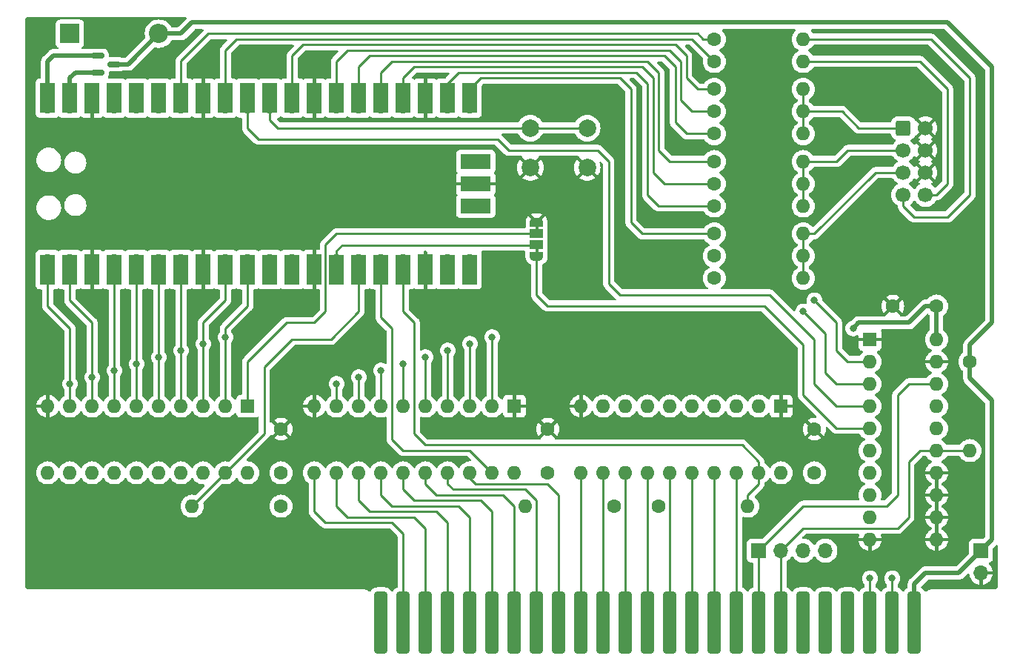
<source format=gbr>
%TF.GenerationSoftware,KiCad,Pcbnew,7.0.6*%
%TF.CreationDate,2023-09-09T11:39:23-04:00*%
%TF.ProjectId,AppleVGA,4170706c-6556-4474-912e-6b696361645f,B*%
%TF.SameCoordinates,Original*%
%TF.FileFunction,Copper,L1,Top*%
%TF.FilePolarity,Positive*%
%FSLAX46Y46*%
G04 Gerber Fmt 4.6, Leading zero omitted, Abs format (unit mm)*
G04 Created by KiCad (PCBNEW 7.0.6) date 2023-09-09 11:39:23*
%MOMM*%
%LPD*%
G01*
G04 APERTURE LIST*
G04 Aperture macros list*
%AMRoundRect*
0 Rectangle with rounded corners*
0 $1 Rounding radius*
0 $2 $3 $4 $5 $6 $7 $8 $9 X,Y pos of 4 corners*
0 Add a 4 corners polygon primitive as box body*
4,1,4,$2,$3,$4,$5,$6,$7,$8,$9,$2,$3,0*
0 Add four circle primitives for the rounded corners*
1,1,$1+$1,$2,$3*
1,1,$1+$1,$4,$5*
1,1,$1+$1,$6,$7*
1,1,$1+$1,$8,$9*
0 Add four rect primitives between the rounded corners*
20,1,$1+$1,$2,$3,$4,$5,0*
20,1,$1+$1,$4,$5,$6,$7,0*
20,1,$1+$1,$6,$7,$8,$9,0*
20,1,$1+$1,$8,$9,$2,$3,0*%
%AMFreePoly0*
4,1,19,0.550000,-0.750000,0.000000,-0.750000,0.000000,-0.744911,-0.071157,-0.744911,-0.207708,-0.704816,-0.327430,-0.627875,-0.420627,-0.520320,-0.479746,-0.390866,-0.500000,-0.250000,-0.500000,0.250000,-0.479746,0.390866,-0.420627,0.520320,-0.327430,0.627875,-0.207708,0.704816,-0.071157,0.744911,0.000000,0.744911,0.000000,0.750000,0.550000,0.750000,0.550000,-0.750000,0.550000,-0.750000,
$1*%
%AMFreePoly1*
4,1,19,0.000000,0.744911,0.071157,0.744911,0.207708,0.704816,0.327430,0.627875,0.420627,0.520320,0.479746,0.390866,0.500000,0.250000,0.500000,-0.250000,0.479746,-0.390866,0.420627,-0.520320,0.327430,-0.627875,0.207708,-0.704816,0.071157,-0.744911,0.000000,-0.744911,0.000000,-0.750000,-0.550000,-0.750000,-0.550000,0.750000,0.000000,0.750000,0.000000,0.744911,0.000000,0.744911,
$1*%
G04 Aperture macros list end*
%TA.AperFunction,EtchedComponent*%
%ADD10C,0.100000*%
%TD*%
%TA.AperFunction,ConnectorPad*%
%ADD11RoundRect,0.381000X0.381000X3.175000X-0.381000X3.175000X-0.381000X-3.175000X0.381000X-3.175000X0*%
%TD*%
%TA.AperFunction,ComponentPad*%
%ADD12C,1.600000*%
%TD*%
%TA.AperFunction,ComponentPad*%
%ADD13O,1.600000X1.600000*%
%TD*%
%TA.AperFunction,ComponentPad*%
%ADD14O,1.700000X1.700000*%
%TD*%
%TA.AperFunction,SMDPad,CuDef*%
%ADD15R,1.700000X3.500000*%
%TD*%
%TA.AperFunction,ComponentPad*%
%ADD16R,1.700000X1.700000*%
%TD*%
%TA.AperFunction,SMDPad,CuDef*%
%ADD17R,3.500000X1.700000*%
%TD*%
%TA.AperFunction,ComponentPad*%
%ADD18R,2.200000X2.200000*%
%TD*%
%TA.AperFunction,ComponentPad*%
%ADD19O,2.200000X2.200000*%
%TD*%
%TA.AperFunction,ComponentPad*%
%ADD20C,2.000000*%
%TD*%
%TA.AperFunction,ComponentPad*%
%ADD21R,1.600000X1.600000*%
%TD*%
%TA.AperFunction,ComponentPad*%
%ADD22RoundRect,0.250000X-0.600000X-0.600000X0.600000X-0.600000X0.600000X0.600000X-0.600000X0.600000X0*%
%TD*%
%TA.AperFunction,ComponentPad*%
%ADD23C,1.700000*%
%TD*%
%TA.AperFunction,SMDPad,CuDef*%
%ADD24FreePoly0,90.000000*%
%TD*%
%TA.AperFunction,SMDPad,CuDef*%
%ADD25R,1.500000X1.000000*%
%TD*%
%TA.AperFunction,SMDPad,CuDef*%
%ADD26FreePoly1,90.000000*%
%TD*%
%TA.AperFunction,SMDPad,CuDef*%
%ADD27RoundRect,0.150000X-0.587500X-0.150000X0.587500X-0.150000X0.587500X0.150000X-0.587500X0.150000X0*%
%TD*%
%TA.AperFunction,ViaPad*%
%ADD28C,0.800000*%
%TD*%
%TA.AperFunction,Conductor*%
%ADD29C,0.500000*%
%TD*%
%TA.AperFunction,Conductor*%
%ADD30C,0.250000*%
%TD*%
G04 APERTURE END LIST*
D10*
%TO.C,JP1*%
X139573000Y-94234000D02*
X139827000Y-94234000D01*
X139827000Y-94234000D02*
X139827000Y-93726000D01*
X139827000Y-93726000D02*
X139573000Y-93726000D01*
X139573000Y-93726000D02*
X139573000Y-94234000D01*
G36*
X139573000Y-94234000D02*
G01*
X139827000Y-94234000D01*
X139827000Y-93726000D01*
X139573000Y-93726000D01*
X139573000Y-94234000D01*
G37*
X139573000Y-91694000D02*
X139827000Y-91694000D01*
X139827000Y-91694000D02*
X139827000Y-91186000D01*
X139827000Y-91186000D02*
X139573000Y-91186000D01*
X139573000Y-91186000D02*
X139573000Y-91694000D01*
G36*
X139573000Y-91694000D02*
G01*
X139827000Y-91694000D01*
X139827000Y-91186000D01*
X139573000Y-91186000D01*
X139573000Y-91694000D01*
G37*
%TD*%
D11*
%TO.P,J1,1,Pin_1*%
%TO.N,unconnected-(J1-Pin_1-Pad1)*%
X121920000Y-136525000D03*
%TO.P,J1,2,Pin_2*%
%TO.N,/A0*%
X124460000Y-136525000D03*
%TO.P,J1,3,Pin_3*%
%TO.N,/A1*%
X127000000Y-136525000D03*
%TO.P,J1,4,Pin_4*%
%TO.N,/A2*%
X129540000Y-136525000D03*
%TO.P,J1,5,Pin_5*%
%TO.N,/A3*%
X132080000Y-136525000D03*
%TO.P,J1,6,Pin_6*%
%TO.N,/A4*%
X134620000Y-136525000D03*
%TO.P,J1,7,Pin_7*%
%TO.N,/A5*%
X137160000Y-136525000D03*
%TO.P,J1,8,Pin_8*%
%TO.N,/A6*%
X139700000Y-136525000D03*
%TO.P,J1,9,Pin_9*%
%TO.N,/A7*%
X142240000Y-136525000D03*
%TO.P,J1,10,Pin_10*%
%TO.N,/A8*%
X144780000Y-136525000D03*
%TO.P,J1,11,Pin_11*%
%TO.N,/A9*%
X147320000Y-136525000D03*
%TO.P,J1,12,Pin_12*%
%TO.N,/A10*%
X149860000Y-136525000D03*
%TO.P,J1,13,Pin_13*%
%TO.N,/A11*%
X152400000Y-136525000D03*
%TO.P,J1,14,Pin_14*%
%TO.N,/A12*%
X154940000Y-136525000D03*
%TO.P,J1,15,Pin_15*%
%TO.N,/A13*%
X157480000Y-136525000D03*
%TO.P,J1,16,Pin_16*%
%TO.N,/A14*%
X160020000Y-136525000D03*
%TO.P,J1,17,Pin_17*%
%TO.N,/A15*%
X162560000Y-136525000D03*
%TO.P,J1,18,Pin_18*%
%TO.N,R~{W}*%
X165100000Y-136525000D03*
%TO.P,J1,19,Pin_19*%
%TO.N,SYNC*%
X167640000Y-136525000D03*
%TO.P,J1,20,Pin_20*%
%TO.N,unconnected-(J1-Pin_20-Pad20)*%
X170180000Y-136525000D03*
%TO.P,J1,21,Pin_21*%
%TO.N,unconnected-(J1-Pin_21-Pad21)*%
X172720000Y-136525000D03*
%TO.P,J1,22,Pin_22*%
%TO.N,unconnected-(J1-Pin_22-Pad22)*%
X175260000Y-136525000D03*
%TO.P,J1,23,Pin_23*%
%TO.N,~{INTPASS}*%
X177800000Y-136525000D03*
%TO.P,J1,24,Pin_24*%
%TO.N,~{DMAPASS}*%
X180340000Y-136525000D03*
%TO.P,J1,25,Pin_25*%
%TO.N,+5V*%
X182880000Y-136525000D03*
%TD*%
D12*
%TO.P,R6,1*%
%TO.N,Net-(U6-GPIO20)*%
X160020000Y-80645000D03*
D13*
%TO.P,R6,2*%
%TO.N,VGA_R*%
X170180000Y-80645000D03*
%TD*%
D12*
%TO.P,R7,1*%
%TO.N,Net-(U6-GPIO19)*%
X160020000Y-83820000D03*
D13*
%TO.P,R7,2*%
%TO.N,VGA_G*%
X170180000Y-83820000D03*
%TD*%
D12*
%TO.P,R14,1*%
%TO.N,Net-(U6-GPIO27_ADC1)*%
X160020000Y-72390000D03*
D13*
%TO.P,R14,2*%
%TO.N,VGA_VSYNC*%
X170180000Y-72390000D03*
%TD*%
D12*
%TO.P,R13,1*%
%TO.N,Net-(U6-GPIO28_ADC2)*%
X160020000Y-69850000D03*
D13*
%TO.P,R13,2*%
%TO.N,VGA_HSYNC*%
X170180000Y-69850000D03*
%TD*%
D12*
%TO.P,R11,1*%
%TO.N,Net-(U6-GPIO15)*%
X160020000Y-94615000D03*
D13*
%TO.P,R11,2*%
%TO.N,VGA_B*%
X170180000Y-94615000D03*
%TD*%
D12*
%TO.P,R12,1*%
%TO.N,Net-(U6-GPIO14)*%
X160020000Y-97155000D03*
D13*
%TO.P,R12,2*%
%TO.N,VGA_B*%
X170180000Y-97155000D03*
%TD*%
D12*
%TO.P,R10,1*%
%TO.N,Net-(U6-GPIO16)*%
X160020000Y-92075000D03*
D13*
%TO.P,R10,2*%
%TO.N,VGA_B*%
X170180000Y-92075000D03*
%TD*%
D12*
%TO.P,R8,1*%
%TO.N,Net-(U6-GPIO18)*%
X160020000Y-86360000D03*
D13*
%TO.P,R8,2*%
%TO.N,VGA_G*%
X170180000Y-86360000D03*
%TD*%
D12*
%TO.P,R9,1*%
%TO.N,Net-(U6-GPIO17)*%
X160020000Y-88900000D03*
D13*
%TO.P,R9,2*%
%TO.N,VGA_G*%
X170180000Y-88900000D03*
%TD*%
D14*
%TO.P,U6,1,GPIO0*%
%TO.N,/DA0*%
X83820000Y-95250000D03*
D15*
X83820000Y-96150000D03*
D14*
%TO.P,U6,2,GPIO1*%
%TO.N,/DA1*%
X86360000Y-95250000D03*
D15*
X86360000Y-96150000D03*
D16*
%TO.P,U6,3,GND*%
%TO.N,GND*%
X88900000Y-95250000D03*
D15*
X88900000Y-96150000D03*
D14*
%TO.P,U6,4,GPIO2*%
%TO.N,/DA2*%
X91440000Y-95250000D03*
D15*
X91440000Y-96150000D03*
D14*
%TO.P,U6,5,GPIO3*%
%TO.N,/DA3*%
X93980000Y-95250000D03*
D15*
X93980000Y-96150000D03*
D14*
%TO.P,U6,6,GPIO4*%
%TO.N,/DA4*%
X96520000Y-95250000D03*
D15*
X96520000Y-96150000D03*
D14*
%TO.P,U6,7,GPIO5*%
%TO.N,/DA5*%
X99060000Y-95250000D03*
D15*
X99060000Y-96150000D03*
D16*
%TO.P,U6,8,GND*%
%TO.N,GND*%
X101600000Y-95250000D03*
D15*
X101600000Y-96150000D03*
D14*
%TO.P,U6,9,GPIO6*%
%TO.N,/DA6*%
X104140000Y-95250000D03*
D15*
X104140000Y-96150000D03*
D14*
%TO.P,U6,10,GPIO7*%
%TO.N,/DA7*%
X106680000Y-95250000D03*
D15*
X106680000Y-96150000D03*
D14*
%TO.P,U6,11,GPIO8*%
%TO.N,Net-(U4-A1)*%
X109220000Y-95250000D03*
D15*
X109220000Y-96150000D03*
D14*
%TO.P,U6,12,GPIO9*%
%TO.N,Net-(U4-A0)*%
X111760000Y-95250000D03*
D15*
X111760000Y-96150000D03*
D16*
%TO.P,U6,13,GND*%
%TO.N,GND*%
X114300000Y-95250000D03*
D15*
X114300000Y-96150000D03*
D14*
%TO.P,U6,14,GPIO10*%
%TO.N,Net-(JP1-Pin_2)*%
X116840000Y-95250000D03*
D15*
X116840000Y-96150000D03*
D14*
%TO.P,U6,15,GPIO11*%
%TO.N,Net-(U3-CE)*%
X119380000Y-95250000D03*
D15*
X119380000Y-96150000D03*
D14*
%TO.P,U6,16,GPIO12*%
%TO.N,Net-(U2-CE)*%
X121920000Y-95250000D03*
D15*
X121920000Y-96150000D03*
D14*
%TO.P,U6,17,GPIO13*%
%TO.N,Net-(U1-CE)*%
X124460000Y-95250000D03*
D15*
X124460000Y-96150000D03*
D16*
%TO.P,U6,18,GND*%
%TO.N,GND*%
X127000000Y-95250000D03*
D15*
X127000000Y-96150000D03*
D14*
%TO.P,U6,19,GPIO14*%
%TO.N,Net-(U6-GPIO14)*%
X129540000Y-95250000D03*
D15*
X129540000Y-96150000D03*
D14*
%TO.P,U6,20,GPIO15*%
%TO.N,Net-(U6-GPIO15)*%
X132080000Y-95250000D03*
D15*
X132080000Y-96150000D03*
D14*
%TO.P,U6,21,GPIO16*%
%TO.N,Net-(U6-GPIO16)*%
X132080000Y-77470000D03*
D15*
X132080000Y-76570000D03*
D14*
%TO.P,U6,22,GPIO17*%
%TO.N,Net-(U6-GPIO17)*%
X129540000Y-77470000D03*
D15*
X129540000Y-76570000D03*
D16*
%TO.P,U6,23,GND*%
%TO.N,GND*%
X127000000Y-77470000D03*
D15*
X127000000Y-76570000D03*
D14*
%TO.P,U6,24,GPIO18*%
%TO.N,Net-(U6-GPIO18)*%
X124460000Y-77470000D03*
D15*
X124460000Y-76570000D03*
D14*
%TO.P,U6,25,GPIO19*%
%TO.N,Net-(U6-GPIO19)*%
X121920000Y-77470000D03*
D15*
X121920000Y-76570000D03*
D14*
%TO.P,U6,26,GPIO20*%
%TO.N,Net-(U6-GPIO20)*%
X119380000Y-77470000D03*
D15*
X119380000Y-76570000D03*
D14*
%TO.P,U6,27,GPIO21*%
%TO.N,Net-(U6-GPIO21)*%
X116840000Y-77470000D03*
D15*
X116840000Y-76570000D03*
D16*
%TO.P,U6,28,GND*%
%TO.N,GND*%
X114300000Y-77470000D03*
D15*
X114300000Y-76570000D03*
D14*
%TO.P,U6,29,GPIO22*%
%TO.N,Net-(U6-GPIO22)*%
X111760000Y-77470000D03*
D15*
X111760000Y-76570000D03*
D14*
%TO.P,U6,30,RUN*%
%TO.N,RUN*%
X109220000Y-77470000D03*
D15*
X109220000Y-76570000D03*
D14*
%TO.P,U6,31,GPIO26_ADC0*%
%TO.N,PHI0_3.3*%
X106680000Y-77470000D03*
D15*
X106680000Y-76570000D03*
D14*
%TO.P,U6,32,GPIO27_ADC1*%
%TO.N,Net-(U6-GPIO27_ADC1)*%
X104140000Y-77470000D03*
D15*
X104140000Y-76570000D03*
D16*
%TO.P,U6,33,AGND*%
%TO.N,GND*%
X101600000Y-77470000D03*
D15*
X101600000Y-76570000D03*
D14*
%TO.P,U6,34,GPIO28_ADC2*%
%TO.N,Net-(U6-GPIO28_ADC2)*%
X99060000Y-77470000D03*
D15*
X99060000Y-76570000D03*
D14*
%TO.P,U6,35,ADC_VREF*%
%TO.N,unconnected-(U6-ADC_VREF-Pad35)*%
X96520000Y-77470000D03*
D15*
X96520000Y-76570000D03*
D14*
%TO.P,U6,36,3V3*%
%TO.N,+3.3V*%
X93980000Y-77470000D03*
D15*
X93980000Y-76570000D03*
D14*
%TO.P,U6,37,3V3_EN*%
%TO.N,unconnected-(U6-3V3_EN-Pad37)*%
X91440000Y-77470000D03*
D15*
X91440000Y-76570000D03*
D16*
%TO.P,U6,38,GND*%
%TO.N,GND*%
X88900000Y-77470000D03*
D15*
X88900000Y-76570000D03*
D14*
%TO.P,U6,39,VSYS*%
%TO.N,/VSYS*%
X86360000Y-77470000D03*
D15*
X86360000Y-76570000D03*
D14*
%TO.P,U6,40,VBUS*%
%TO.N,/VBUS*%
X83820000Y-77470000D03*
D15*
X83820000Y-76570000D03*
D14*
%TO.P,U6,41,SWCLK*%
%TO.N,unconnected-(U6-SWCLK-Pad41)*%
X131850000Y-88900000D03*
D17*
X132750000Y-88900000D03*
D16*
%TO.P,U6,42,GND*%
%TO.N,GND*%
X131850000Y-86360000D03*
D17*
X132750000Y-86360000D03*
D14*
%TO.P,U6,43,SWDIO*%
%TO.N,unconnected-(U6-SWDIO-Pad43)*%
X131850000Y-83820000D03*
D17*
X132750000Y-83820000D03*
%TD*%
D18*
%TO.P,D1,1,K*%
%TO.N,/VSYS*%
X86360000Y-69215000D03*
D19*
%TO.P,D1,2,A*%
%TO.N,+5V*%
X96520000Y-69215000D03*
%TD*%
D20*
%TO.P,SW1,1,1*%
%TO.N,RUN*%
X138990000Y-80010000D03*
X145490000Y-80010000D03*
%TO.P,SW1,2,2*%
%TO.N,GND*%
X138990000Y-84510000D03*
X145490000Y-84510000D03*
%TD*%
D21*
%TO.P,U1,1,A->B*%
%TO.N,GND*%
X167640000Y-111760000D03*
D13*
%TO.P,U1,2,A0*%
%TO.N,/DA7*%
X165100000Y-111760000D03*
%TO.P,U1,3,A1*%
%TO.N,/DA6*%
X162560000Y-111760000D03*
%TO.P,U1,4,A2*%
%TO.N,/DA5*%
X160020000Y-111760000D03*
%TO.P,U1,5,A3*%
%TO.N,/DA4*%
X157480000Y-111760000D03*
%TO.P,U1,6,A4*%
%TO.N,/DA3*%
X154940000Y-111760000D03*
%TO.P,U1,7,A5*%
%TO.N,/DA2*%
X152400000Y-111760000D03*
%TO.P,U1,8,A6*%
%TO.N,/DA1*%
X149860000Y-111760000D03*
%TO.P,U1,9,A7*%
%TO.N,/DA0*%
X147320000Y-111760000D03*
%TO.P,U1,10,GND*%
%TO.N,GND*%
X144780000Y-111760000D03*
%TO.P,U1,11,B7*%
%TO.N,/A8*%
X144780000Y-119380000D03*
%TO.P,U1,12,B6*%
%TO.N,/A9*%
X147320000Y-119380000D03*
%TO.P,U1,13,B5*%
%TO.N,/A10*%
X149860000Y-119380000D03*
%TO.P,U1,14,B4*%
%TO.N,/A11*%
X152400000Y-119380000D03*
%TO.P,U1,15,B3*%
%TO.N,/A12*%
X154940000Y-119380000D03*
%TO.P,U1,16,B2*%
%TO.N,/A13*%
X157480000Y-119380000D03*
%TO.P,U1,17,B1*%
%TO.N,/A14*%
X160020000Y-119380000D03*
%TO.P,U1,18,B0*%
%TO.N,/A15*%
X162560000Y-119380000D03*
%TO.P,U1,19,CE*%
%TO.N,Net-(U1-CE)*%
X165100000Y-119380000D03*
%TO.P,U1,20,VCC*%
%TO.N,+3.3V*%
X167640000Y-119380000D03*
%TD*%
D21*
%TO.P,U3,1,A->B*%
%TO.N,Net-(JP1-Pin_3)*%
X106680000Y-111760000D03*
D13*
%TO.P,U3,2,A0*%
%TO.N,/DA7*%
X104140000Y-111760000D03*
%TO.P,U3,3,A1*%
%TO.N,/DA6*%
X101600000Y-111760000D03*
%TO.P,U3,4,A2*%
%TO.N,/DA5*%
X99060000Y-111760000D03*
%TO.P,U3,5,A3*%
%TO.N,/DA4*%
X96520000Y-111760000D03*
%TO.P,U3,6,A4*%
%TO.N,/DA3*%
X93980000Y-111760000D03*
%TO.P,U3,7,A5*%
%TO.N,/DA2*%
X91440000Y-111760000D03*
%TO.P,U3,8,A6*%
%TO.N,/DA1*%
X88900000Y-111760000D03*
%TO.P,U3,9,A7*%
%TO.N,/DA0*%
X86360000Y-111760000D03*
%TO.P,U3,10,GND*%
%TO.N,GND*%
X83820000Y-111760000D03*
%TO.P,U3,11,B7*%
%TO.N,/D0*%
X83820000Y-119380000D03*
%TO.P,U3,12,B6*%
%TO.N,/D1*%
X86360000Y-119380000D03*
%TO.P,U3,13,B5*%
%TO.N,/D2*%
X88900000Y-119380000D03*
%TO.P,U3,14,B4*%
%TO.N,/D3*%
X91440000Y-119380000D03*
%TO.P,U3,15,B3*%
%TO.N,/D4*%
X93980000Y-119380000D03*
%TO.P,U3,16,B2*%
%TO.N,/D5*%
X96520000Y-119380000D03*
%TO.P,U3,17,B1*%
%TO.N,/D6*%
X99060000Y-119380000D03*
%TO.P,U3,18,B0*%
%TO.N,/D7*%
X101600000Y-119380000D03*
%TO.P,U3,19,CE*%
%TO.N,Net-(U3-CE)*%
X104140000Y-119380000D03*
%TO.P,U3,20,VCC*%
%TO.N,+3.3V*%
X106680000Y-119380000D03*
%TD*%
D21*
%TO.P,U2,1,A->B*%
%TO.N,GND*%
X137160000Y-111760000D03*
D13*
%TO.P,U2,2,A0*%
%TO.N,/DA7*%
X134620000Y-111760000D03*
%TO.P,U2,3,A1*%
%TO.N,/DA6*%
X132080000Y-111760000D03*
%TO.P,U2,4,A2*%
%TO.N,/DA5*%
X129540000Y-111760000D03*
%TO.P,U2,5,A3*%
%TO.N,/DA4*%
X127000000Y-111760000D03*
%TO.P,U2,6,A4*%
%TO.N,/DA3*%
X124460000Y-111760000D03*
%TO.P,U2,7,A5*%
%TO.N,/DA2*%
X121920000Y-111760000D03*
%TO.P,U2,8,A6*%
%TO.N,/DA1*%
X119380000Y-111760000D03*
%TO.P,U2,9,A7*%
%TO.N,/DA0*%
X116840000Y-111760000D03*
%TO.P,U2,10,GND*%
%TO.N,GND*%
X114300000Y-111760000D03*
%TO.P,U2,11,B7*%
%TO.N,/A0*%
X114300000Y-119380000D03*
%TO.P,U2,12,B6*%
%TO.N,/A1*%
X116840000Y-119380000D03*
%TO.P,U2,13,B5*%
%TO.N,/A2*%
X119380000Y-119380000D03*
%TO.P,U2,14,B4*%
%TO.N,/A3*%
X121920000Y-119380000D03*
%TO.P,U2,15,B3*%
%TO.N,/A4*%
X124460000Y-119380000D03*
%TO.P,U2,16,B2*%
%TO.N,/A5*%
X127000000Y-119380000D03*
%TO.P,U2,17,B1*%
%TO.N,/A6*%
X129540000Y-119380000D03*
%TO.P,U2,18,B0*%
%TO.N,/A7*%
X132080000Y-119380000D03*
%TO.P,U2,19,CE*%
%TO.N,Net-(U2-CE)*%
X134620000Y-119380000D03*
%TO.P,U2,20,VCC*%
%TO.N,+3.3V*%
X137160000Y-119380000D03*
%TD*%
D21*
%TO.P,U4,1,A->B*%
%TO.N,GND*%
X177800000Y-104140000D03*
D13*
%TO.P,U4,2,A0*%
%TO.N,Net-(U4-A0)*%
X177800000Y-106680000D03*
%TO.P,U4,3,A1*%
%TO.N,Net-(U4-A1)*%
X177800000Y-109220000D03*
%TO.P,U4,4,A2*%
%TO.N,PHI0_3.3*%
X177800000Y-111760000D03*
%TO.P,U4,5,A3*%
%TO.N,Net-(JP1-Pin_1)*%
X177800000Y-114300000D03*
%TO.P,U4,6,A4*%
%TO.N,unconnected-(U4-A4-Pad6)*%
X177800000Y-116840000D03*
%TO.P,U4,7,A5*%
%TO.N,unconnected-(U4-A5-Pad7)*%
X177800000Y-119380000D03*
%TO.P,U4,8,A6*%
%TO.N,unconnected-(U4-A6-Pad8)*%
X177800000Y-121920000D03*
%TO.P,U4,9,A7*%
%TO.N,unconnected-(U4-A7-Pad9)*%
X177800000Y-124460000D03*
%TO.P,U4,10,GND*%
%TO.N,GND*%
X177800000Y-127000000D03*
%TO.P,U4,11,B7*%
X185420000Y-127000000D03*
%TO.P,U4,12,B6*%
X185420000Y-124460000D03*
%TO.P,U4,13,B5*%
X185420000Y-121920000D03*
%TO.P,U4,14,B4*%
X185420000Y-119380000D03*
%TO.P,U4,15,B3*%
%TO.N,SYNC*%
X185420000Y-116840000D03*
%TO.P,U4,16,B2*%
%TO.N,PHI0*%
X185420000Y-114300000D03*
%TO.P,U4,17,B1*%
%TO.N,~{DEVSEL}*%
X185420000Y-111760000D03*
%TO.P,U4,18,B0*%
%TO.N,R~{W}*%
X185420000Y-109220000D03*
%TO.P,U4,19,CE*%
%TO.N,GND*%
X185420000Y-106680000D03*
%TO.P,U4,20,VCC*%
%TO.N,+3.3V*%
X185420000Y-104140000D03*
%TD*%
D12*
%TO.P,C3,1*%
%TO.N,+3.3V*%
X110490000Y-119380000D03*
%TO.P,C3,2*%
%TO.N,GND*%
X110490000Y-114380000D03*
%TD*%
%TO.P,C1,1*%
%TO.N,+3.3V*%
X171450000Y-119380000D03*
%TO.P,C1,2*%
%TO.N,GND*%
X171450000Y-114380000D03*
%TD*%
D22*
%TO.P,J2,1,Pin_1*%
%TO.N,VGA_R*%
X181610000Y-80010000D03*
D23*
%TO.P,J2,2,Pin_2*%
%TO.N,GND*%
X184150000Y-80010000D03*
%TO.P,J2,3,Pin_3*%
%TO.N,VGA_G*%
X181610000Y-82550000D03*
%TO.P,J2,4,Pin_4*%
%TO.N,GND*%
X184150000Y-82550000D03*
%TO.P,J2,5,Pin_5*%
%TO.N,VGA_B*%
X181610000Y-85090000D03*
%TO.P,J2,6,Pin_6*%
%TO.N,GND*%
X184150000Y-85090000D03*
%TO.P,J2,7,Pin_7*%
%TO.N,VGA_HSYNC*%
X181610000Y-87630000D03*
%TO.P,J2,8,Pin_8*%
%TO.N,VGA_VSYNC*%
X184150000Y-87630000D03*
%TD*%
D12*
%TO.P,R5,1*%
%TO.N,Net-(U6-GPIO21)*%
X160020000Y-78105000D03*
D13*
%TO.P,R5,2*%
%TO.N,VGA_R*%
X170180000Y-78105000D03*
%TD*%
D12*
%TO.P,R4,1*%
%TO.N,Net-(U6-GPIO22)*%
X160020000Y-75565000D03*
D13*
%TO.P,R4,2*%
%TO.N,VGA_R*%
X170180000Y-75565000D03*
%TD*%
D12*
%TO.P,R1,1*%
%TO.N,+3.3V*%
X153670000Y-123190000D03*
D13*
%TO.P,R1,2*%
%TO.N,Net-(U1-CE)*%
X163830000Y-123190000D03*
%TD*%
D24*
%TO.P,JP1,1,Pin_1*%
%TO.N,Net-(JP1-Pin_1)*%
X139700000Y-94645000D03*
D25*
%TO.P,JP1,2,Pin_2*%
%TO.N,Net-(JP1-Pin_2)*%
X139700000Y-93345000D03*
%TO.P,JP1,3,Pin_3*%
%TO.N,Net-(JP1-Pin_3)*%
X139700000Y-92045000D03*
D26*
%TO.P,JP1,4,Pin_4*%
%TO.N,GND*%
X139700000Y-90745000D03*
%TD*%
D12*
%TO.P,R15,1*%
%TO.N,+5V*%
X189230000Y-106680000D03*
D13*
%TO.P,R15,2*%
%TO.N,SYNC*%
X189230000Y-116840000D03*
%TD*%
D16*
%TO.P,TP1,1,Pin_1*%
%TO.N,+5V*%
X190500000Y-128270000D03*
D14*
%TO.P,TP1,2,Pin_2*%
%TO.N,GND*%
X190500000Y-130810000D03*
%TD*%
D12*
%TO.P,C2,1*%
%TO.N,+3.3V*%
X140970000Y-119380000D03*
%TO.P,C2,2*%
%TO.N,GND*%
X140970000Y-114380000D03*
%TD*%
D27*
%TO.P,Q1,1,G*%
%TO.N,/VBUS*%
X89565000Y-71742500D03*
%TO.P,Q1,2,S*%
%TO.N,/VSYS*%
X89565000Y-73642500D03*
%TO.P,Q1,3,D*%
%TO.N,+5V*%
X91440000Y-72692500D03*
%TD*%
D16*
%TO.P,TP2,1,Pin_1*%
%TO.N,R~{W}*%
X165100000Y-128270000D03*
D14*
%TO.P,TP2,2,Pin_2*%
%TO.N,SYNC*%
X167640000Y-128270000D03*
%TO.P,TP2,3,Pin_3*%
%TO.N,~{DEVSEL}*%
X170180000Y-128270000D03*
%TO.P,TP2,4,Pin_4*%
%TO.N,PHI0*%
X172720000Y-128270000D03*
%TD*%
D12*
%TO.P,R3,1*%
%TO.N,+3.3V*%
X110490000Y-123190000D03*
D13*
%TO.P,R3,2*%
%TO.N,Net-(U3-CE)*%
X100330000Y-123190000D03*
%TD*%
D12*
%TO.P,C4,1*%
%TO.N,+3.3V*%
X185420000Y-100330000D03*
%TO.P,C4,2*%
%TO.N,GND*%
X180420000Y-100330000D03*
%TD*%
%TO.P,R2,1*%
%TO.N,+3.3V*%
X148590000Y-123190000D03*
D13*
%TO.P,R2,2*%
%TO.N,Net-(U2-CE)*%
X138430000Y-123190000D03*
%TD*%
D28*
%TO.N,GND*%
X176530000Y-81280000D03*
X97790000Y-104140000D03*
X154305000Y-95885000D03*
X113030000Y-123190000D03*
X102870000Y-102870000D03*
X92710000Y-105410000D03*
X100330000Y-103505000D03*
X90170000Y-106045000D03*
X82550000Y-123190000D03*
X87630000Y-106680000D03*
X175895000Y-71120000D03*
X176530000Y-83820000D03*
X95250000Y-104775000D03*
X96520000Y-72390000D03*
X107315000Y-102870000D03*
X107950000Y-71120000D03*
%TO.N,+3.3V*%
X175895000Y-102870000D03*
%TO.N,~{DMAPASS}*%
X180340000Y-131445000D03*
%TO.N,~{INTPASS}*%
X177800000Y-131445000D03*
%TO.N,/DA0*%
X116840000Y-109220000D03*
X86360000Y-109220000D03*
%TO.N,/DA1*%
X119380000Y-108458000D03*
X88900000Y-108458000D03*
%TO.N,/DA2*%
X121920000Y-107696000D03*
X91440000Y-107696000D03*
%TO.N,/DA3*%
X93980000Y-106934000D03*
X124460000Y-106934000D03*
%TO.N,/DA4*%
X127000000Y-106172000D03*
X96520000Y-106172000D03*
%TO.N,/DA5*%
X99060000Y-105410000D03*
X129540000Y-105410000D03*
%TO.N,/DA6*%
X101600000Y-104648000D03*
X132080000Y-104648000D03*
%TO.N,/DA7*%
X134620000Y-103886000D03*
X104140000Y-103886000D03*
%TO.N,Net-(U4-A0)*%
X171450000Y-99695000D03*
%TO.N,Net-(U4-A1)*%
X170180000Y-100965000D03*
%TD*%
D29*
%TO.N,+5V*%
X189230000Y-104775000D02*
X191770000Y-102235000D01*
X182880000Y-132080000D02*
X182880000Y-136525000D01*
X91440000Y-72692500D02*
X93042500Y-72692500D01*
X190500000Y-128270000D02*
X187960000Y-130810000D01*
X191770000Y-127000000D02*
X190500000Y-128270000D01*
X191770000Y-73025000D02*
X191770000Y-102235000D01*
X191770000Y-111125000D02*
X191770000Y-127000000D01*
X186690000Y-67945000D02*
X191770000Y-73025000D01*
X184150000Y-130810000D02*
X182880000Y-132080000D01*
X189230000Y-106680000D02*
X189230000Y-104775000D01*
X100330000Y-67945000D02*
X186690000Y-67945000D01*
X93042500Y-72692500D02*
X96520000Y-69215000D01*
X189230000Y-106680000D02*
X189230000Y-108585000D01*
X189230000Y-108585000D02*
X191770000Y-111125000D01*
X96520000Y-69215000D02*
X99060000Y-69215000D01*
X187960000Y-130810000D02*
X184150000Y-130810000D01*
X99060000Y-69215000D02*
X100330000Y-67945000D01*
%TO.N,+3.3V*%
X176530000Y-102235000D02*
X175895000Y-102870000D01*
X185420000Y-100330000D02*
X185420000Y-104140000D01*
X184150000Y-100330000D02*
X185420000Y-100330000D01*
X182245000Y-102235000D02*
X176530000Y-102235000D01*
X182245000Y-102235000D02*
X184150000Y-100330000D01*
D30*
%TO.N,~{DMAPASS}*%
X180340000Y-137160000D02*
X180340000Y-131445000D01*
%TO.N,~{INTPASS}*%
X177800000Y-137160000D02*
X177800000Y-131445000D01*
%TO.N,/DA0*%
X83820000Y-95250000D02*
X83820000Y-100330000D01*
X86360000Y-109220000D02*
X86360000Y-111760000D01*
X86360000Y-102870000D02*
X83820000Y-100330000D01*
X116840000Y-111760000D02*
X116840000Y-109220000D01*
X86360000Y-109220000D02*
X86360000Y-102870000D01*
%TO.N,/DA1*%
X86360000Y-95250000D02*
X86360000Y-99695000D01*
X88900000Y-111760000D02*
X88900000Y-102235000D01*
X88900000Y-102235000D02*
X86360000Y-99695000D01*
X119380000Y-108458000D02*
X119380000Y-111760000D01*
%TO.N,/DA2*%
X121920000Y-107696000D02*
X121920000Y-111760000D01*
X91440000Y-111760000D02*
X91440000Y-95250000D01*
%TO.N,/DA3*%
X93980000Y-111760000D02*
X93980000Y-95250000D01*
X124460000Y-106934000D02*
X124460000Y-111760000D01*
%TO.N,/DA4*%
X96520000Y-111760000D02*
X96520000Y-95250000D01*
X127000000Y-106172000D02*
X127000000Y-111760000D01*
%TO.N,/DA5*%
X129540000Y-105410000D02*
X129540000Y-111760000D01*
X99060000Y-111760000D02*
X99060000Y-95250000D01*
%TO.N,/DA6*%
X132080000Y-104648000D02*
X132080000Y-111760000D01*
X104140000Y-95250000D02*
X104140000Y-99695000D01*
X101600000Y-111760000D02*
X101600000Y-104648000D01*
X104140000Y-99695000D02*
X101600000Y-102235000D01*
X101600000Y-102235000D02*
X101600000Y-104648000D01*
%TO.N,/DA7*%
X134620000Y-103886000D02*
X134620000Y-111760000D01*
X104140000Y-102870000D02*
X104140000Y-103886000D01*
X106680000Y-100330000D02*
X106680000Y-95250000D01*
X104140000Y-111760000D02*
X104140000Y-103886000D01*
X104140000Y-102870000D02*
X106680000Y-100330000D01*
D29*
%TO.N,/VSYS*%
X87012500Y-73642500D02*
X86360000Y-74295000D01*
X89565000Y-73642500D02*
X87012500Y-73642500D01*
X86360000Y-74295000D02*
X86360000Y-77470000D01*
D30*
%TO.N,SYNC*%
X167640000Y-128270000D02*
X170180000Y-125730000D01*
X183515000Y-116840000D02*
X185420000Y-116840000D01*
X182245000Y-124460000D02*
X182245000Y-118110000D01*
X182245000Y-118110000D02*
X183515000Y-116840000D01*
X189230000Y-116840000D02*
X185420000Y-116840000D01*
X167640000Y-136525000D02*
X167640000Y-128270000D01*
X180975000Y-125730000D02*
X182245000Y-124460000D01*
X170180000Y-125730000D02*
X180975000Y-125730000D01*
%TO.N,R~{W}*%
X165100000Y-128270000D02*
X170180000Y-123190000D01*
X165100000Y-136525000D02*
X165100000Y-128270000D01*
X179705000Y-123190000D02*
X180975000Y-121920000D01*
X170180000Y-123190000D02*
X179705000Y-123190000D01*
X180975000Y-110490000D02*
X182245000Y-109220000D01*
X182245000Y-109220000D02*
X185420000Y-109220000D01*
X180975000Y-121920000D02*
X180975000Y-110490000D01*
%TO.N,VGA_VSYNC*%
X186690000Y-75565000D02*
X186690000Y-86360000D01*
X170180000Y-72390000D02*
X183515000Y-72390000D01*
X183515000Y-72390000D02*
X186690000Y-75565000D01*
X186690000Y-86360000D02*
X185420000Y-87630000D01*
X185420000Y-87630000D02*
X184150000Y-87630000D01*
%TO.N,VGA_HSYNC*%
X181610000Y-88900000D02*
X182880000Y-90170000D01*
X181610000Y-87630000D02*
X181610000Y-88900000D01*
X189230000Y-87630000D02*
X189230000Y-74295000D01*
X182880000Y-90170000D02*
X186690000Y-90170000D01*
X184785000Y-69850000D02*
X170180000Y-69850000D01*
X184785000Y-69850000D02*
X189230000Y-74295000D01*
X186690000Y-90170000D02*
X189230000Y-87630000D01*
%TO.N,VGA_B*%
X178435000Y-85090000D02*
X181610000Y-85090000D01*
X170180000Y-94615000D02*
X170180000Y-97155000D01*
X170180000Y-92075000D02*
X170180000Y-94615000D01*
X171450000Y-92075000D02*
X178435000Y-85090000D01*
X170180000Y-92075000D02*
X171450000Y-92075000D01*
%TO.N,VGA_G*%
X173990000Y-83820000D02*
X175260000Y-82550000D01*
X170180000Y-83820000D02*
X170180000Y-86360000D01*
X170180000Y-86360000D02*
X170180000Y-88900000D01*
X170180000Y-83820000D02*
X173990000Y-83820000D01*
X175260000Y-82550000D02*
X181610000Y-82550000D01*
%TO.N,VGA_R*%
X170180000Y-78105000D02*
X170180000Y-80645000D01*
X170180000Y-75565000D02*
X170180000Y-78105000D01*
X170180000Y-78105000D02*
X174625000Y-78105000D01*
X174625000Y-78105000D02*
X176530000Y-80010000D01*
X176530000Y-80010000D02*
X181610000Y-80010000D01*
%TO.N,RUN*%
X138990000Y-80010000D02*
X145490000Y-80010000D01*
X109220000Y-79085000D02*
X110145000Y-80010000D01*
X138990000Y-80010000D02*
X110145000Y-80010000D01*
X109220000Y-77470000D02*
X109220000Y-79085000D01*
%TO.N,Net-(U6-GPIO22)*%
X111760000Y-71755000D02*
X113030000Y-70485000D01*
X156845000Y-74295000D02*
X156845000Y-71755000D01*
X111760000Y-77470000D02*
X111760000Y-71755000D01*
X156845000Y-71755000D02*
X155575000Y-70485000D01*
X155575000Y-70485000D02*
X113030000Y-70485000D01*
X160020000Y-75565000D02*
X158115000Y-75565000D01*
X158115000Y-75565000D02*
X156845000Y-74295000D01*
%TO.N,Net-(U6-GPIO21)*%
X157480000Y-78105000D02*
X160020000Y-78105000D01*
X116840000Y-72390000D02*
X118110000Y-71120000D01*
X154940000Y-71120000D02*
X156210000Y-72390000D01*
X156210000Y-76835000D02*
X157480000Y-78105000D01*
X116840000Y-77470000D02*
X116840000Y-72390000D01*
X156210000Y-72390000D02*
X156210000Y-76835000D01*
X118110000Y-71120000D02*
X154940000Y-71120000D01*
%TO.N,Net-(U6-GPIO20)*%
X120650000Y-71755000D02*
X154305000Y-71755000D01*
X155575000Y-79375000D02*
X155575000Y-73025000D01*
X119380000Y-73025000D02*
X120650000Y-71755000D01*
X119380000Y-77470000D02*
X119380000Y-73025000D01*
X155575000Y-73025000D02*
X154305000Y-71755000D01*
X156845000Y-80645000D02*
X155575000Y-79375000D01*
X160020000Y-80645000D02*
X156845000Y-80645000D01*
%TO.N,Net-(U6-GPIO19)*%
X153670000Y-82550000D02*
X153670000Y-73660000D01*
X154940000Y-83820000D02*
X153670000Y-82550000D01*
X123190000Y-72390000D02*
X121920000Y-73660000D01*
X160020000Y-83820000D02*
X154940000Y-83820000D01*
X153670000Y-73660000D02*
X152400000Y-72390000D01*
X152400000Y-72390000D02*
X123190000Y-72390000D01*
X121920000Y-73660000D02*
X121920000Y-77470000D01*
%TO.N,Net-(U6-GPIO18)*%
X151765000Y-73025000D02*
X153035000Y-74295000D01*
X124460000Y-77470000D02*
X124460000Y-74295000D01*
X124460000Y-74295000D02*
X125730000Y-73025000D01*
X153035000Y-85090000D02*
X154305000Y-86360000D01*
X153035000Y-74295000D02*
X153035000Y-85090000D01*
X154305000Y-86360000D02*
X160020000Y-86360000D01*
X125730000Y-73025000D02*
X151765000Y-73025000D01*
%TO.N,Net-(U6-GPIO17)*%
X129540000Y-74930000D02*
X130810000Y-73660000D01*
X152400000Y-87630000D02*
X153670000Y-88900000D01*
X130810000Y-73660000D02*
X151130000Y-73660000D01*
X151130000Y-73660000D02*
X152400000Y-74930000D01*
X153670000Y-88900000D02*
X160020000Y-88900000D01*
X129540000Y-77470000D02*
X129540000Y-74930000D01*
X152400000Y-74930000D02*
X152400000Y-87630000D01*
%TO.N,Net-(U6-GPIO16)*%
X149225000Y-74295000D02*
X133350000Y-74295000D01*
X149225000Y-74295000D02*
X150495000Y-75565000D01*
X132080000Y-75565000D02*
X133350000Y-74295000D01*
X150495000Y-75565000D02*
X150495000Y-90805000D01*
X150495000Y-90805000D02*
X151765000Y-92075000D01*
X151765000Y-92075000D02*
X160020000Y-92075000D01*
%TO.N,Net-(U6-GPIO28_ADC2)*%
X158750000Y-69850000D02*
X160020000Y-69850000D01*
X99060000Y-77470000D02*
X99060000Y-72350000D01*
X102195000Y-69215000D02*
X158115000Y-69215000D01*
X99060000Y-72350000D02*
X102195000Y-69215000D01*
X158115000Y-69215000D02*
X158750000Y-69850000D01*
%TO.N,Net-(U6-GPIO27_ADC1)*%
X104140000Y-71120000D02*
X105410000Y-69850000D01*
X104140000Y-77470000D02*
X104140000Y-71120000D01*
X105410000Y-69850000D02*
X157480000Y-69850000D01*
X157480000Y-69850000D02*
X160020000Y-72390000D01*
%TO.N,Net-(U1-CE)*%
X165100000Y-120650000D02*
X163830000Y-121920000D01*
X124460000Y-95250000D02*
X124460000Y-100965000D01*
X127000000Y-116205000D02*
X163195000Y-116205000D01*
X163830000Y-121920000D02*
X163830000Y-123190000D01*
X163195000Y-116205000D02*
X165100000Y-118110000D01*
X125730000Y-102235000D02*
X125730000Y-114935000D01*
X165100000Y-118110000D02*
X165100000Y-119380000D01*
X165100000Y-119380000D02*
X165100000Y-120650000D01*
X125730000Y-114935000D02*
X127000000Y-116205000D01*
X124460000Y-100965000D02*
X125730000Y-102235000D01*
%TO.N,Net-(U2-CE)*%
X132080000Y-116840000D02*
X124460000Y-116840000D01*
X123190000Y-102870000D02*
X121920000Y-101600000D01*
X134620000Y-119380000D02*
X132080000Y-116840000D01*
X121920000Y-101600000D02*
X121920000Y-95250000D01*
X124460000Y-116840000D02*
X123190000Y-115570000D01*
X123190000Y-115570000D02*
X123190000Y-102870000D01*
%TO.N,Net-(U3-CE)*%
X116205000Y-104140000D02*
X111760000Y-104140000D01*
X108585000Y-107315000D02*
X111760000Y-104140000D01*
X104140000Y-119380000D02*
X108585000Y-114935000D01*
X119380000Y-95250000D02*
X119380000Y-100965000D01*
X104140000Y-119380000D02*
X100330000Y-123190000D01*
X108585000Y-114935000D02*
X108585000Y-107315000D01*
X116205000Y-104140000D02*
X119380000Y-100965000D01*
%TO.N,Net-(U4-A0)*%
X173990000Y-105410000D02*
X175260000Y-106680000D01*
X177800000Y-106680000D02*
X175260000Y-106680000D01*
X173990000Y-102235000D02*
X171450000Y-99695000D01*
X173990000Y-105410000D02*
X173990000Y-102235000D01*
%TO.N,Net-(U4-A1)*%
X172720000Y-103505000D02*
X170180000Y-100965000D01*
X177800000Y-109220000D02*
X173990000Y-109220000D01*
X173990000Y-109220000D02*
X172720000Y-107950000D01*
X172720000Y-107950000D02*
X172720000Y-103505000D01*
%TO.N,Net-(JP1-Pin_2)*%
X117445000Y-93375000D02*
X116840000Y-93980000D01*
X116840000Y-93980000D02*
X116840000Y-95250000D01*
X139700000Y-93375000D02*
X117445000Y-93375000D01*
%TO.N,PHI0_3.3*%
X166370000Y-99060000D02*
X149225000Y-99060000D01*
X107950000Y-81280000D02*
X106680000Y-80010000D01*
X171450000Y-104140000D02*
X166370000Y-99060000D01*
X146685000Y-82550000D02*
X136525000Y-82550000D01*
X136525000Y-82550000D02*
X135255000Y-81280000D01*
X147955000Y-83820000D02*
X146685000Y-82550000D01*
X135255000Y-81280000D02*
X107950000Y-81280000D01*
X171450000Y-109220000D02*
X171450000Y-104140000D01*
X147955000Y-97790000D02*
X147955000Y-83820000D01*
X149225000Y-99060000D02*
X147955000Y-97790000D01*
X173990000Y-111760000D02*
X171450000Y-109220000D01*
X173990000Y-111760000D02*
X177800000Y-111760000D01*
X106680000Y-80010000D02*
X106680000Y-77470000D01*
D29*
%TO.N,/VBUS*%
X83820000Y-72390000D02*
X83820000Y-77470000D01*
X84467500Y-71742500D02*
X83820000Y-72390000D01*
X89565000Y-71742500D02*
X84467500Y-71742500D01*
D30*
%TO.N,/A8*%
X144780000Y-137160000D02*
X144780000Y-119380000D01*
%TO.N,/A9*%
X147320000Y-137160000D02*
X147320000Y-119380000D01*
%TO.N,/A10*%
X149860000Y-137160000D02*
X149860000Y-119380000D01*
%TO.N,/A11*%
X152400000Y-137160000D02*
X152400000Y-119380000D01*
%TO.N,/A12*%
X154940000Y-137160000D02*
X154940000Y-119380000D01*
%TO.N,/A13*%
X157480000Y-137160000D02*
X157480000Y-119380000D01*
%TO.N,/A14*%
X160020000Y-137160000D02*
X160020000Y-119380000D01*
%TO.N,/A15*%
X162560000Y-137160000D02*
X162560000Y-119380000D01*
%TO.N,/A0*%
X114300000Y-123825000D02*
X114300000Y-119380000D01*
X115570000Y-125095000D02*
X114300000Y-123825000D01*
X123190000Y-125095000D02*
X115570000Y-125095000D01*
X124460000Y-126365000D02*
X123190000Y-125095000D01*
X124460000Y-137160000D02*
X124460000Y-126365000D01*
%TO.N,/A1*%
X127000000Y-137160000D02*
X127000000Y-125730000D01*
X116840000Y-123190000D02*
X116840000Y-119380000D01*
X127000000Y-125730000D02*
X125730000Y-124460000D01*
X125730000Y-124460000D02*
X118110000Y-124460000D01*
X118110000Y-124460000D02*
X116840000Y-123190000D01*
%TO.N,/A2*%
X120650000Y-123825000D02*
X119380000Y-122555000D01*
X128270000Y-123825000D02*
X120650000Y-123825000D01*
X129540000Y-125095000D02*
X128270000Y-123825000D01*
X119380000Y-122555000D02*
X119380000Y-119380000D01*
X129540000Y-137160000D02*
X129540000Y-125095000D01*
%TO.N,/A3*%
X132080000Y-137160000D02*
X132080000Y-124460000D01*
X123190000Y-123190000D02*
X121920000Y-121920000D01*
X121920000Y-121920000D02*
X121920000Y-119380000D01*
X132080000Y-124460000D02*
X130810000Y-123190000D01*
X130810000Y-123190000D02*
X123190000Y-123190000D01*
%TO.N,/A4*%
X125730000Y-122555000D02*
X124460000Y-121285000D01*
X124460000Y-121285000D02*
X124460000Y-119380000D01*
X134620000Y-137160000D02*
X134620000Y-123825000D01*
X134620000Y-123825000D02*
X133350000Y-122555000D01*
X133350000Y-122555000D02*
X125730000Y-122555000D01*
%TO.N,/A5*%
X128270000Y-121920000D02*
X127000000Y-120650000D01*
X135890000Y-121920000D02*
X128270000Y-121920000D01*
X127000000Y-120650000D02*
X127000000Y-119380000D01*
X137160000Y-123190000D02*
X135890000Y-121920000D01*
X137160000Y-137160000D02*
X137160000Y-123190000D01*
%TO.N,/A6*%
X130175000Y-121285000D02*
X129540000Y-120650000D01*
X139700000Y-122555000D02*
X138430000Y-121285000D01*
X139700000Y-137160000D02*
X139700000Y-122555000D01*
X129540000Y-120650000D02*
X129540000Y-119380000D01*
X138430000Y-121285000D02*
X130175000Y-121285000D01*
%TO.N,/A7*%
X140970000Y-120650000D02*
X142240000Y-121920000D01*
X132080000Y-120015000D02*
X132715000Y-120650000D01*
X142240000Y-121920000D02*
X142240000Y-137160000D01*
X132715000Y-120650000D02*
X140970000Y-120650000D01*
%TO.N,Net-(JP1-Pin_3)*%
X111125000Y-102235000D02*
X114309800Y-102235000D01*
X116840000Y-92075000D02*
X139700000Y-92075000D01*
X106680000Y-111760000D02*
X106680000Y-106680000D01*
X106680000Y-106680000D02*
X111125000Y-102235000D01*
X115570000Y-93345000D02*
X116840000Y-92075000D01*
X115579800Y-100965000D02*
X115579800Y-93354800D01*
X114309800Y-102235000D02*
X115579800Y-100965000D01*
X115579800Y-93354800D02*
X115570000Y-93345000D01*
%TO.N,Net-(JP1-Pin_1)*%
X140970000Y-100330000D02*
X139700000Y-99060000D01*
X170180000Y-110490000D02*
X170180000Y-104775000D01*
X165735000Y-100330000D02*
X140970000Y-100330000D01*
X177800000Y-114300000D02*
X173990000Y-114300000D01*
X139700000Y-99060000D02*
X139700000Y-94675000D01*
X173990000Y-114300000D02*
X170180000Y-110490000D01*
X170180000Y-104775000D02*
X165735000Y-100330000D01*
%TD*%
%TA.AperFunction,Conductor*%
%TO.N,GND*%
G36*
X99659495Y-67330185D02*
G01*
X99705250Y-67382989D01*
X99715194Y-67452147D01*
X99686169Y-67515703D01*
X99680137Y-67522181D01*
X98782138Y-68420181D01*
X98720815Y-68453666D01*
X98694457Y-68456500D01*
X98011127Y-68456500D01*
X97944088Y-68436815D01*
X97905400Y-68397290D01*
X97825328Y-68266624D01*
X97660898Y-68074102D01*
X97468376Y-67909672D01*
X97468374Y-67909670D01*
X97468372Y-67909669D01*
X97468370Y-67909668D01*
X97252502Y-67777383D01*
X97018593Y-67680495D01*
X96772406Y-67621391D01*
X96520000Y-67601526D01*
X96267593Y-67621391D01*
X96021406Y-67680495D01*
X95787497Y-67777383D01*
X95571629Y-67909668D01*
X95571627Y-67909669D01*
X95379102Y-68074102D01*
X95214669Y-68266627D01*
X95214668Y-68266629D01*
X95082383Y-68482497D01*
X94985495Y-68716406D01*
X94926391Y-68962593D01*
X94913176Y-69130506D01*
X94906526Y-69215000D01*
X94925902Y-69461183D01*
X94926391Y-69467402D01*
X94926392Y-69467409D01*
X94962165Y-69616418D01*
X94958674Y-69686200D01*
X94929272Y-69733045D01*
X92764638Y-71897681D01*
X92703315Y-71931166D01*
X92676957Y-71934000D01*
X92310968Y-71934000D01*
X92276373Y-71929076D01*
X92131335Y-71886938D01*
X92131329Y-71886937D01*
X92094005Y-71884000D01*
X92094002Y-71884000D01*
X90935000Y-71884000D01*
X90867961Y-71864315D01*
X90822206Y-71811511D01*
X90811000Y-71760000D01*
X90811000Y-71525995D01*
X90808062Y-71488670D01*
X90808061Y-71488664D01*
X90765538Y-71342298D01*
X90761645Y-71328899D01*
X90676953Y-71185693D01*
X90676951Y-71185691D01*
X90676948Y-71185687D01*
X90559312Y-71068051D01*
X90559303Y-71068044D01*
X90416101Y-70983355D01*
X90416096Y-70983353D01*
X90256335Y-70936938D01*
X90256329Y-70936937D01*
X90219005Y-70934000D01*
X90219002Y-70934000D01*
X88910998Y-70934000D01*
X88910995Y-70934000D01*
X88873670Y-70936937D01*
X88873664Y-70936938D01*
X88728627Y-70979076D01*
X88694032Y-70984000D01*
X87787402Y-70984000D01*
X87720363Y-70964315D01*
X87674608Y-70911511D01*
X87664664Y-70842353D01*
X87693689Y-70778797D01*
X87713088Y-70760735D01*
X87823261Y-70678261D01*
X87910889Y-70561204D01*
X87961989Y-70424201D01*
X87965591Y-70390692D01*
X87968499Y-70363654D01*
X87968500Y-70363637D01*
X87968500Y-68066362D01*
X87968499Y-68066345D01*
X87965157Y-68035270D01*
X87961989Y-68005799D01*
X87910889Y-67868796D01*
X87823261Y-67751739D01*
X87706204Y-67664111D01*
X87706204Y-67664110D01*
X87569203Y-67613011D01*
X87508654Y-67606500D01*
X87508638Y-67606500D01*
X85211362Y-67606500D01*
X85211345Y-67606500D01*
X85150797Y-67613011D01*
X85150795Y-67613011D01*
X85013795Y-67664111D01*
X84896739Y-67751739D01*
X84809111Y-67868795D01*
X84758011Y-68005795D01*
X84758011Y-68005797D01*
X84751500Y-68066345D01*
X84751500Y-70363654D01*
X84758011Y-70424202D01*
X84758011Y-70424204D01*
X84807166Y-70555989D01*
X84809111Y-70561204D01*
X84896739Y-70678261D01*
X85006909Y-70760734D01*
X85048780Y-70816667D01*
X85053764Y-70886358D01*
X85020279Y-70947681D01*
X84958956Y-70981166D01*
X84932598Y-70984000D01*
X84531794Y-70984000D01*
X84513824Y-70982691D01*
X84489706Y-70979158D01*
X84444151Y-70983145D01*
X84437073Y-70983764D01*
X84431672Y-70984000D01*
X84423320Y-70984000D01*
X84406862Y-70985923D01*
X84390404Y-70987847D01*
X84313077Y-70994612D01*
X84306003Y-70996073D01*
X84305993Y-70996026D01*
X84298405Y-70997709D01*
X84298416Y-70997755D01*
X84291390Y-70999420D01*
X84218444Y-71025969D01*
X84144761Y-71050385D01*
X84138213Y-71053439D01*
X84138193Y-71053396D01*
X84131202Y-71056780D01*
X84131224Y-71056823D01*
X84124769Y-71060064D01*
X84059900Y-71102728D01*
X83993852Y-71143468D01*
X83988182Y-71147951D01*
X83988152Y-71147913D01*
X83982127Y-71152822D01*
X83982157Y-71152857D01*
X83976632Y-71157493D01*
X83976626Y-71157498D01*
X83976626Y-71157499D01*
X83950026Y-71185693D01*
X83923336Y-71213982D01*
X83329122Y-71808195D01*
X83315495Y-71819973D01*
X83295941Y-71834531D01*
X83261977Y-71875006D01*
X83258330Y-71878987D01*
X83252418Y-71884900D01*
X83231863Y-71910896D01*
X83181967Y-71970360D01*
X83178001Y-71976391D01*
X83177963Y-71976366D01*
X83173782Y-71982928D01*
X83173821Y-71982952D01*
X83170032Y-71989094D01*
X83137220Y-72059459D01*
X83102391Y-72128810D01*
X83099923Y-72135593D01*
X83099878Y-72135576D01*
X83097322Y-72142932D01*
X83097366Y-72142947D01*
X83095096Y-72149795D01*
X83090541Y-72171857D01*
X83079392Y-72225850D01*
X83070299Y-72264216D01*
X83061498Y-72301351D01*
X83060661Y-72308519D01*
X83060613Y-72308513D01*
X83059823Y-72316244D01*
X83059870Y-72316249D01*
X83059240Y-72323438D01*
X83061500Y-72401079D01*
X83061500Y-74187500D01*
X83041815Y-74254539D01*
X82989011Y-74300294D01*
X82937500Y-74311500D01*
X82921345Y-74311500D01*
X82860797Y-74318011D01*
X82860795Y-74318011D01*
X82723795Y-74369111D01*
X82606739Y-74456739D01*
X82519111Y-74573795D01*
X82468011Y-74710795D01*
X82468011Y-74710797D01*
X82461500Y-74771345D01*
X82461499Y-74771362D01*
X82461499Y-77411242D01*
X82461287Y-77416362D01*
X82457486Y-77462249D01*
X82456844Y-77470000D01*
X82456968Y-77471500D01*
X82461287Y-77523635D01*
X82461499Y-77528756D01*
X82461499Y-78368637D01*
X82461500Y-78368654D01*
X82468011Y-78429202D01*
X82468011Y-78429204D01*
X82500186Y-78515465D01*
X82519111Y-78566204D01*
X82606739Y-78683261D01*
X82723796Y-78770889D01*
X82831256Y-78810970D01*
X82860793Y-78821987D01*
X82860799Y-78821989D01*
X82888050Y-78824918D01*
X82921345Y-78828499D01*
X82921362Y-78828500D01*
X84718638Y-78828500D01*
X84718654Y-78828499D01*
X84745692Y-78825591D01*
X84779201Y-78821989D01*
X84779207Y-78821987D01*
X84876170Y-78785821D01*
X84916204Y-78770889D01*
X84916204Y-78770888D01*
X84916206Y-78770888D01*
X84916207Y-78770887D01*
X84986616Y-78718179D01*
X85015689Y-78696414D01*
X85081153Y-78671997D01*
X85149426Y-78686848D01*
X85164308Y-78696413D01*
X85174136Y-78703770D01*
X85263792Y-78770887D01*
X85263793Y-78770888D01*
X85400794Y-78821987D01*
X85400799Y-78821989D01*
X85428050Y-78824918D01*
X85461345Y-78828499D01*
X85461362Y-78828500D01*
X87258638Y-78828500D01*
X87258654Y-78828499D01*
X87285692Y-78825591D01*
X87319201Y-78821989D01*
X87319207Y-78821987D01*
X87348741Y-78810971D01*
X87456204Y-78770889D01*
X87562782Y-78691105D01*
X87628244Y-78666689D01*
X87696517Y-78681540D01*
X87711402Y-78691106D01*
X87807911Y-78763353D01*
X87807913Y-78763354D01*
X87942620Y-78813596D01*
X87942627Y-78813598D01*
X88002155Y-78819999D01*
X88002172Y-78820000D01*
X88709500Y-78820000D01*
X88709500Y-77943667D01*
X88754839Y-77964373D01*
X88863527Y-77980000D01*
X88936473Y-77980000D01*
X89045161Y-77964373D01*
X89090500Y-77943667D01*
X89090500Y-78820000D01*
X89797828Y-78820000D01*
X89797844Y-78819999D01*
X89857372Y-78813598D01*
X89857379Y-78813596D01*
X89992086Y-78763354D01*
X89992089Y-78763352D01*
X90088596Y-78691107D01*
X90154060Y-78666689D01*
X90222334Y-78681540D01*
X90237216Y-78691104D01*
X90343796Y-78770889D01*
X90451256Y-78810970D01*
X90480793Y-78821987D01*
X90480799Y-78821989D01*
X90508050Y-78824918D01*
X90541345Y-78828499D01*
X90541362Y-78828500D01*
X92338638Y-78828500D01*
X92338654Y-78828499D01*
X92365692Y-78825591D01*
X92399201Y-78821989D01*
X92399207Y-78821987D01*
X92496170Y-78785821D01*
X92536204Y-78770889D01*
X92536204Y-78770888D01*
X92536206Y-78770888D01*
X92536207Y-78770887D01*
X92606616Y-78718179D01*
X92635689Y-78696414D01*
X92701153Y-78671997D01*
X92769426Y-78686848D01*
X92784308Y-78696413D01*
X92794136Y-78703770D01*
X92883792Y-78770887D01*
X92883793Y-78770888D01*
X93020794Y-78821987D01*
X93020799Y-78821989D01*
X93048050Y-78824918D01*
X93081345Y-78828499D01*
X93081362Y-78828500D01*
X94878638Y-78828500D01*
X94878654Y-78828499D01*
X94905692Y-78825591D01*
X94939201Y-78821989D01*
X94939207Y-78821987D01*
X95036170Y-78785821D01*
X95076204Y-78770889D01*
X95076204Y-78770888D01*
X95076206Y-78770888D01*
X95076207Y-78770887D01*
X95146616Y-78718179D01*
X95175689Y-78696414D01*
X95241153Y-78671997D01*
X95309426Y-78686848D01*
X95324308Y-78696413D01*
X95334136Y-78703770D01*
X95423792Y-78770887D01*
X95423793Y-78770888D01*
X95560794Y-78821987D01*
X95560799Y-78821989D01*
X95588050Y-78824918D01*
X95621345Y-78828499D01*
X95621362Y-78828500D01*
X97418638Y-78828500D01*
X97418654Y-78828499D01*
X97445692Y-78825591D01*
X97479201Y-78821989D01*
X97479207Y-78821987D01*
X97576170Y-78785821D01*
X97616204Y-78770889D01*
X97616204Y-78770888D01*
X97616206Y-78770888D01*
X97616207Y-78770887D01*
X97686616Y-78718179D01*
X97715689Y-78696414D01*
X97781153Y-78671997D01*
X97849426Y-78686848D01*
X97864308Y-78696413D01*
X97874136Y-78703770D01*
X97963792Y-78770887D01*
X97963793Y-78770888D01*
X98100794Y-78821987D01*
X98100799Y-78821989D01*
X98128050Y-78824918D01*
X98161345Y-78828499D01*
X98161362Y-78828500D01*
X99958638Y-78828500D01*
X99958654Y-78828499D01*
X99985692Y-78825591D01*
X100019201Y-78821989D01*
X100019207Y-78821987D01*
X100048741Y-78810971D01*
X100156204Y-78770889D01*
X100262782Y-78691105D01*
X100328244Y-78666689D01*
X100396517Y-78681540D01*
X100411402Y-78691106D01*
X100507911Y-78763353D01*
X100507913Y-78763354D01*
X100642620Y-78813596D01*
X100642627Y-78813598D01*
X100702155Y-78819999D01*
X100702172Y-78820000D01*
X101409500Y-78820000D01*
X101409500Y-77943667D01*
X101454839Y-77964373D01*
X101563527Y-77980000D01*
X101636473Y-77980000D01*
X101745161Y-77964373D01*
X101790500Y-77943667D01*
X101790500Y-78820000D01*
X102497828Y-78820000D01*
X102497844Y-78819999D01*
X102557372Y-78813598D01*
X102557379Y-78813596D01*
X102692086Y-78763354D01*
X102692089Y-78763352D01*
X102788596Y-78691107D01*
X102854060Y-78666689D01*
X102922334Y-78681540D01*
X102937216Y-78691104D01*
X103043796Y-78770889D01*
X103151256Y-78810970D01*
X103180793Y-78821987D01*
X103180799Y-78821989D01*
X103208050Y-78824918D01*
X103241345Y-78828499D01*
X103241362Y-78828500D01*
X105038638Y-78828500D01*
X105038654Y-78828499D01*
X105065692Y-78825591D01*
X105099201Y-78821989D01*
X105099207Y-78821987D01*
X105196170Y-78785821D01*
X105236204Y-78770889D01*
X105236204Y-78770888D01*
X105236206Y-78770888D01*
X105236207Y-78770887D01*
X105306616Y-78718179D01*
X105335689Y-78696414D01*
X105401153Y-78671997D01*
X105469426Y-78686848D01*
X105484308Y-78696413D01*
X105494136Y-78703770D01*
X105583792Y-78770887D01*
X105583793Y-78770888D01*
X105720794Y-78821987D01*
X105720799Y-78821989D01*
X105748050Y-78824918D01*
X105781345Y-78828499D01*
X105781362Y-78828500D01*
X105922500Y-78828500D01*
X105989539Y-78848185D01*
X106035294Y-78900989D01*
X106046500Y-78952500D01*
X106046500Y-79926366D01*
X106044761Y-79942113D01*
X106045032Y-79942139D01*
X106044298Y-79949905D01*
X106044298Y-79949908D01*
X106044298Y-79949909D01*
X106045503Y-79988251D01*
X106046500Y-80019957D01*
X106046500Y-80049859D01*
X106047384Y-80056856D01*
X106047842Y-80062679D01*
X106049326Y-80109889D01*
X106049327Y-80109891D01*
X106055022Y-80129495D01*
X106058967Y-80148542D01*
X106061526Y-80168797D01*
X106061527Y-80168800D01*
X106061528Y-80168803D01*
X106078914Y-80212716D01*
X106080806Y-80218244D01*
X106093981Y-80263592D01*
X106104372Y-80281162D01*
X106112932Y-80298635D01*
X106120447Y-80317617D01*
X106148209Y-80355827D01*
X106151416Y-80360710D01*
X106175458Y-80401362D01*
X106175462Y-80401366D01*
X106189889Y-80415793D01*
X106202526Y-80430588D01*
X106214528Y-80447107D01*
X106250931Y-80477222D01*
X106255231Y-80481135D01*
X106854064Y-81079968D01*
X107442910Y-81668814D01*
X107452816Y-81681178D01*
X107453026Y-81681005D01*
X107458001Y-81687019D01*
X107509094Y-81734999D01*
X107530225Y-81756129D01*
X107530230Y-81756134D01*
X107535802Y-81760456D01*
X107540242Y-81764249D01*
X107574678Y-81796586D01*
X107592567Y-81806420D01*
X107608833Y-81817104D01*
X107624959Y-81829613D01*
X107668298Y-81848367D01*
X107673545Y-81850937D01*
X107714940Y-81873695D01*
X107734718Y-81878773D01*
X107753119Y-81885073D01*
X107771855Y-81893181D01*
X107816362Y-81900229D01*
X107818503Y-81900569D01*
X107824212Y-81901751D01*
X107869970Y-81913500D01*
X107890384Y-81913500D01*
X107909783Y-81915027D01*
X107929943Y-81918220D01*
X107976965Y-81913775D01*
X107982804Y-81913500D01*
X134941234Y-81913500D01*
X135008273Y-81933185D01*
X135028915Y-81949819D01*
X136017910Y-82938814D01*
X136027816Y-82951178D01*
X136028026Y-82951005D01*
X136033001Y-82957019D01*
X136084094Y-83004999D01*
X136095601Y-83016505D01*
X136105230Y-83026134D01*
X136110802Y-83030456D01*
X136115242Y-83034249D01*
X136149677Y-83066585D01*
X136167567Y-83076420D01*
X136183833Y-83087104D01*
X136199959Y-83099613D01*
X136243298Y-83118367D01*
X136248545Y-83120937D01*
X136289940Y-83143695D01*
X136309718Y-83148773D01*
X136328119Y-83155073D01*
X136346855Y-83163181D01*
X136391362Y-83170229D01*
X136393503Y-83170569D01*
X136399212Y-83171751D01*
X136444970Y-83183500D01*
X136465384Y-83183500D01*
X136484783Y-83185027D01*
X136504943Y-83188220D01*
X136551965Y-83183775D01*
X136557804Y-83183500D01*
X137949362Y-83183500D01*
X138016401Y-83203185D01*
X138062156Y-83255989D01*
X138073124Y-83315183D01*
X138072625Y-83323218D01*
X138759767Y-84010360D01*
X138701542Y-84035651D01*
X138584261Y-84131066D01*
X138497072Y-84254585D01*
X138488709Y-84278115D01*
X137799815Y-83589221D01*
X137666267Y-83793632D01*
X137566412Y-84021282D01*
X137505387Y-84262261D01*
X137505385Y-84262270D01*
X137484859Y-84509994D01*
X137484859Y-84510005D01*
X137505385Y-84757729D01*
X137505387Y-84757738D01*
X137566412Y-84998717D01*
X137666266Y-85226364D01*
X137799815Y-85430777D01*
X138490022Y-84740569D01*
X138536442Y-84830156D01*
X138639638Y-84940652D01*
X138757239Y-85012167D01*
X138072625Y-85696780D01*
X138072625Y-85696781D01*
X138166763Y-85770052D01*
X138166768Y-85770055D01*
X138385385Y-85888364D01*
X138385396Y-85888369D01*
X138620506Y-85969083D01*
X138865707Y-86010000D01*
X139114293Y-86010000D01*
X139359493Y-85969083D01*
X139594603Y-85888369D01*
X139594614Y-85888364D01*
X139813230Y-85770056D01*
X139813235Y-85770052D01*
X139907373Y-85696781D01*
X139907373Y-85696780D01*
X139220232Y-85009639D01*
X139278458Y-84984349D01*
X139395739Y-84888934D01*
X139482928Y-84765415D01*
X139491291Y-84741883D01*
X140180183Y-85430777D01*
X140313731Y-85226369D01*
X140413587Y-84998717D01*
X140474612Y-84757738D01*
X140474614Y-84757729D01*
X140495141Y-84510005D01*
X140495141Y-84509994D01*
X140474614Y-84262270D01*
X140474612Y-84262261D01*
X140413587Y-84021282D01*
X140313733Y-83793635D01*
X140180183Y-83589221D01*
X139489976Y-84279428D01*
X139443558Y-84189844D01*
X139340362Y-84079348D01*
X139222759Y-84007831D01*
X139907373Y-83323218D01*
X139906875Y-83315183D01*
X139922368Y-83247053D01*
X139972236Y-83198114D01*
X140030637Y-83183500D01*
X144449362Y-83183500D01*
X144516401Y-83203185D01*
X144562156Y-83255989D01*
X144573124Y-83315183D01*
X144572625Y-83323218D01*
X145259767Y-84010360D01*
X145201542Y-84035651D01*
X145084261Y-84131066D01*
X144997072Y-84254585D01*
X144988709Y-84278115D01*
X144299815Y-83589221D01*
X144166267Y-83793632D01*
X144066412Y-84021282D01*
X144005387Y-84262261D01*
X144005385Y-84262270D01*
X143984859Y-84509994D01*
X143984859Y-84510005D01*
X144005385Y-84757729D01*
X144005387Y-84757738D01*
X144066412Y-84998717D01*
X144166266Y-85226364D01*
X144299815Y-85430777D01*
X144990022Y-84740570D01*
X145036442Y-84830156D01*
X145139638Y-84940652D01*
X145257239Y-85012167D01*
X144572625Y-85696780D01*
X144572625Y-85696781D01*
X144666763Y-85770052D01*
X144666768Y-85770055D01*
X144885385Y-85888364D01*
X144885396Y-85888369D01*
X145120506Y-85969083D01*
X145365707Y-86010000D01*
X145614293Y-86010000D01*
X145859493Y-85969083D01*
X146094603Y-85888369D01*
X146094614Y-85888364D01*
X146313230Y-85770056D01*
X146313235Y-85770052D01*
X146407373Y-85696781D01*
X146407373Y-85696780D01*
X145720232Y-85009639D01*
X145778458Y-84984349D01*
X145895739Y-84888934D01*
X145982928Y-84765415D01*
X145991290Y-84741883D01*
X146680183Y-85430777D01*
X146813731Y-85226369D01*
X146913587Y-84998717D01*
X146974612Y-84757738D01*
X146974614Y-84757729D01*
X146995141Y-84510005D01*
X146995141Y-84509994D01*
X146974614Y-84262270D01*
X146974612Y-84262261D01*
X146913588Y-84021285D01*
X146907287Y-84006919D01*
X146898384Y-83937618D01*
X146928361Y-83874506D01*
X146987700Y-83837619D01*
X147057562Y-83838669D01*
X147108524Y-83869427D01*
X147285181Y-84046084D01*
X147318666Y-84107407D01*
X147321500Y-84133765D01*
X147321500Y-97706366D01*
X147319761Y-97722113D01*
X147320032Y-97722139D01*
X147319298Y-97729905D01*
X147321500Y-97799957D01*
X147321500Y-97829859D01*
X147322384Y-97836856D01*
X147322842Y-97842679D01*
X147324326Y-97889889D01*
X147324327Y-97889891D01*
X147330022Y-97909495D01*
X147333967Y-97928542D01*
X147336526Y-97948797D01*
X147336527Y-97948800D01*
X147336528Y-97948803D01*
X147353914Y-97992716D01*
X147355806Y-97998244D01*
X147368981Y-98043592D01*
X147379372Y-98061162D01*
X147387932Y-98078635D01*
X147395447Y-98097617D01*
X147423209Y-98135827D01*
X147426416Y-98140710D01*
X147450458Y-98181362D01*
X147450462Y-98181366D01*
X147464889Y-98195793D01*
X147477526Y-98210588D01*
X147489528Y-98227107D01*
X147525931Y-98257222D01*
X147530231Y-98261135D01*
X148172978Y-98903882D01*
X148717910Y-99448814D01*
X148727816Y-99461178D01*
X148728026Y-99461005D01*
X148732997Y-99467013D01*
X148733000Y-99467018D01*
X148749069Y-99482108D01*
X148784464Y-99542348D01*
X148781672Y-99612162D01*
X148741578Y-99669384D01*
X148676913Y-99695845D01*
X148664186Y-99696500D01*
X141283767Y-99696500D01*
X141216728Y-99676815D01*
X141196086Y-99660181D01*
X140369819Y-98833914D01*
X140336334Y-98772591D01*
X140333500Y-98746233D01*
X140333500Y-95663990D01*
X140353185Y-95596951D01*
X140405989Y-95551196D01*
X140405990Y-95551195D01*
X140412094Y-95548407D01*
X140436512Y-95537256D01*
X140559518Y-95458205D01*
X140666551Y-95365461D01*
X140667411Y-95364767D01*
X140668180Y-95364050D01*
X140668179Y-95364050D01*
X140668183Y-95364048D01*
X140763938Y-95253540D01*
X140841670Y-95132586D01*
X140902413Y-94999577D01*
X140942920Y-94861622D01*
X140963729Y-94716889D01*
X140963729Y-94095000D01*
X140959562Y-94036739D01*
X140958500Y-94021887D01*
X140955280Y-94010922D01*
X140953986Y-93962216D01*
X140951160Y-93961913D01*
X140958499Y-93893654D01*
X140958500Y-93893637D01*
X140958500Y-92796362D01*
X140958499Y-92796345D01*
X140951989Y-92735799D01*
X140950205Y-92728249D01*
X140952181Y-92727781D01*
X140947945Y-92668656D01*
X140951157Y-92657719D01*
X140951989Y-92654200D01*
X140958499Y-92593654D01*
X140958500Y-92593637D01*
X140958500Y-91496362D01*
X140958499Y-91496345D01*
X140951989Y-91435798D01*
X140950714Y-91432380D01*
X140950323Y-91428747D01*
X140950204Y-91428242D01*
X140950267Y-91428227D01*
X140944157Y-91371396D01*
X140955142Y-91294997D01*
X140955142Y-90673112D01*
X140955141Y-90673111D01*
X140934680Y-90530798D01*
X140934679Y-90530794D01*
X140894176Y-90392850D01*
X140834445Y-90262056D01*
X140834445Y-90262055D01*
X140758519Y-90143912D01*
X140758106Y-90143186D01*
X140756714Y-90141103D01*
X140671567Y-90042839D01*
X139787680Y-90926726D01*
X139726357Y-90960211D01*
X139656665Y-90955227D01*
X139612318Y-90926726D01*
X138728431Y-90042839D01*
X138728430Y-90042839D01*
X138643294Y-90141091D01*
X138643283Y-90141106D01*
X138565556Y-90262051D01*
X138565554Y-90262056D01*
X138505823Y-90392850D01*
X138465320Y-90530794D01*
X138465319Y-90530798D01*
X138444858Y-90673111D01*
X138444858Y-91295003D01*
X138445834Y-91308657D01*
X138430981Y-91376930D01*
X138381574Y-91426334D01*
X138322150Y-91441500D01*
X116923634Y-91441500D01*
X116907886Y-91439761D01*
X116907861Y-91440032D01*
X116900094Y-91439298D01*
X116900091Y-91439298D01*
X116830042Y-91441500D01*
X116800137Y-91441500D01*
X116793143Y-91442384D01*
X116787320Y-91442842D01*
X116740111Y-91444326D01*
X116740108Y-91444327D01*
X116720505Y-91450022D01*
X116701459Y-91453966D01*
X116681203Y-91456526D01*
X116681201Y-91456526D01*
X116681199Y-91456527D01*
X116637282Y-91473914D01*
X116631756Y-91475806D01*
X116586406Y-91488982D01*
X116568833Y-91499374D01*
X116551370Y-91507929D01*
X116532385Y-91515446D01*
X116532383Y-91515447D01*
X116494179Y-91543204D01*
X116489296Y-91546412D01*
X116448637Y-91570458D01*
X116434196Y-91584898D01*
X116419408Y-91597527D01*
X116402897Y-91609523D01*
X116402892Y-91609528D01*
X116372790Y-91645914D01*
X116368858Y-91650236D01*
X115172675Y-92846418D01*
X115154698Y-92861291D01*
X115147732Y-92866025D01*
X115147720Y-92866035D01*
X115109256Y-92909665D01*
X115106593Y-92912500D01*
X115093865Y-92925229D01*
X115093864Y-92925230D01*
X115082826Y-92939459D01*
X115080345Y-92942459D01*
X115041882Y-92986086D01*
X115041877Y-92986094D01*
X115038053Y-92993599D01*
X115025557Y-93013291D01*
X115020387Y-93019957D01*
X114997282Y-93073348D01*
X114995624Y-93076870D01*
X114969215Y-93128703D01*
X114967374Y-93136937D01*
X114960170Y-93159109D01*
X114956819Y-93166854D01*
X114947722Y-93224292D01*
X114946992Y-93228117D01*
X114934297Y-93284912D01*
X114934297Y-93284913D01*
X114934562Y-93293340D01*
X114933097Y-93316622D01*
X114931780Y-93324938D01*
X114931779Y-93324943D01*
X114937254Y-93382860D01*
X114937499Y-93386747D01*
X114939326Y-93444886D01*
X114939327Y-93444892D01*
X114941378Y-93451951D01*
X114946300Y-93486539D01*
X114946300Y-93776000D01*
X114926615Y-93843039D01*
X114873811Y-93888794D01*
X114822300Y-93900000D01*
X114490500Y-93900000D01*
X114490500Y-94776332D01*
X114445161Y-94755627D01*
X114336473Y-94740000D01*
X114263527Y-94740000D01*
X114154839Y-94755627D01*
X114109499Y-94776332D01*
X114109500Y-93900000D01*
X113402155Y-93900000D01*
X113342627Y-93906401D01*
X113342620Y-93906403D01*
X113207913Y-93956645D01*
X113207910Y-93956647D01*
X113111402Y-94028893D01*
X113045937Y-94053310D01*
X112977664Y-94038458D01*
X112962780Y-94028893D01*
X112856204Y-93949111D01*
X112719203Y-93898011D01*
X112658654Y-93891500D01*
X112658638Y-93891500D01*
X110861362Y-93891500D01*
X110861345Y-93891500D01*
X110800797Y-93898011D01*
X110800795Y-93898011D01*
X110663795Y-93949111D01*
X110590578Y-94003921D01*
X110566577Y-94021889D01*
X110564311Y-94023585D01*
X110498846Y-94048002D01*
X110430573Y-94033150D01*
X110415689Y-94023585D01*
X110413423Y-94021889D01*
X110316204Y-93949111D01*
X110316203Y-93949110D01*
X110179203Y-93898011D01*
X110118654Y-93891500D01*
X110118638Y-93891500D01*
X108321362Y-93891500D01*
X108321345Y-93891500D01*
X108260797Y-93898011D01*
X108260795Y-93898011D01*
X108123795Y-93949111D01*
X108050578Y-94003921D01*
X108026577Y-94021889D01*
X108024311Y-94023585D01*
X107958846Y-94048002D01*
X107890573Y-94033150D01*
X107875689Y-94023585D01*
X107873423Y-94021889D01*
X107776204Y-93949111D01*
X107776203Y-93949110D01*
X107639203Y-93898011D01*
X107578654Y-93891500D01*
X107578638Y-93891500D01*
X105781362Y-93891500D01*
X105781345Y-93891500D01*
X105720797Y-93898011D01*
X105720795Y-93898011D01*
X105583795Y-93949111D01*
X105510578Y-94003921D01*
X105486577Y-94021889D01*
X105484311Y-94023585D01*
X105418846Y-94048002D01*
X105350573Y-94033150D01*
X105335689Y-94023585D01*
X105333423Y-94021889D01*
X105236204Y-93949111D01*
X105236203Y-93949110D01*
X105099203Y-93898011D01*
X105038654Y-93891500D01*
X105038638Y-93891500D01*
X103241362Y-93891500D01*
X103241345Y-93891500D01*
X103180797Y-93898011D01*
X103180795Y-93898011D01*
X103043793Y-93949111D01*
X103043793Y-93949112D01*
X102937218Y-94028893D01*
X102871754Y-94053310D01*
X102803481Y-94038458D01*
X102788597Y-94028893D01*
X102692088Y-93956646D01*
X102692086Y-93956645D01*
X102557379Y-93906403D01*
X102557372Y-93906401D01*
X102497844Y-93900000D01*
X101790500Y-93900000D01*
X101790500Y-94776332D01*
X101745161Y-94755627D01*
X101636473Y-94740000D01*
X101563527Y-94740000D01*
X101454839Y-94755627D01*
X101409500Y-94776332D01*
X101409500Y-93900000D01*
X100702155Y-93900000D01*
X100642627Y-93906401D01*
X100642620Y-93906403D01*
X100507913Y-93956645D01*
X100507910Y-93956647D01*
X100411402Y-94028893D01*
X100345937Y-94053310D01*
X100277664Y-94038458D01*
X100262780Y-94028893D01*
X100156204Y-93949111D01*
X100019203Y-93898011D01*
X99958654Y-93891500D01*
X99958638Y-93891500D01*
X98161362Y-93891500D01*
X98161345Y-93891500D01*
X98100797Y-93898011D01*
X98100795Y-93898011D01*
X97963795Y-93949111D01*
X97890578Y-94003921D01*
X97866577Y-94021889D01*
X97864311Y-94023585D01*
X97798846Y-94048002D01*
X97730573Y-94033150D01*
X97715689Y-94023585D01*
X97713423Y-94021889D01*
X97616204Y-93949111D01*
X97616203Y-93949110D01*
X97479203Y-93898011D01*
X97418654Y-93891500D01*
X97418638Y-93891500D01*
X95621362Y-93891500D01*
X95621345Y-93891500D01*
X95560797Y-93898011D01*
X95560795Y-93898011D01*
X95423795Y-93949111D01*
X95350578Y-94003921D01*
X95326577Y-94021889D01*
X95324311Y-94023585D01*
X95258846Y-94048002D01*
X95190573Y-94033150D01*
X95175689Y-94023585D01*
X95173423Y-94021889D01*
X95076204Y-93949111D01*
X95076203Y-93949110D01*
X94939203Y-93898011D01*
X94878654Y-93891500D01*
X94878638Y-93891500D01*
X93081362Y-93891500D01*
X93081345Y-93891500D01*
X93020797Y-93898011D01*
X93020795Y-93898011D01*
X92883795Y-93949111D01*
X92810578Y-94003921D01*
X92786577Y-94021889D01*
X92784311Y-94023585D01*
X92718846Y-94048002D01*
X92650573Y-94033150D01*
X92635689Y-94023585D01*
X92633423Y-94021889D01*
X92536204Y-93949111D01*
X92536203Y-93949110D01*
X92399203Y-93898011D01*
X92338654Y-93891500D01*
X92338638Y-93891500D01*
X90541362Y-93891500D01*
X90541345Y-93891500D01*
X90480797Y-93898011D01*
X90480795Y-93898011D01*
X90343793Y-93949111D01*
X90343793Y-93949112D01*
X90237218Y-94028893D01*
X90171754Y-94053310D01*
X90103481Y-94038458D01*
X90088597Y-94028893D01*
X89992088Y-93956646D01*
X89992086Y-93956645D01*
X89857379Y-93906403D01*
X89857372Y-93906401D01*
X89797844Y-93900000D01*
X89090500Y-93900000D01*
X89090500Y-94776332D01*
X89045161Y-94755627D01*
X88936473Y-94740000D01*
X88863527Y-94740000D01*
X88754839Y-94755627D01*
X88709500Y-94776332D01*
X88709500Y-93900000D01*
X88002155Y-93900000D01*
X87942627Y-93906401D01*
X87942620Y-93906403D01*
X87807913Y-93956645D01*
X87807910Y-93956647D01*
X87711402Y-94028893D01*
X87645937Y-94053310D01*
X87577664Y-94038458D01*
X87562780Y-94028893D01*
X87456204Y-93949111D01*
X87319203Y-93898011D01*
X87258654Y-93891500D01*
X87258638Y-93891500D01*
X85461362Y-93891500D01*
X85461345Y-93891500D01*
X85400797Y-93898011D01*
X85400795Y-93898011D01*
X85263793Y-93949111D01*
X85263793Y-93949112D01*
X85164309Y-94023585D01*
X85098845Y-94048002D01*
X85030572Y-94033150D01*
X85015697Y-94023591D01*
X84916204Y-93949111D01*
X84916204Y-93949110D01*
X84779203Y-93898011D01*
X84718654Y-93891500D01*
X84718638Y-93891500D01*
X82921362Y-93891500D01*
X82921345Y-93891500D01*
X82860797Y-93898011D01*
X82860795Y-93898011D01*
X82723795Y-93949111D01*
X82606739Y-94036739D01*
X82519111Y-94153795D01*
X82468011Y-94290795D01*
X82468011Y-94290797D01*
X82461500Y-94351345D01*
X82461499Y-94351362D01*
X82461499Y-95191242D01*
X82461287Y-95196362D01*
X82456844Y-95249999D01*
X82461287Y-95303635D01*
X82461499Y-95308756D01*
X82461499Y-97948637D01*
X82461500Y-97948654D01*
X82468011Y-98009202D01*
X82468011Y-98009204D01*
X82516122Y-98138191D01*
X82519111Y-98146204D01*
X82606739Y-98263261D01*
X82723796Y-98350889D01*
X82821567Y-98387356D01*
X82855463Y-98399999D01*
X82860799Y-98401989D01*
X82888050Y-98404918D01*
X82921345Y-98408499D01*
X82921362Y-98408500D01*
X83062500Y-98408500D01*
X83129539Y-98428185D01*
X83175294Y-98480989D01*
X83186500Y-98532500D01*
X83186500Y-100246366D01*
X83184761Y-100262113D01*
X83185032Y-100262139D01*
X83184298Y-100269905D01*
X83184298Y-100269908D01*
X83184298Y-100269909D01*
X83186187Y-100329997D01*
X83186500Y-100339957D01*
X83186500Y-100369859D01*
X83187384Y-100376856D01*
X83187842Y-100382679D01*
X83189326Y-100429889D01*
X83189327Y-100429891D01*
X83195022Y-100449495D01*
X83198967Y-100468542D01*
X83201526Y-100488797D01*
X83201527Y-100488800D01*
X83201528Y-100488803D01*
X83218914Y-100532716D01*
X83220806Y-100538244D01*
X83233981Y-100583592D01*
X83244372Y-100601162D01*
X83252932Y-100618635D01*
X83260447Y-100637617D01*
X83288209Y-100675827D01*
X83291418Y-100680712D01*
X83313630Y-100718272D01*
X83315458Y-100721362D01*
X83315462Y-100721366D01*
X83329889Y-100735793D01*
X83342527Y-100750589D01*
X83354528Y-100767107D01*
X83354530Y-100767109D01*
X83359118Y-100770904D01*
X83390931Y-100797222D01*
X83395231Y-100801135D01*
X84574139Y-101980042D01*
X85690181Y-103096084D01*
X85723666Y-103157407D01*
X85726500Y-103183765D01*
X85726500Y-108518241D01*
X85706815Y-108585280D01*
X85694650Y-108601213D01*
X85620963Y-108683050D01*
X85620958Y-108683057D01*
X85525473Y-108848443D01*
X85525470Y-108848450D01*
X85466459Y-109030068D01*
X85466458Y-109030072D01*
X85446496Y-109220000D01*
X85466458Y-109409928D01*
X85466459Y-109409931D01*
X85525470Y-109591549D01*
X85525473Y-109591556D01*
X85617598Y-109751122D01*
X85620960Y-109756944D01*
X85694649Y-109838784D01*
X85724880Y-109901775D01*
X85726500Y-109921756D01*
X85726500Y-110541647D01*
X85706815Y-110608686D01*
X85673624Y-110643221D01*
X85515699Y-110753802D01*
X85353806Y-110915695D01*
X85353803Y-110915698D01*
X85353802Y-110915700D01*
X85306662Y-110983023D01*
X85222476Y-111103252D01*
X85222474Y-111103256D01*
X85197691Y-111156402D01*
X85151518Y-111208841D01*
X85084324Y-111227992D01*
X85017444Y-111207775D01*
X84972927Y-111156399D01*
X84950133Y-111107517D01*
X84819657Y-110921179D01*
X84658820Y-110760342D01*
X84472482Y-110629865D01*
X84266326Y-110533734D01*
X84266317Y-110533730D01*
X84046610Y-110474860D01*
X84046600Y-110474858D01*
X84010500Y-110471700D01*
X84010500Y-111408133D01*
X83945148Y-111374835D01*
X83851481Y-111360000D01*
X83788519Y-111360000D01*
X83694852Y-111374835D01*
X83629500Y-111408133D01*
X83629500Y-110471700D01*
X83593399Y-110474858D01*
X83593389Y-110474860D01*
X83373682Y-110533730D01*
X83373673Y-110533734D01*
X83167517Y-110629865D01*
X82981179Y-110760342D01*
X82820342Y-110921179D01*
X82689865Y-111107517D01*
X82593734Y-111313673D01*
X82593730Y-111313682D01*
X82534860Y-111533389D01*
X82534858Y-111533399D01*
X82531700Y-111569500D01*
X83468134Y-111569500D01*
X83434835Y-111634852D01*
X83415014Y-111760000D01*
X83434835Y-111885148D01*
X83468134Y-111950500D01*
X82531700Y-111950500D01*
X82534858Y-111986600D01*
X82534860Y-111986610D01*
X82593730Y-112206317D01*
X82593734Y-112206326D01*
X82689865Y-112412482D01*
X82820342Y-112598820D01*
X82981179Y-112759657D01*
X83167517Y-112890134D01*
X83373673Y-112986265D01*
X83373682Y-112986269D01*
X83593400Y-113045142D01*
X83629499Y-113048299D01*
X83629500Y-113048299D01*
X83629500Y-112111866D01*
X83694852Y-112145165D01*
X83788519Y-112160000D01*
X83851481Y-112160000D01*
X83945148Y-112145165D01*
X84010500Y-112111866D01*
X84010500Y-113048299D01*
X84046599Y-113045142D01*
X84046600Y-113045142D01*
X84266317Y-112986269D01*
X84266326Y-112986265D01*
X84472482Y-112890134D01*
X84658820Y-112759657D01*
X84819657Y-112598820D01*
X84950133Y-112412483D01*
X84972927Y-112363600D01*
X85019098Y-112311160D01*
X85086292Y-112292007D01*
X85153173Y-112312221D01*
X85197691Y-112363596D01*
X85222477Y-112416749D01*
X85353802Y-112604300D01*
X85515700Y-112766198D01*
X85703251Y-112897523D01*
X85758445Y-112923260D01*
X85910750Y-112994281D01*
X85910752Y-112994281D01*
X85910757Y-112994284D01*
X86131913Y-113053543D01*
X86294832Y-113067796D01*
X86359998Y-113073498D01*
X86360000Y-113073498D01*
X86360002Y-113073498D01*
X86417139Y-113068499D01*
X86588087Y-113053543D01*
X86809243Y-112994284D01*
X87016749Y-112897523D01*
X87204300Y-112766198D01*
X87366198Y-112604300D01*
X87497523Y-112416749D01*
X87517617Y-112373655D01*
X87563790Y-112321215D01*
X87630983Y-112302063D01*
X87697864Y-112322278D01*
X87742382Y-112373655D01*
X87762477Y-112416749D01*
X87893802Y-112604300D01*
X88055700Y-112766198D01*
X88243251Y-112897523D01*
X88298445Y-112923260D01*
X88450750Y-112994281D01*
X88450752Y-112994281D01*
X88450757Y-112994284D01*
X88671913Y-113053543D01*
X88834832Y-113067796D01*
X88899998Y-113073498D01*
X88900000Y-113073498D01*
X88900002Y-113073498D01*
X88957139Y-113068499D01*
X89128087Y-113053543D01*
X89349243Y-112994284D01*
X89556749Y-112897523D01*
X89744300Y-112766198D01*
X89906198Y-112604300D01*
X90037523Y-112416749D01*
X90057617Y-112373655D01*
X90103790Y-112321215D01*
X90170983Y-112302063D01*
X90237864Y-112322278D01*
X90282382Y-112373655D01*
X90302477Y-112416749D01*
X90433802Y-112604300D01*
X90595700Y-112766198D01*
X90783251Y-112897523D01*
X90838445Y-112923260D01*
X90990750Y-112994281D01*
X90990752Y-112994281D01*
X90990757Y-112994284D01*
X91211913Y-113053543D01*
X91374832Y-113067796D01*
X91439998Y-113073498D01*
X91440000Y-113073498D01*
X91440002Y-113073498D01*
X91497139Y-113068499D01*
X91668087Y-113053543D01*
X91889243Y-112994284D01*
X92096749Y-112897523D01*
X92284300Y-112766198D01*
X92446198Y-112604300D01*
X92577523Y-112416749D01*
X92597617Y-112373655D01*
X92643790Y-112321215D01*
X92710983Y-112302063D01*
X92777864Y-112322278D01*
X92822382Y-112373655D01*
X92842477Y-112416749D01*
X92973802Y-112604300D01*
X93135700Y-112766198D01*
X93323251Y-112897523D01*
X93378445Y-112923260D01*
X93530750Y-112994281D01*
X93530752Y-112994281D01*
X93530757Y-112994284D01*
X93751913Y-113053543D01*
X93914832Y-113067796D01*
X93979998Y-113073498D01*
X93980000Y-113073498D01*
X93980002Y-113073498D01*
X94037139Y-113068499D01*
X94208087Y-113053543D01*
X94429243Y-112994284D01*
X94636749Y-112897523D01*
X94824300Y-112766198D01*
X94986198Y-112604300D01*
X95117523Y-112416749D01*
X95137618Y-112373654D01*
X95183787Y-112321216D01*
X95250980Y-112302063D01*
X95317862Y-112322277D01*
X95362380Y-112373653D01*
X95380815Y-112413185D01*
X95382477Y-112416749D01*
X95513802Y-112604300D01*
X95675700Y-112766198D01*
X95863251Y-112897523D01*
X95918445Y-112923260D01*
X96070750Y-112994281D01*
X96070752Y-112994281D01*
X96070757Y-112994284D01*
X96291913Y-113053543D01*
X96454832Y-113067796D01*
X96519998Y-113073498D01*
X96520000Y-113073498D01*
X96520002Y-113073498D01*
X96577139Y-113068499D01*
X96748087Y-113053543D01*
X96969243Y-112994284D01*
X97176749Y-112897523D01*
X97364300Y-112766198D01*
X97526198Y-112604300D01*
X97657523Y-112416749D01*
X97677617Y-112373655D01*
X97723790Y-112321215D01*
X97790983Y-112302063D01*
X97857864Y-112322278D01*
X97902382Y-112373655D01*
X97922477Y-112416749D01*
X98053802Y-112604300D01*
X98215700Y-112766198D01*
X98403251Y-112897523D01*
X98458445Y-112923260D01*
X98610750Y-112994281D01*
X98610752Y-112994281D01*
X98610757Y-112994284D01*
X98831913Y-113053543D01*
X98994832Y-113067796D01*
X99059998Y-113073498D01*
X99060000Y-113073498D01*
X99060002Y-113073498D01*
X99117139Y-113068499D01*
X99288087Y-113053543D01*
X99509243Y-112994284D01*
X99716749Y-112897523D01*
X99904300Y-112766198D01*
X100066198Y-112604300D01*
X100197523Y-112416749D01*
X100217617Y-112373655D01*
X100263790Y-112321215D01*
X100330983Y-112302063D01*
X100397864Y-112322278D01*
X100442382Y-112373655D01*
X100462477Y-112416749D01*
X100593802Y-112604300D01*
X100755700Y-112766198D01*
X100943251Y-112897523D01*
X100998445Y-112923260D01*
X101150750Y-112994281D01*
X101150752Y-112994281D01*
X101150757Y-112994284D01*
X101371913Y-113053543D01*
X101534832Y-113067796D01*
X101599998Y-113073498D01*
X101600000Y-113073498D01*
X101600002Y-113073498D01*
X101657139Y-113068499D01*
X101828087Y-113053543D01*
X102049243Y-112994284D01*
X102256749Y-112897523D01*
X102444300Y-112766198D01*
X102606198Y-112604300D01*
X102737523Y-112416749D01*
X102757617Y-112373655D01*
X102803790Y-112321215D01*
X102870983Y-112302063D01*
X102937864Y-112322278D01*
X102982382Y-112373655D01*
X103002477Y-112416749D01*
X103133802Y-112604300D01*
X103295700Y-112766198D01*
X103483251Y-112897523D01*
X103538445Y-112923260D01*
X103690750Y-112994281D01*
X103690752Y-112994281D01*
X103690757Y-112994284D01*
X103911913Y-113053543D01*
X104074832Y-113067796D01*
X104139998Y-113073498D01*
X104140000Y-113073498D01*
X104140002Y-113073498D01*
X104197139Y-113068499D01*
X104368087Y-113053543D01*
X104589243Y-112994284D01*
X104796749Y-112897523D01*
X104984300Y-112766198D01*
X105146198Y-112604300D01*
X105151566Y-112596632D01*
X105206139Y-112553008D01*
X105275637Y-112545813D01*
X105337993Y-112577333D01*
X105373409Y-112637562D01*
X105376430Y-112654498D01*
X105378011Y-112669202D01*
X105378011Y-112669204D01*
X105414189Y-112766198D01*
X105429111Y-112806204D01*
X105516739Y-112923261D01*
X105633796Y-113010889D01*
X105725631Y-113045142D01*
X105765463Y-113059999D01*
X105770799Y-113061989D01*
X105798050Y-113064918D01*
X105831345Y-113068499D01*
X105831362Y-113068500D01*
X107528638Y-113068500D01*
X107528654Y-113068499D01*
X107555692Y-113065591D01*
X107589201Y-113061989D01*
X107594537Y-113059999D01*
X107611848Y-113053542D01*
X107726204Y-113010889D01*
X107753189Y-112990687D01*
X107818653Y-112966271D01*
X107886926Y-112981122D01*
X107936332Y-113030528D01*
X107951500Y-113089955D01*
X107951500Y-114621232D01*
X107931815Y-114688271D01*
X107915181Y-114708913D01*
X104552429Y-118071664D01*
X104491106Y-118105149D01*
X104432655Y-118103758D01*
X104368087Y-118086457D01*
X104368085Y-118086456D01*
X104368081Y-118086456D01*
X104140002Y-118066502D01*
X104139998Y-118066502D01*
X103911918Y-118086456D01*
X103911910Y-118086457D01*
X103690761Y-118145714D01*
X103690750Y-118145718D01*
X103483254Y-118242475D01*
X103483252Y-118242476D01*
X103483249Y-118242477D01*
X103483251Y-118242477D01*
X103295700Y-118373802D01*
X103295698Y-118373803D01*
X103295695Y-118373806D01*
X103133806Y-118535695D01*
X103002476Y-118723251D01*
X102982382Y-118766345D01*
X102936209Y-118818784D01*
X102869016Y-118837936D01*
X102802135Y-118817720D01*
X102757618Y-118766345D01*
X102737523Y-118723251D01*
X102737522Y-118723251D01*
X102606198Y-118535700D01*
X102444300Y-118373802D01*
X102256749Y-118242477D01*
X102256745Y-118242475D01*
X102049249Y-118145718D01*
X102049238Y-118145714D01*
X101828089Y-118086457D01*
X101828081Y-118086456D01*
X101600002Y-118066502D01*
X101599998Y-118066502D01*
X101371918Y-118086456D01*
X101371910Y-118086457D01*
X101150761Y-118145714D01*
X101150750Y-118145718D01*
X100943254Y-118242475D01*
X100943252Y-118242476D01*
X100943249Y-118242477D01*
X100943251Y-118242477D01*
X100755700Y-118373802D01*
X100755698Y-118373803D01*
X100755695Y-118373806D01*
X100593806Y-118535695D01*
X100462476Y-118723251D01*
X100442382Y-118766345D01*
X100396209Y-118818784D01*
X100329016Y-118837936D01*
X100262135Y-118817720D01*
X100217618Y-118766345D01*
X100197523Y-118723251D01*
X100197522Y-118723251D01*
X100066198Y-118535700D01*
X99904300Y-118373802D01*
X99716749Y-118242477D01*
X99716745Y-118242475D01*
X99509249Y-118145718D01*
X99509238Y-118145714D01*
X99288089Y-118086457D01*
X99288081Y-118086456D01*
X99060002Y-118066502D01*
X99059998Y-118066502D01*
X98831918Y-118086456D01*
X98831910Y-118086457D01*
X98610761Y-118145714D01*
X98610750Y-118145718D01*
X98403254Y-118242475D01*
X98403252Y-118242476D01*
X98403249Y-118242477D01*
X98403251Y-118242477D01*
X98215700Y-118373802D01*
X98215698Y-118373803D01*
X98215695Y-118373806D01*
X98053806Y-118535695D01*
X97922476Y-118723251D01*
X97902382Y-118766345D01*
X97856209Y-118818784D01*
X97789016Y-118837936D01*
X97722135Y-118817720D01*
X97677618Y-118766345D01*
X97657523Y-118723251D01*
X97657522Y-118723250D01*
X97526198Y-118535700D01*
X97364300Y-118373802D01*
X97176749Y-118242477D01*
X97176745Y-118242475D01*
X96969249Y-118145718D01*
X96969238Y-118145714D01*
X96748089Y-118086457D01*
X96748081Y-118086456D01*
X96520002Y-118066502D01*
X96519998Y-118066502D01*
X96291918Y-118086456D01*
X96291910Y-118086457D01*
X96070761Y-118145714D01*
X96070750Y-118145718D01*
X95863254Y-118242475D01*
X95863252Y-118242476D01*
X95863249Y-118242477D01*
X95863251Y-118242477D01*
X95675700Y-118373802D01*
X95675698Y-118373803D01*
X95675695Y-118373806D01*
X95513806Y-118535695D01*
X95382476Y-118723251D01*
X95362382Y-118766345D01*
X95316209Y-118818784D01*
X95249016Y-118837936D01*
X95182135Y-118817720D01*
X95137618Y-118766345D01*
X95117523Y-118723251D01*
X95117522Y-118723250D01*
X94986198Y-118535700D01*
X94824300Y-118373802D01*
X94636749Y-118242477D01*
X94636745Y-118242475D01*
X94429249Y-118145718D01*
X94429238Y-118145714D01*
X94208089Y-118086457D01*
X94208081Y-118086456D01*
X93980002Y-118066502D01*
X93979998Y-118066502D01*
X93751918Y-118086456D01*
X93751910Y-118086457D01*
X93530761Y-118145714D01*
X93530750Y-118145718D01*
X93323254Y-118242475D01*
X93323252Y-118242476D01*
X93323249Y-118242477D01*
X93323251Y-118242477D01*
X93135700Y-118373802D01*
X93135698Y-118373803D01*
X93135695Y-118373806D01*
X92973806Y-118535695D01*
X92842476Y-118723251D01*
X92822382Y-118766345D01*
X92776209Y-118818784D01*
X92709016Y-118837936D01*
X92642135Y-118817720D01*
X92597618Y-118766345D01*
X92577523Y-118723251D01*
X92577523Y-118723250D01*
X92446198Y-118535700D01*
X92284300Y-118373802D01*
X92096749Y-118242477D01*
X92096745Y-118242475D01*
X91889249Y-118145718D01*
X91889238Y-118145714D01*
X91668089Y-118086457D01*
X91668081Y-118086456D01*
X91440002Y-118066502D01*
X91439998Y-118066502D01*
X91211918Y-118086456D01*
X91211910Y-118086457D01*
X90990761Y-118145714D01*
X90990750Y-118145718D01*
X90783254Y-118242475D01*
X90783252Y-118242476D01*
X90783249Y-118242477D01*
X90783251Y-118242477D01*
X90595700Y-118373802D01*
X90595698Y-118373803D01*
X90595695Y-118373806D01*
X90433806Y-118535695D01*
X90302476Y-118723251D01*
X90282382Y-118766345D01*
X90236209Y-118818784D01*
X90169016Y-118837936D01*
X90102135Y-118817720D01*
X90057618Y-118766345D01*
X90037523Y-118723251D01*
X89906198Y-118535700D01*
X89744300Y-118373802D01*
X89556749Y-118242477D01*
X89556745Y-118242475D01*
X89349249Y-118145718D01*
X89349238Y-118145714D01*
X89128089Y-118086457D01*
X89128081Y-118086456D01*
X88900002Y-118066502D01*
X88899998Y-118066502D01*
X88671918Y-118086456D01*
X88671910Y-118086457D01*
X88450761Y-118145714D01*
X88450750Y-118145718D01*
X88243254Y-118242475D01*
X88243252Y-118242476D01*
X88243249Y-118242477D01*
X88243251Y-118242477D01*
X88055700Y-118373802D01*
X88055698Y-118373803D01*
X88055695Y-118373806D01*
X87893806Y-118535695D01*
X87762476Y-118723251D01*
X87742382Y-118766345D01*
X87696209Y-118818784D01*
X87629016Y-118837936D01*
X87562135Y-118817720D01*
X87517618Y-118766345D01*
X87497523Y-118723251D01*
X87366198Y-118535700D01*
X87204300Y-118373802D01*
X87016749Y-118242477D01*
X87016745Y-118242475D01*
X86809249Y-118145718D01*
X86809238Y-118145714D01*
X86588089Y-118086457D01*
X86588081Y-118086456D01*
X86360002Y-118066502D01*
X86359998Y-118066502D01*
X86131918Y-118086456D01*
X86131910Y-118086457D01*
X85910761Y-118145714D01*
X85910750Y-118145718D01*
X85703254Y-118242475D01*
X85703252Y-118242476D01*
X85703249Y-118242477D01*
X85703251Y-118242477D01*
X85515700Y-118373802D01*
X85515698Y-118373803D01*
X85515695Y-118373806D01*
X85353806Y-118535695D01*
X85222476Y-118723251D01*
X85202382Y-118766345D01*
X85156209Y-118818784D01*
X85089016Y-118837936D01*
X85022135Y-118817720D01*
X84977618Y-118766345D01*
X84957523Y-118723251D01*
X84826198Y-118535700D01*
X84664300Y-118373802D01*
X84476749Y-118242477D01*
X84476745Y-118242475D01*
X84269249Y-118145718D01*
X84269238Y-118145714D01*
X84048089Y-118086457D01*
X84048081Y-118086456D01*
X83820002Y-118066502D01*
X83819998Y-118066502D01*
X83591918Y-118086456D01*
X83591910Y-118086457D01*
X83370761Y-118145714D01*
X83370750Y-118145718D01*
X83163254Y-118242475D01*
X83163252Y-118242476D01*
X83163249Y-118242477D01*
X83163251Y-118242477D01*
X82975700Y-118373802D01*
X82975698Y-118373803D01*
X82975695Y-118373806D01*
X82813806Y-118535695D01*
X82682476Y-118723252D01*
X82682475Y-118723254D01*
X82585718Y-118930750D01*
X82585714Y-118930761D01*
X82526457Y-119151910D01*
X82526456Y-119151918D01*
X82506502Y-119379998D01*
X82506502Y-119380001D01*
X82526456Y-119608081D01*
X82526457Y-119608089D01*
X82585714Y-119829238D01*
X82585718Y-119829249D01*
X82670561Y-120011195D01*
X82682477Y-120036749D01*
X82813802Y-120224300D01*
X82975700Y-120386198D01*
X83163251Y-120517523D01*
X83287056Y-120575254D01*
X83370750Y-120614281D01*
X83370752Y-120614281D01*
X83370757Y-120614284D01*
X83591913Y-120673543D01*
X83754832Y-120687796D01*
X83819998Y-120693498D01*
X83820000Y-120693498D01*
X83820002Y-120693498D01*
X83879013Y-120688335D01*
X84048087Y-120673543D01*
X84269243Y-120614284D01*
X84476749Y-120517523D01*
X84664300Y-120386198D01*
X84826198Y-120224300D01*
X84957523Y-120036749D01*
X84977617Y-119993655D01*
X85023790Y-119941215D01*
X85090983Y-119922063D01*
X85157864Y-119942278D01*
X85202382Y-119993655D01*
X85222477Y-120036749D01*
X85353802Y-120224300D01*
X85515700Y-120386198D01*
X85703251Y-120517523D01*
X85827056Y-120575254D01*
X85910750Y-120614281D01*
X85910752Y-120614281D01*
X85910757Y-120614284D01*
X86131913Y-120673543D01*
X86294832Y-120687796D01*
X86359998Y-120693498D01*
X86360000Y-120693498D01*
X86360002Y-120693498D01*
X86419013Y-120688335D01*
X86588087Y-120673543D01*
X86809243Y-120614284D01*
X87016749Y-120517523D01*
X87204300Y-120386198D01*
X87366198Y-120224300D01*
X87497523Y-120036749D01*
X87517617Y-119993655D01*
X87563790Y-119941215D01*
X87630983Y-119922063D01*
X87697864Y-119942278D01*
X87742382Y-119993655D01*
X87762477Y-120036749D01*
X87893802Y-120224300D01*
X88055700Y-120386198D01*
X88243251Y-120517523D01*
X88367056Y-120575254D01*
X88450750Y-120614281D01*
X88450752Y-120614281D01*
X88450757Y-120614284D01*
X88671913Y-120673543D01*
X88834832Y-120687796D01*
X88899998Y-120693498D01*
X88900000Y-120693498D01*
X88900002Y-120693498D01*
X88959013Y-120688335D01*
X89128087Y-120673543D01*
X89349243Y-120614284D01*
X89556749Y-120517523D01*
X89744300Y-120386198D01*
X89906198Y-120224300D01*
X90037523Y-120036749D01*
X90057617Y-119993655D01*
X90103790Y-119941215D01*
X90170983Y-119922063D01*
X90237864Y-119942278D01*
X90282382Y-119993655D01*
X90302477Y-120036749D01*
X90433802Y-120224300D01*
X90595700Y-120386198D01*
X90783251Y-120517523D01*
X90907056Y-120575254D01*
X90990750Y-120614281D01*
X90990752Y-120614281D01*
X90990757Y-120614284D01*
X91211913Y-120673543D01*
X91374832Y-120687796D01*
X91439998Y-120693498D01*
X91440000Y-120693498D01*
X91440002Y-120693498D01*
X91499013Y-120688335D01*
X91668087Y-120673543D01*
X91889243Y-120614284D01*
X92096749Y-120517523D01*
X92284300Y-120386198D01*
X92446198Y-120224300D01*
X92577523Y-120036749D01*
X92597617Y-119993655D01*
X92643790Y-119941215D01*
X92710983Y-119922063D01*
X92777864Y-119942278D01*
X92822382Y-119993655D01*
X92842477Y-120036749D01*
X92973802Y-120224300D01*
X93135700Y-120386198D01*
X93323251Y-120517523D01*
X93447056Y-120575254D01*
X93530750Y-120614281D01*
X93530752Y-120614281D01*
X93530757Y-120614284D01*
X93751913Y-120673543D01*
X93914832Y-120687796D01*
X93979998Y-120693498D01*
X93980000Y-120693498D01*
X93980002Y-120693498D01*
X94039013Y-120688335D01*
X94208087Y-120673543D01*
X94429243Y-120614284D01*
X94636749Y-120517523D01*
X94824300Y-120386198D01*
X94986198Y-120224300D01*
X95117523Y-120036749D01*
X95137618Y-119993654D01*
X95183787Y-119941216D01*
X95250980Y-119922063D01*
X95317862Y-119942277D01*
X95362380Y-119993653D01*
X95380487Y-120032482D01*
X95382477Y-120036749D01*
X95513802Y-120224300D01*
X95675700Y-120386198D01*
X95863251Y-120517523D01*
X95987056Y-120575254D01*
X96070750Y-120614281D01*
X96070752Y-120614281D01*
X96070757Y-120614284D01*
X96291913Y-120673543D01*
X96454832Y-120687796D01*
X96519998Y-120693498D01*
X96520000Y-120693498D01*
X96520002Y-120693498D01*
X96579013Y-120688335D01*
X96748087Y-120673543D01*
X96969243Y-120614284D01*
X97176749Y-120517523D01*
X97364300Y-120386198D01*
X97526198Y-120224300D01*
X97657523Y-120036749D01*
X97677618Y-119993654D01*
X97723787Y-119941216D01*
X97790980Y-119922063D01*
X97857862Y-119942277D01*
X97902380Y-119993653D01*
X97920487Y-120032482D01*
X97922477Y-120036749D01*
X98053802Y-120224300D01*
X98215700Y-120386198D01*
X98403251Y-120517523D01*
X98527056Y-120575254D01*
X98610750Y-120614281D01*
X98610752Y-120614281D01*
X98610757Y-120614284D01*
X98831913Y-120673543D01*
X98994832Y-120687796D01*
X99059998Y-120693498D01*
X99060000Y-120693498D01*
X99060002Y-120693498D01*
X99119013Y-120688335D01*
X99288087Y-120673543D01*
X99509243Y-120614284D01*
X99716749Y-120517523D01*
X99904300Y-120386198D01*
X100066198Y-120224300D01*
X100197523Y-120036749D01*
X100217618Y-119993654D01*
X100263787Y-119941216D01*
X100330980Y-119922063D01*
X100397862Y-119942277D01*
X100442380Y-119993653D01*
X100460487Y-120032482D01*
X100462477Y-120036749D01*
X100593802Y-120224300D01*
X100755700Y-120386198D01*
X100943251Y-120517523D01*
X101067056Y-120575254D01*
X101150750Y-120614281D01*
X101150752Y-120614281D01*
X101150757Y-120614284D01*
X101371913Y-120673543D01*
X101534832Y-120687796D01*
X101599998Y-120693498D01*
X101599999Y-120693498D01*
X101599999Y-120693497D01*
X101600000Y-120693498D01*
X101622902Y-120691494D01*
X101691401Y-120705260D01*
X101741585Y-120753874D01*
X101757519Y-120821903D01*
X101734145Y-120887747D01*
X101721391Y-120902703D01*
X100742429Y-121881664D01*
X100681106Y-121915149D01*
X100622655Y-121913758D01*
X100558087Y-121896457D01*
X100558085Y-121896456D01*
X100558081Y-121896456D01*
X100330002Y-121876502D01*
X100329998Y-121876502D01*
X100101918Y-121896456D01*
X100101910Y-121896457D01*
X99880761Y-121955714D01*
X99880750Y-121955718D01*
X99673254Y-122052475D01*
X99673252Y-122052476D01*
X99602856Y-122101767D01*
X99485700Y-122183802D01*
X99485698Y-122183803D01*
X99485695Y-122183806D01*
X99323806Y-122345695D01*
X99323803Y-122345698D01*
X99323802Y-122345700D01*
X99247192Y-122455110D01*
X99192476Y-122533252D01*
X99192475Y-122533254D01*
X99095718Y-122740750D01*
X99095714Y-122740761D01*
X99036457Y-122961910D01*
X99036456Y-122961918D01*
X99016502Y-123189998D01*
X99016502Y-123190001D01*
X99036456Y-123418081D01*
X99036457Y-123418089D01*
X99095714Y-123639238D01*
X99095718Y-123639249D01*
X99186978Y-123834957D01*
X99192477Y-123846749D01*
X99323802Y-124034300D01*
X99485700Y-124196198D01*
X99673251Y-124327523D01*
X99743135Y-124360110D01*
X99880750Y-124424281D01*
X99880752Y-124424281D01*
X99880757Y-124424284D01*
X100101913Y-124483543D01*
X100264832Y-124497796D01*
X100329998Y-124503498D01*
X100330000Y-124503498D01*
X100330002Y-124503498D01*
X100387021Y-124498509D01*
X100558087Y-124483543D01*
X100779243Y-124424284D01*
X100986749Y-124327523D01*
X101174300Y-124196198D01*
X101336198Y-124034300D01*
X101467523Y-123846749D01*
X101564284Y-123639243D01*
X101623543Y-123418087D01*
X101643498Y-123190001D01*
X109176502Y-123190001D01*
X109196456Y-123418081D01*
X109196457Y-123418089D01*
X109255714Y-123639238D01*
X109255718Y-123639249D01*
X109346978Y-123834957D01*
X109352477Y-123846749D01*
X109483802Y-124034300D01*
X109645700Y-124196198D01*
X109833251Y-124327523D01*
X109903135Y-124360110D01*
X110040750Y-124424281D01*
X110040752Y-124424281D01*
X110040757Y-124424284D01*
X110261913Y-124483543D01*
X110424832Y-124497796D01*
X110489998Y-124503498D01*
X110490000Y-124503498D01*
X110490002Y-124503498D01*
X110547021Y-124498509D01*
X110718087Y-124483543D01*
X110939243Y-124424284D01*
X111146749Y-124327523D01*
X111334300Y-124196198D01*
X111496198Y-124034300D01*
X111627523Y-123846749D01*
X111724284Y-123639243D01*
X111783543Y-123418087D01*
X111803498Y-123190000D01*
X111803394Y-123188816D01*
X111791261Y-123050134D01*
X111783543Y-122961913D01*
X111724284Y-122740757D01*
X111716716Y-122724528D01*
X111662229Y-122607679D01*
X111627523Y-122533251D01*
X111496198Y-122345700D01*
X111334300Y-122183802D01*
X111146749Y-122052477D01*
X111146745Y-122052475D01*
X110939249Y-121955718D01*
X110939238Y-121955714D01*
X110718089Y-121896457D01*
X110718081Y-121896456D01*
X110490002Y-121876502D01*
X110489998Y-121876502D01*
X110261918Y-121896456D01*
X110261910Y-121896457D01*
X110040761Y-121955714D01*
X110040750Y-121955718D01*
X109833254Y-122052475D01*
X109833252Y-122052476D01*
X109762856Y-122101767D01*
X109645700Y-122183802D01*
X109645698Y-122183803D01*
X109645695Y-122183806D01*
X109483806Y-122345695D01*
X109483803Y-122345698D01*
X109483802Y-122345700D01*
X109407192Y-122455110D01*
X109352476Y-122533252D01*
X109352475Y-122533254D01*
X109255718Y-122740750D01*
X109255714Y-122740761D01*
X109196457Y-122961910D01*
X109196456Y-122961918D01*
X109176502Y-123189998D01*
X109176502Y-123190001D01*
X101643498Y-123190001D01*
X101643498Y-123190000D01*
X101643394Y-123188816D01*
X101631261Y-123050134D01*
X101623543Y-122961913D01*
X101606240Y-122897341D01*
X101607904Y-122827491D01*
X101638333Y-122777569D01*
X103727569Y-120688333D01*
X103788890Y-120654850D01*
X103847341Y-120656241D01*
X103861210Y-120659957D01*
X103911913Y-120673543D01*
X104074832Y-120687796D01*
X104139998Y-120693498D01*
X104140000Y-120693498D01*
X104140002Y-120693498D01*
X104199013Y-120688335D01*
X104368087Y-120673543D01*
X104589243Y-120614284D01*
X104796749Y-120517523D01*
X104984300Y-120386198D01*
X105146198Y-120224300D01*
X105277523Y-120036749D01*
X105297617Y-119993655D01*
X105343790Y-119941215D01*
X105410983Y-119922063D01*
X105477864Y-119942278D01*
X105522382Y-119993655D01*
X105542477Y-120036749D01*
X105673802Y-120224300D01*
X105835700Y-120386198D01*
X106023251Y-120517523D01*
X106147056Y-120575254D01*
X106230750Y-120614281D01*
X106230752Y-120614281D01*
X106230757Y-120614284D01*
X106451913Y-120673543D01*
X106614832Y-120687796D01*
X106679998Y-120693498D01*
X106680000Y-120693498D01*
X106680002Y-120693498D01*
X106739013Y-120688335D01*
X106908087Y-120673543D01*
X107129243Y-120614284D01*
X107336749Y-120517523D01*
X107524300Y-120386198D01*
X107686198Y-120224300D01*
X107817523Y-120036749D01*
X107914284Y-119829243D01*
X107973543Y-119608087D01*
X107993498Y-119380001D01*
X109176502Y-119380001D01*
X109196456Y-119608081D01*
X109196457Y-119608089D01*
X109255714Y-119829238D01*
X109255718Y-119829249D01*
X109340561Y-120011195D01*
X109352477Y-120036749D01*
X109483802Y-120224300D01*
X109645700Y-120386198D01*
X109833251Y-120517523D01*
X109957056Y-120575254D01*
X110040750Y-120614281D01*
X110040752Y-120614281D01*
X110040757Y-120614284D01*
X110261913Y-120673543D01*
X110424832Y-120687796D01*
X110489998Y-120693498D01*
X110490000Y-120693498D01*
X110490002Y-120693498D01*
X110549013Y-120688335D01*
X110718087Y-120673543D01*
X110939243Y-120614284D01*
X111146749Y-120517523D01*
X111334300Y-120386198D01*
X111496198Y-120224300D01*
X111627523Y-120036749D01*
X111724284Y-119829243D01*
X111783543Y-119608087D01*
X111803498Y-119380000D01*
X111783543Y-119151913D01*
X111724284Y-118930757D01*
X111627523Y-118723251D01*
X111496198Y-118535700D01*
X111334300Y-118373802D01*
X111146749Y-118242477D01*
X111146745Y-118242475D01*
X110939249Y-118145718D01*
X110939238Y-118145714D01*
X110718089Y-118086457D01*
X110718081Y-118086456D01*
X110490002Y-118066502D01*
X110489998Y-118066502D01*
X110261918Y-118086456D01*
X110261910Y-118086457D01*
X110040761Y-118145714D01*
X110040750Y-118145718D01*
X109833254Y-118242475D01*
X109833252Y-118242476D01*
X109833249Y-118242477D01*
X109833251Y-118242477D01*
X109645700Y-118373802D01*
X109645698Y-118373803D01*
X109645695Y-118373806D01*
X109483806Y-118535695D01*
X109352476Y-118723252D01*
X109352475Y-118723254D01*
X109255718Y-118930750D01*
X109255714Y-118930761D01*
X109196457Y-119151910D01*
X109196456Y-119151918D01*
X109176502Y-119379998D01*
X109176502Y-119380001D01*
X107993498Y-119380001D01*
X107993498Y-119380000D01*
X107973543Y-119151913D01*
X107914284Y-118930757D01*
X107817523Y-118723251D01*
X107686198Y-118535700D01*
X107524300Y-118373802D01*
X107336749Y-118242477D01*
X107336745Y-118242475D01*
X107129249Y-118145718D01*
X107129238Y-118145714D01*
X106908089Y-118086457D01*
X106908081Y-118086456D01*
X106680002Y-118066502D01*
X106679993Y-118066502D01*
X106657091Y-118068505D01*
X106588591Y-118054737D01*
X106538410Y-118006120D01*
X106522478Y-117938091D01*
X106545856Y-117872248D01*
X106558600Y-117857302D01*
X108973815Y-115442087D01*
X108986180Y-115432183D01*
X108986006Y-115431973D01*
X108992012Y-115427003D01*
X108992018Y-115427000D01*
X109039999Y-115375904D01*
X109061134Y-115354770D01*
X109065463Y-115349187D01*
X109069242Y-115344763D01*
X109101586Y-115310321D01*
X109111423Y-115292424D01*
X109122097Y-115276174D01*
X109134613Y-115260041D01*
X109153372Y-115216689D01*
X109155933Y-115211462D01*
X109178695Y-115170060D01*
X109183774Y-115150274D01*
X109190072Y-115131881D01*
X109193395Y-115124203D01*
X109238083Y-115070496D01*
X109304716Y-115049475D01*
X109372136Y-115067814D01*
X109408770Y-115102326D01*
X109445627Y-115154963D01*
X109445628Y-115154963D01*
X110103550Y-114497040D01*
X110104835Y-114505148D01*
X110162359Y-114618045D01*
X110251955Y-114707641D01*
X110364852Y-114765165D01*
X110372958Y-114766448D01*
X109715035Y-115424370D01*
X109837517Y-115510134D01*
X110043673Y-115606265D01*
X110043682Y-115606269D01*
X110263389Y-115665139D01*
X110263400Y-115665141D01*
X110489998Y-115684966D01*
X110490002Y-115684966D01*
X110716599Y-115665141D01*
X110716610Y-115665139D01*
X110936317Y-115606269D01*
X110936331Y-115606264D01*
X111142478Y-115510136D01*
X111142486Y-115510132D01*
X111264963Y-115424371D01*
X110607040Y-114766448D01*
X110615148Y-114765165D01*
X110728045Y-114707641D01*
X110817641Y-114618045D01*
X110875165Y-114505148D01*
X110876448Y-114497040D01*
X111534371Y-115154963D01*
X111620132Y-115032486D01*
X111620136Y-115032478D01*
X111716264Y-114826331D01*
X111716269Y-114826317D01*
X111775139Y-114606610D01*
X111775141Y-114606599D01*
X111794966Y-114380002D01*
X111794966Y-114379997D01*
X111775141Y-114153400D01*
X111775139Y-114153389D01*
X111716269Y-113933682D01*
X111716265Y-113933673D01*
X111620134Y-113727517D01*
X111534370Y-113605035D01*
X110876448Y-114262957D01*
X110875165Y-114254852D01*
X110817641Y-114141955D01*
X110728045Y-114052359D01*
X110615148Y-113994835D01*
X110607041Y-113993551D01*
X111264963Y-113335628D01*
X111142482Y-113249865D01*
X110936326Y-113153734D01*
X110936317Y-113153730D01*
X110716610Y-113094860D01*
X110716599Y-113094858D01*
X110490002Y-113075034D01*
X110489998Y-113075034D01*
X110263400Y-113094858D01*
X110263389Y-113094860D01*
X110043682Y-113153730D01*
X110043673Y-113153734D01*
X109837517Y-113249866D01*
X109715035Y-113335628D01*
X110372958Y-113993551D01*
X110364852Y-113994835D01*
X110251955Y-114052359D01*
X110162359Y-114141955D01*
X110104835Y-114254852D01*
X110103551Y-114262958D01*
X109445628Y-113605035D01*
X109444074Y-113607256D01*
X109389497Y-113650881D01*
X109319998Y-113658073D01*
X109257644Y-113626551D01*
X109222230Y-113566321D01*
X109218499Y-113536140D01*
X109218500Y-107628762D01*
X109238184Y-107561727D01*
X109254813Y-107541090D01*
X111986085Y-104809819D01*
X112047409Y-104776334D01*
X112073767Y-104773500D01*
X116121366Y-104773500D01*
X116137113Y-104775238D01*
X116137139Y-104774968D01*
X116144905Y-104775701D01*
X116144909Y-104775702D01*
X116214958Y-104773500D01*
X116244856Y-104773500D01*
X116244857Y-104773500D01*
X116246222Y-104773327D01*
X116251862Y-104772614D01*
X116257685Y-104772156D01*
X116283708Y-104771338D01*
X116304890Y-104770673D01*
X116314681Y-104767827D01*
X116324481Y-104764980D01*
X116343538Y-104761032D01*
X116363797Y-104758474D01*
X116407721Y-104741082D01*
X116413221Y-104739199D01*
X116458593Y-104726018D01*
X116476165Y-104715625D01*
X116493632Y-104707068D01*
X116512617Y-104699552D01*
X116550826Y-104671790D01*
X116555704Y-104668585D01*
X116596362Y-104644542D01*
X116610802Y-104630100D01*
X116625592Y-104617470D01*
X116642107Y-104605472D01*
X116672222Y-104569067D01*
X116676126Y-104564776D01*
X119768817Y-101472086D01*
X119781178Y-101462185D01*
X119781004Y-101461975D01*
X119787013Y-101457002D01*
X119787018Y-101457000D01*
X119834983Y-101405921D01*
X119856135Y-101384770D01*
X119860461Y-101379192D01*
X119864253Y-101374752D01*
X119896586Y-101340321D01*
X119906419Y-101322432D01*
X119917102Y-101306169D01*
X119929614Y-101290041D01*
X119948371Y-101246691D01*
X119950941Y-101241447D01*
X119973693Y-101200064D01*
X119973693Y-101200063D01*
X119973695Y-101200060D01*
X119978774Y-101180273D01*
X119985070Y-101161885D01*
X119993181Y-101143145D01*
X120000569Y-101096497D01*
X120001751Y-101090786D01*
X120013500Y-101045030D01*
X120013500Y-101024615D01*
X120015027Y-101005214D01*
X120015084Y-101004856D01*
X120018220Y-100985057D01*
X120013775Y-100938033D01*
X120013500Y-100932195D01*
X120013500Y-98532500D01*
X120033185Y-98465461D01*
X120085989Y-98419706D01*
X120137500Y-98408500D01*
X120278638Y-98408500D01*
X120278654Y-98408499D01*
X120305692Y-98405591D01*
X120339201Y-98401989D01*
X120344537Y-98399999D01*
X120382897Y-98385691D01*
X120476204Y-98350889D01*
X120476204Y-98350888D01*
X120476206Y-98350888D01*
X120476207Y-98350887D01*
X120554170Y-98292524D01*
X120575689Y-98276414D01*
X120641153Y-98251997D01*
X120709426Y-98266848D01*
X120724308Y-98276413D01*
X120745466Y-98292251D01*
X120823792Y-98350887D01*
X120823793Y-98350888D01*
X120955464Y-98399999D01*
X120960799Y-98401989D01*
X120988050Y-98404918D01*
X121021345Y-98408499D01*
X121021362Y-98408500D01*
X121162500Y-98408500D01*
X121229539Y-98428185D01*
X121275294Y-98480989D01*
X121286500Y-98532500D01*
X121286500Y-101516366D01*
X121284761Y-101532113D01*
X121285032Y-101532139D01*
X121284298Y-101539905D01*
X121284298Y-101539908D01*
X121284298Y-101539909D01*
X121286188Y-101600032D01*
X121286500Y-101609957D01*
X121286500Y-101639859D01*
X121287384Y-101646856D01*
X121287842Y-101652679D01*
X121289326Y-101699889D01*
X121289327Y-101699891D01*
X121295022Y-101719495D01*
X121298967Y-101738542D01*
X121301526Y-101758797D01*
X121301527Y-101758800D01*
X121301528Y-101758803D01*
X121318914Y-101802716D01*
X121320806Y-101808244D01*
X121333981Y-101853592D01*
X121344372Y-101871162D01*
X121352932Y-101888635D01*
X121360447Y-101907617D01*
X121388209Y-101945827D01*
X121391418Y-101950712D01*
X121409569Y-101981405D01*
X121415458Y-101991362D01*
X121415462Y-101991366D01*
X121429889Y-102005793D01*
X121442526Y-102020588D01*
X121454528Y-102037107D01*
X121490931Y-102067222D01*
X121495231Y-102071135D01*
X122012406Y-102588310D01*
X122520181Y-103096085D01*
X122553666Y-103157408D01*
X122556500Y-103183766D01*
X122556500Y-106793968D01*
X122536815Y-106861007D01*
X122484011Y-106906762D01*
X122414853Y-106916706D01*
X122382065Y-106907248D01*
X122376753Y-106904883D01*
X122376752Y-106904882D01*
X122202288Y-106827206D01*
X122202286Y-106827205D01*
X122015487Y-106787500D01*
X121824513Y-106787500D01*
X121637714Y-106827205D01*
X121637711Y-106827206D01*
X121637712Y-106827206D01*
X121533159Y-106873756D01*
X121463246Y-106904883D01*
X121308745Y-107017135D01*
X121180959Y-107159057D01*
X121085473Y-107324443D01*
X121085470Y-107324450D01*
X121026459Y-107506068D01*
X121026458Y-107506072D01*
X121006496Y-107696000D01*
X121026458Y-107885928D01*
X121026459Y-107885931D01*
X121085470Y-108067549D01*
X121085473Y-108067556D01*
X121173172Y-108219456D01*
X121180960Y-108232944D01*
X121254649Y-108314784D01*
X121284880Y-108377775D01*
X121286500Y-108397756D01*
X121286500Y-110541647D01*
X121266815Y-110608686D01*
X121233624Y-110643221D01*
X121075699Y-110753802D01*
X120913806Y-110915695D01*
X120913803Y-110915698D01*
X120913802Y-110915700D01*
X120903753Y-110930052D01*
X120782476Y-111103251D01*
X120762382Y-111146345D01*
X120716209Y-111198784D01*
X120649016Y-111217936D01*
X120582135Y-111197720D01*
X120537618Y-111146345D01*
X120517523Y-111103251D01*
X120496778Y-111073624D01*
X120386198Y-110915700D01*
X120224300Y-110753802D01*
X120199913Y-110736726D01*
X120066376Y-110643221D01*
X120022751Y-110588644D01*
X120013500Y-110541647D01*
X120013500Y-109159756D01*
X120033185Y-109092717D01*
X120045346Y-109076788D01*
X120119040Y-108994944D01*
X120214527Y-108829556D01*
X120273542Y-108647928D01*
X120293504Y-108458000D01*
X120273542Y-108268072D01*
X120214527Y-108086444D01*
X120119040Y-107921056D01*
X119991253Y-107779134D01*
X119836752Y-107666882D01*
X119662288Y-107589206D01*
X119662286Y-107589205D01*
X119475487Y-107549500D01*
X119284513Y-107549500D01*
X119097714Y-107589205D01*
X119097711Y-107589206D01*
X119097712Y-107589206D01*
X118993159Y-107635756D01*
X118923246Y-107666883D01*
X118768745Y-107779135D01*
X118640959Y-107921057D01*
X118545473Y-108086443D01*
X118545470Y-108086450D01*
X118493690Y-108245814D01*
X118486458Y-108268072D01*
X118466496Y-108458000D01*
X118486458Y-108647928D01*
X118486459Y-108647931D01*
X118545470Y-108829549D01*
X118545473Y-108829556D01*
X118639609Y-108992605D01*
X118640960Y-108994944D01*
X118714649Y-109076784D01*
X118744880Y-109139775D01*
X118746500Y-109159756D01*
X118746500Y-110541647D01*
X118726815Y-110608686D01*
X118693624Y-110643221D01*
X118535699Y-110753802D01*
X118373806Y-110915695D01*
X118373803Y-110915698D01*
X118373802Y-110915700D01*
X118363753Y-110930052D01*
X118242476Y-111103251D01*
X118222382Y-111146345D01*
X118176209Y-111198784D01*
X118109016Y-111217936D01*
X118042135Y-111197720D01*
X117997618Y-111146345D01*
X117977523Y-111103251D01*
X117956778Y-111073624D01*
X117846198Y-110915700D01*
X117684300Y-110753802D01*
X117659913Y-110736726D01*
X117526376Y-110643221D01*
X117482751Y-110588644D01*
X117473500Y-110541647D01*
X117473500Y-109921756D01*
X117493185Y-109854717D01*
X117505346Y-109838788D01*
X117579040Y-109756944D01*
X117674527Y-109591556D01*
X117733542Y-109409928D01*
X117753504Y-109220000D01*
X117733542Y-109030072D01*
X117674527Y-108848444D01*
X117579040Y-108683056D01*
X117451253Y-108541134D01*
X117296752Y-108428882D01*
X117122288Y-108351206D01*
X117122286Y-108351205D01*
X116935487Y-108311500D01*
X116744513Y-108311500D01*
X116557714Y-108351205D01*
X116502697Y-108375700D01*
X116400615Y-108421150D01*
X116383246Y-108428883D01*
X116228745Y-108541135D01*
X116100959Y-108683057D01*
X116005473Y-108848443D01*
X116005470Y-108848450D01*
X115946459Y-109030068D01*
X115946458Y-109030072D01*
X115926496Y-109220000D01*
X115946458Y-109409928D01*
X115946459Y-109409931D01*
X116005470Y-109591549D01*
X116005473Y-109591556D01*
X116097598Y-109751122D01*
X116100960Y-109756944D01*
X116174649Y-109838784D01*
X116204880Y-109901775D01*
X116206500Y-109921756D01*
X116206500Y-110541647D01*
X116186815Y-110608686D01*
X116153624Y-110643221D01*
X115995699Y-110753802D01*
X115833806Y-110915695D01*
X115833803Y-110915698D01*
X115833802Y-110915700D01*
X115786662Y-110983023D01*
X115702476Y-111103252D01*
X115702474Y-111103256D01*
X115677691Y-111156402D01*
X115631518Y-111208841D01*
X115564324Y-111227992D01*
X115497444Y-111207775D01*
X115452927Y-111156399D01*
X115430133Y-111107517D01*
X115299657Y-110921179D01*
X115138820Y-110760342D01*
X114952482Y-110629865D01*
X114746326Y-110533734D01*
X114746317Y-110533730D01*
X114526610Y-110474860D01*
X114526600Y-110474858D01*
X114490499Y-110471700D01*
X114490499Y-111408133D01*
X114425148Y-111374835D01*
X114331481Y-111360000D01*
X114268519Y-111360000D01*
X114174852Y-111374835D01*
X114109500Y-111408133D01*
X114109500Y-110471700D01*
X114073399Y-110474858D01*
X114073389Y-110474860D01*
X113853682Y-110533730D01*
X113853673Y-110533734D01*
X113647517Y-110629865D01*
X113461179Y-110760342D01*
X113300342Y-110921179D01*
X113169865Y-111107517D01*
X113073734Y-111313673D01*
X113073730Y-111313682D01*
X113014860Y-111533389D01*
X113014858Y-111533399D01*
X113011700Y-111569500D01*
X113948134Y-111569500D01*
X113914835Y-111634852D01*
X113895014Y-111760000D01*
X113914835Y-111885148D01*
X113948134Y-111950500D01*
X113011700Y-111950500D01*
X113014858Y-111986600D01*
X113014860Y-111986610D01*
X113073730Y-112206317D01*
X113073734Y-112206326D01*
X113169865Y-112412482D01*
X113300342Y-112598820D01*
X113461179Y-112759657D01*
X113647517Y-112890134D01*
X113853673Y-112986265D01*
X113853682Y-112986269D01*
X114073400Y-113045142D01*
X114109499Y-113048299D01*
X114109500Y-113048299D01*
X114109500Y-112111866D01*
X114174852Y-112145165D01*
X114268519Y-112160000D01*
X114331481Y-112160000D01*
X114425148Y-112145165D01*
X114490499Y-112111866D01*
X114490500Y-113048299D01*
X114526599Y-113045142D01*
X114526600Y-113045142D01*
X114746317Y-112986269D01*
X114746326Y-112986265D01*
X114952482Y-112890134D01*
X115138820Y-112759657D01*
X115299657Y-112598820D01*
X115430133Y-112412483D01*
X115452927Y-112363600D01*
X115499098Y-112311160D01*
X115566292Y-112292007D01*
X115633173Y-112312221D01*
X115677691Y-112363596D01*
X115702477Y-112416749D01*
X115833802Y-112604300D01*
X115995700Y-112766198D01*
X116183251Y-112897523D01*
X116238445Y-112923260D01*
X116390750Y-112994281D01*
X116390752Y-112994281D01*
X116390757Y-112994284D01*
X116611913Y-113053543D01*
X116774832Y-113067796D01*
X116839998Y-113073498D01*
X116840000Y-113073498D01*
X116840002Y-113073498D01*
X116897139Y-113068499D01*
X117068087Y-113053543D01*
X117289243Y-112994284D01*
X117496749Y-112897523D01*
X117684300Y-112766198D01*
X117846198Y-112604300D01*
X117977523Y-112416749D01*
X117997617Y-112373655D01*
X118043790Y-112321215D01*
X118110983Y-112302063D01*
X118177864Y-112322278D01*
X118222382Y-112373655D01*
X118242477Y-112416749D01*
X118373802Y-112604300D01*
X118535700Y-112766198D01*
X118723251Y-112897523D01*
X118778445Y-112923260D01*
X118930750Y-112994281D01*
X118930752Y-112994281D01*
X118930757Y-112994284D01*
X119151913Y-113053543D01*
X119314832Y-113067796D01*
X119379998Y-113073498D01*
X119380000Y-113073498D01*
X119380002Y-113073498D01*
X119437139Y-113068499D01*
X119608087Y-113053543D01*
X119829243Y-112994284D01*
X120036749Y-112897523D01*
X120224300Y-112766198D01*
X120386198Y-112604300D01*
X120517523Y-112416749D01*
X120537617Y-112373655D01*
X120583790Y-112321215D01*
X120650983Y-112302063D01*
X120717864Y-112322278D01*
X120762382Y-112373655D01*
X120782477Y-112416749D01*
X120913802Y-112604300D01*
X121075700Y-112766198D01*
X121263251Y-112897523D01*
X121318445Y-112923260D01*
X121470750Y-112994281D01*
X121470752Y-112994281D01*
X121470757Y-112994284D01*
X121691913Y-113053543D01*
X121854832Y-113067796D01*
X121919998Y-113073498D01*
X121920000Y-113073498D01*
X121920002Y-113073498D01*
X121977139Y-113068499D01*
X122148087Y-113053543D01*
X122369243Y-112994284D01*
X122380094Y-112989223D01*
X122449170Y-112978731D01*
X122512954Y-113007249D01*
X122551195Y-113065725D01*
X122556500Y-113101605D01*
X122556500Y-115486366D01*
X122554761Y-115502113D01*
X122555032Y-115502139D01*
X122554298Y-115509905D01*
X122554298Y-115509908D01*
X122554298Y-115509909D01*
X122555447Y-115546456D01*
X122556500Y-115579957D01*
X122556500Y-115609859D01*
X122557384Y-115616856D01*
X122557842Y-115622679D01*
X122559326Y-115669889D01*
X122559327Y-115669891D01*
X122565022Y-115689495D01*
X122568967Y-115708542D01*
X122571526Y-115728797D01*
X122571527Y-115728800D01*
X122571528Y-115728803D01*
X122588914Y-115772716D01*
X122590806Y-115778244D01*
X122603981Y-115823592D01*
X122614372Y-115841162D01*
X122622932Y-115858635D01*
X122630447Y-115877617D01*
X122658209Y-115915827D01*
X122661416Y-115920710D01*
X122685458Y-115961362D01*
X122685462Y-115961366D01*
X122699889Y-115975793D01*
X122712526Y-115990588D01*
X122724528Y-116007107D01*
X122760931Y-116037222D01*
X122765231Y-116041135D01*
X123562596Y-116838500D01*
X123952910Y-117228814D01*
X123962816Y-117241178D01*
X123963026Y-117241005D01*
X123968001Y-117247019D01*
X124019094Y-117294999D01*
X124040225Y-117316129D01*
X124040230Y-117316134D01*
X124045802Y-117320456D01*
X124050242Y-117324249D01*
X124084678Y-117356586D01*
X124102567Y-117366420D01*
X124118833Y-117377104D01*
X124134959Y-117389613D01*
X124178298Y-117408367D01*
X124183545Y-117410937D01*
X124224940Y-117433695D01*
X124244718Y-117438773D01*
X124263119Y-117445073D01*
X124281855Y-117453181D01*
X124326362Y-117460229D01*
X124328503Y-117460569D01*
X124334212Y-117461751D01*
X124379970Y-117473500D01*
X124400384Y-117473500D01*
X124419783Y-117475027D01*
X124439943Y-117478220D01*
X124486965Y-117473775D01*
X124492804Y-117473500D01*
X131766234Y-117473500D01*
X131833273Y-117493185D01*
X131853915Y-117509819D01*
X132201392Y-117857296D01*
X132234877Y-117918619D01*
X132229893Y-117988311D01*
X132188021Y-118044244D01*
X132122557Y-118068661D01*
X132102907Y-118068505D01*
X132080006Y-118066502D01*
X132079998Y-118066502D01*
X131851918Y-118086456D01*
X131851910Y-118086457D01*
X131630761Y-118145714D01*
X131630750Y-118145718D01*
X131423254Y-118242475D01*
X131423252Y-118242476D01*
X131423249Y-118242477D01*
X131423251Y-118242477D01*
X131235700Y-118373802D01*
X131235698Y-118373803D01*
X131235695Y-118373806D01*
X131073806Y-118535695D01*
X130942476Y-118723251D01*
X130922382Y-118766345D01*
X130876209Y-118818784D01*
X130809016Y-118837936D01*
X130742135Y-118817720D01*
X130697618Y-118766345D01*
X130677523Y-118723251D01*
X130677522Y-118723250D01*
X130546198Y-118535700D01*
X130384300Y-118373802D01*
X130196749Y-118242477D01*
X130196745Y-118242475D01*
X129989249Y-118145718D01*
X129989238Y-118145714D01*
X129768089Y-118086457D01*
X129768081Y-118086456D01*
X129540002Y-118066502D01*
X129539998Y-118066502D01*
X129311918Y-118086456D01*
X129311910Y-118086457D01*
X129090761Y-118145714D01*
X129090750Y-118145718D01*
X128883254Y-118242475D01*
X128883252Y-118242476D01*
X128883249Y-118242477D01*
X128883251Y-118242477D01*
X128695700Y-118373802D01*
X128695698Y-118373803D01*
X128695695Y-118373806D01*
X128533806Y-118535695D01*
X128402476Y-118723251D01*
X128382382Y-118766345D01*
X128336209Y-118818784D01*
X128269016Y-118837936D01*
X128202135Y-118817720D01*
X128157618Y-118766345D01*
X128137523Y-118723251D01*
X128006198Y-118535700D01*
X127844300Y-118373802D01*
X127656749Y-118242477D01*
X127656745Y-118242475D01*
X127449249Y-118145718D01*
X127449238Y-118145714D01*
X127228089Y-118086457D01*
X127228081Y-118086456D01*
X127000002Y-118066502D01*
X126999998Y-118066502D01*
X126771918Y-118086456D01*
X126771910Y-118086457D01*
X126550761Y-118145714D01*
X126550750Y-118145718D01*
X126343254Y-118242475D01*
X126343252Y-118242476D01*
X126343249Y-118242477D01*
X126343251Y-118242477D01*
X126155700Y-118373802D01*
X126155698Y-118373803D01*
X126155695Y-118373806D01*
X125993806Y-118535695D01*
X125862476Y-118723251D01*
X125842382Y-118766345D01*
X125796209Y-118818784D01*
X125729016Y-118837936D01*
X125662135Y-118817720D01*
X125617618Y-118766345D01*
X125597523Y-118723251D01*
X125597523Y-118723250D01*
X125466198Y-118535700D01*
X125304300Y-118373802D01*
X125116749Y-118242477D01*
X125116745Y-118242475D01*
X124909249Y-118145718D01*
X124909238Y-118145714D01*
X124688089Y-118086457D01*
X124688081Y-118086456D01*
X124460002Y-118066502D01*
X124459998Y-118066502D01*
X124231918Y-118086456D01*
X124231910Y-118086457D01*
X124010761Y-118145714D01*
X124010750Y-118145718D01*
X123803254Y-118242475D01*
X123803252Y-118242476D01*
X123803249Y-118242477D01*
X123803251Y-118242477D01*
X123615700Y-118373802D01*
X123615698Y-118373803D01*
X123615695Y-118373806D01*
X123453806Y-118535695D01*
X123322476Y-118723251D01*
X123302382Y-118766345D01*
X123256209Y-118818784D01*
X123189016Y-118837936D01*
X123122135Y-118817720D01*
X123077618Y-118766345D01*
X123057523Y-118723251D01*
X122926198Y-118535700D01*
X122764300Y-118373802D01*
X122576749Y-118242477D01*
X122576745Y-118242475D01*
X122369249Y-118145718D01*
X122369238Y-118145714D01*
X122148089Y-118086457D01*
X122148081Y-118086456D01*
X121920002Y-118066502D01*
X121919998Y-118066502D01*
X121691918Y-118086456D01*
X121691910Y-118086457D01*
X121470761Y-118145714D01*
X121470750Y-118145718D01*
X121263254Y-118242475D01*
X121263252Y-118242476D01*
X121263249Y-118242477D01*
X121263251Y-118242477D01*
X121075700Y-118373802D01*
X121075698Y-118373803D01*
X121075695Y-118373806D01*
X120913806Y-118535695D01*
X120782476Y-118723251D01*
X120762382Y-118766345D01*
X120716209Y-118818784D01*
X120649016Y-118837936D01*
X120582135Y-118817720D01*
X120537618Y-118766345D01*
X120517523Y-118723251D01*
X120517523Y-118723250D01*
X120386198Y-118535700D01*
X120224300Y-118373802D01*
X120036749Y-118242477D01*
X120036745Y-118242475D01*
X119829249Y-118145718D01*
X119829238Y-118145714D01*
X119608089Y-118086457D01*
X119608081Y-118086456D01*
X119380002Y-118066502D01*
X119379998Y-118066502D01*
X119151918Y-118086456D01*
X119151910Y-118086457D01*
X118930761Y-118145714D01*
X118930750Y-118145718D01*
X118723254Y-118242475D01*
X118723252Y-118242476D01*
X118723249Y-118242477D01*
X118723251Y-118242477D01*
X118535700Y-118373802D01*
X118535698Y-118373803D01*
X118535695Y-118373806D01*
X118373806Y-118535695D01*
X118242476Y-118723251D01*
X118222382Y-118766345D01*
X118176209Y-118818784D01*
X118109016Y-118837936D01*
X118042135Y-118817720D01*
X117997618Y-118766345D01*
X117977523Y-118723251D01*
X117846198Y-118535700D01*
X117684300Y-118373802D01*
X117496749Y-118242477D01*
X117496745Y-118242475D01*
X117289249Y-118145718D01*
X117289238Y-118145714D01*
X117068089Y-118086457D01*
X117068081Y-118086456D01*
X116840002Y-118066502D01*
X116839998Y-118066502D01*
X116611918Y-118086456D01*
X116611910Y-118086457D01*
X116390761Y-118145714D01*
X116390750Y-118145718D01*
X116183254Y-118242475D01*
X116183252Y-118242476D01*
X116183249Y-118242477D01*
X116183251Y-118242477D01*
X115995700Y-118373802D01*
X115995698Y-118373803D01*
X115995695Y-118373806D01*
X115833806Y-118535695D01*
X115702476Y-118723251D01*
X115682382Y-118766345D01*
X115636209Y-118818784D01*
X115569016Y-118837936D01*
X115502135Y-118817720D01*
X115457618Y-118766345D01*
X115437523Y-118723251D01*
X115306198Y-118535700D01*
X115144300Y-118373802D01*
X114956749Y-118242477D01*
X114956745Y-118242475D01*
X114749249Y-118145718D01*
X114749238Y-118145714D01*
X114528089Y-118086457D01*
X114528081Y-118086456D01*
X114300002Y-118066502D01*
X114299998Y-118066502D01*
X114071918Y-118086456D01*
X114071910Y-118086457D01*
X113850761Y-118145714D01*
X113850750Y-118145718D01*
X113643254Y-118242475D01*
X113643252Y-118242476D01*
X113643249Y-118242477D01*
X113643251Y-118242477D01*
X113455700Y-118373802D01*
X113455698Y-118373803D01*
X113455695Y-118373806D01*
X113293806Y-118535695D01*
X113162476Y-118723252D01*
X113162475Y-118723254D01*
X113065718Y-118930750D01*
X113065714Y-118930761D01*
X113006457Y-119151910D01*
X113006456Y-119151918D01*
X112986502Y-119379998D01*
X112986502Y-119380001D01*
X113006456Y-119608081D01*
X113006457Y-119608089D01*
X113065714Y-119829238D01*
X113065718Y-119829249D01*
X113150561Y-120011195D01*
X113162477Y-120036749D01*
X113293802Y-120224300D01*
X113455700Y-120386198D01*
X113613625Y-120496779D01*
X113657249Y-120551354D01*
X113666500Y-120598352D01*
X113666500Y-123741366D01*
X113664761Y-123757113D01*
X113665032Y-123757139D01*
X113664298Y-123764905D01*
X113664298Y-123764908D01*
X113664298Y-123764909D01*
X113666112Y-123822615D01*
X113666500Y-123834957D01*
X113666500Y-123864859D01*
X113667384Y-123871856D01*
X113667842Y-123877679D01*
X113669326Y-123924889D01*
X113669327Y-123924891D01*
X113675022Y-123944495D01*
X113678967Y-123963542D01*
X113681526Y-123983797D01*
X113681527Y-123983800D01*
X113681528Y-123983803D01*
X113698914Y-124027716D01*
X113700806Y-124033244D01*
X113713981Y-124078592D01*
X113724372Y-124096162D01*
X113732932Y-124113635D01*
X113740447Y-124132617D01*
X113768209Y-124170827D01*
X113771416Y-124175710D01*
X113795458Y-124216362D01*
X113795462Y-124216366D01*
X113809889Y-124230793D01*
X113822526Y-124245588D01*
X113834528Y-124262107D01*
X113870931Y-124292222D01*
X113875231Y-124296135D01*
X114471384Y-124892288D01*
X115062910Y-125483814D01*
X115072816Y-125496178D01*
X115073026Y-125496005D01*
X115078001Y-125502019D01*
X115129094Y-125549999D01*
X115150225Y-125571129D01*
X115150230Y-125571134D01*
X115155802Y-125575456D01*
X115160242Y-125579249D01*
X115194678Y-125611586D01*
X115212567Y-125621420D01*
X115228833Y-125632104D01*
X115244959Y-125644613D01*
X115288298Y-125663367D01*
X115293545Y-125665937D01*
X115334940Y-125688695D01*
X115354718Y-125693773D01*
X115373119Y-125700073D01*
X115391855Y-125708181D01*
X115436362Y-125715229D01*
X115438503Y-125715569D01*
X115444212Y-125716751D01*
X115489970Y-125728500D01*
X115510384Y-125728500D01*
X115529783Y-125730027D01*
X115549943Y-125733220D01*
X115596965Y-125728775D01*
X115602804Y-125728500D01*
X122876234Y-125728500D01*
X122943273Y-125748185D01*
X122963915Y-125764819D01*
X123790181Y-126591084D01*
X123823666Y-126652407D01*
X123826500Y-126678765D01*
X123826500Y-132404359D01*
X123806815Y-132471398D01*
X123758794Y-132514844D01*
X123591877Y-132599890D01*
X123446564Y-132717564D01*
X123328892Y-132862876D01*
X123309317Y-132901295D01*
X123261343Y-132952091D01*
X123198832Y-132969000D01*
X123181168Y-132969000D01*
X123114129Y-132949315D01*
X123070683Y-132901295D01*
X123061391Y-132883058D01*
X123051107Y-132862875D01*
X122933436Y-132717564D01*
X122843630Y-132644840D01*
X122788122Y-132599890D01*
X122621522Y-132515005D01*
X122440912Y-132466611D01*
X122363261Y-132460500D01*
X122363258Y-132460500D01*
X121476742Y-132460500D01*
X121476739Y-132460500D01*
X121399087Y-132466611D01*
X121399086Y-132466611D01*
X121218477Y-132515005D01*
X121051877Y-132599890D01*
X120906564Y-132717564D01*
X120788892Y-132862876D01*
X120769317Y-132901295D01*
X120721343Y-132952091D01*
X120658832Y-132969000D01*
X120586890Y-132969000D01*
X120519851Y-132949315D01*
X120486573Y-132917887D01*
X120485949Y-132917029D01*
X120481942Y-132911513D01*
X120436966Y-132874306D01*
X120434053Y-132871737D01*
X120391508Y-132831784D01*
X120390309Y-132831125D01*
X120384063Y-132827691D01*
X120364761Y-132814573D01*
X120358224Y-132809165D01*
X120328722Y-132795282D01*
X120305410Y-132784312D01*
X120301960Y-132782554D01*
X120250803Y-132754431D01*
X120250802Y-132754430D01*
X120250799Y-132754429D01*
X120242569Y-132752316D01*
X120220621Y-132744414D01*
X120212941Y-132740800D01*
X120212939Y-132740799D01*
X120212936Y-132740798D01*
X120169464Y-132732505D01*
X120155609Y-132729862D01*
X120151819Y-132729015D01*
X120095284Y-132714500D01*
X120095282Y-132714500D01*
X120086794Y-132714500D01*
X120063561Y-132712304D01*
X120055221Y-132710713D01*
X120055219Y-132710713D01*
X120046179Y-132711281D01*
X119996957Y-132714378D01*
X119993085Y-132714500D01*
X81594595Y-132714500D01*
X81527556Y-132694815D01*
X81506914Y-132678181D01*
X81316819Y-132488086D01*
X81283334Y-132426763D01*
X81280500Y-132400405D01*
X81280500Y-89085000D01*
X82536673Y-89085000D01*
X82541644Y-89144994D01*
X82543971Y-89173083D01*
X82547856Y-89264543D01*
X82547857Y-89264551D01*
X82551534Y-89281616D01*
X82553010Y-89288461D01*
X82554190Y-89296410D01*
X82555947Y-89317617D01*
X82555949Y-89317629D01*
X82578417Y-89406353D01*
X82598370Y-89498935D01*
X82606257Y-89518561D01*
X82608834Y-89526466D01*
X82613249Y-89543900D01*
X82613251Y-89543907D01*
X82651285Y-89630616D01*
X82687767Y-89721404D01*
X82697106Y-89736571D01*
X82697129Y-89736608D01*
X82701117Y-89744220D01*
X82707015Y-89757668D01*
X82760524Y-89839570D01*
X82813473Y-89925565D01*
X82813480Y-89925574D01*
X82820158Y-89933161D01*
X82830886Y-89947267D01*
X82834682Y-89953077D01*
X82834686Y-89953083D01*
X82903079Y-90027377D01*
X82971882Y-90105552D01*
X82971883Y-90105553D01*
X82977070Y-90109741D01*
X82990407Y-90122240D01*
X82992783Y-90124822D01*
X83044116Y-90164775D01*
X83074948Y-90188772D01*
X83122031Y-90226789D01*
X83158421Y-90256173D01*
X83158422Y-90256173D01*
X83158424Y-90256175D01*
X83161165Y-90257706D01*
X83161240Y-90257748D01*
X83176934Y-90268152D01*
X83176979Y-90268187D01*
X83176991Y-90268195D01*
X83271032Y-90319086D01*
X83271346Y-90319256D01*
X83367740Y-90373105D01*
X83367745Y-90373106D01*
X83367749Y-90373109D01*
X83370140Y-90374190D01*
X83377477Y-90377448D01*
X83377575Y-90377226D01*
X83382262Y-90379281D01*
X83382273Y-90379287D01*
X83486740Y-90415151D01*
X83593806Y-90452980D01*
X83594367Y-90453076D01*
X83599109Y-90454081D01*
X83603043Y-90455078D01*
X83603049Y-90455080D01*
X83715094Y-90473777D01*
X83715095Y-90473777D01*
X83830110Y-90493499D01*
X83830119Y-90493500D01*
X84066707Y-90493500D01*
X84066712Y-90493500D01*
X84099648Y-90488003D01*
X84123475Y-90484028D01*
X84128413Y-90483406D01*
X84181941Y-90478851D01*
X84188887Y-90478260D01*
X84188888Y-90478259D01*
X84188898Y-90478259D01*
X84241297Y-90464614D01*
X84246668Y-90463469D01*
X84296951Y-90455080D01*
X84354502Y-90435322D01*
X84358975Y-90433973D01*
X84420924Y-90417844D01*
X84467259Y-90396898D01*
X84472633Y-90394767D01*
X84517727Y-90379287D01*
X84574132Y-90348761D01*
X84578054Y-90346816D01*
X84639402Y-90319086D01*
X84678795Y-90292459D01*
X84683979Y-90289314D01*
X84723008Y-90268195D01*
X84723012Y-90268193D01*
X84723013Y-90268192D01*
X84723017Y-90268190D01*
X84776228Y-90226772D01*
X84779561Y-90224353D01*
X84838047Y-90184825D01*
X84870001Y-90154198D01*
X84874789Y-90150058D01*
X84907220Y-90124818D01*
X84955119Y-90072784D01*
X84957794Y-90070056D01*
X85011144Y-90018925D01*
X85035497Y-89985996D01*
X85039727Y-89980877D01*
X85047790Y-89972119D01*
X85065314Y-89953083D01*
X85105785Y-89891135D01*
X85107835Y-89888189D01*
X85114593Y-89879052D01*
X85153715Y-89826157D01*
X85170676Y-89792514D01*
X85174114Y-89786549D01*
X85192984Y-89757669D01*
X85224042Y-89686861D01*
X85225413Y-89683950D01*
X85261657Y-89612067D01*
X85271721Y-89579200D01*
X85274221Y-89572466D01*
X85286749Y-89543907D01*
X85306535Y-89465770D01*
X85307334Y-89462909D01*
X85331864Y-89382815D01*
X85335810Y-89351994D01*
X85337198Y-89344684D01*
X85344051Y-89317626D01*
X85344460Y-89312697D01*
X85351090Y-89232672D01*
X85353087Y-89217075D01*
X85362318Y-89144995D01*
X85361139Y-89117249D01*
X85361294Y-89109525D01*
X85363327Y-89085000D01*
X85361156Y-89058803D01*
X85356028Y-88996916D01*
X85352144Y-88905460D01*
X85352143Y-88905457D01*
X85352143Y-88905449D01*
X85346987Y-88881530D01*
X85345808Y-88873586D01*
X85345354Y-88868105D01*
X85344051Y-88852374D01*
X85326990Y-88785000D01*
X85716693Y-88785000D01*
X85716884Y-88787185D01*
X85718672Y-88807639D01*
X85718846Y-88815829D01*
X85717684Y-88841688D01*
X85717685Y-88841690D01*
X85717685Y-88841691D01*
X85718319Y-88846373D01*
X85728691Y-88922946D01*
X85729016Y-88925864D01*
X85735233Y-88996916D01*
X85735885Y-89004371D01*
X85742624Y-89029523D01*
X85744174Y-89037243D01*
X85748093Y-89066173D01*
X85748096Y-89066183D01*
X85772413Y-89141023D01*
X85773334Y-89144134D01*
X85792877Y-89217066D01*
X85792881Y-89217078D01*
X85805275Y-89243659D01*
X85808051Y-89250705D01*
X85818095Y-89281616D01*
X85818097Y-89281621D01*
X85834820Y-89312697D01*
X85853822Y-89348010D01*
X85855416Y-89351187D01*
X85885942Y-89416651D01*
X85885943Y-89416653D01*
X85885944Y-89416654D01*
X85904668Y-89443396D01*
X85908475Y-89449574D01*
X85925443Y-89481105D01*
X85925445Y-89481108D01*
X85970397Y-89537475D01*
X85972709Y-89540567D01*
X86012251Y-89597038D01*
X86012254Y-89597041D01*
X86037659Y-89622446D01*
X86042295Y-89627633D01*
X86066686Y-89658218D01*
X86118514Y-89703499D01*
X86121557Y-89706344D01*
X86167955Y-89752743D01*
X86167956Y-89752744D01*
X86167959Y-89752746D01*
X86167962Y-89752749D01*
X86199487Y-89774822D01*
X86200109Y-89775258D01*
X86205341Y-89779357D01*
X86237282Y-89807263D01*
X86293535Y-89840872D01*
X86297258Y-89843283D01*
X86333750Y-89868835D01*
X86348338Y-89879051D01*
X86348341Y-89879052D01*
X86348346Y-89879056D01*
X86386910Y-89897038D01*
X86392493Y-89899997D01*
X86431750Y-89923453D01*
X86490010Y-89945317D01*
X86494422Y-89947171D01*
X86547924Y-89972120D01*
X86592204Y-89983984D01*
X86597939Y-89985824D01*
X86598427Y-89986007D01*
X86643839Y-90003051D01*
X86701813Y-90013571D01*
X86706778Y-90014685D01*
X86760629Y-90029115D01*
X86809602Y-90033399D01*
X86815250Y-90034157D01*
X86854352Y-90041253D01*
X86866732Y-90043500D01*
X86866733Y-90043500D01*
X86922348Y-90043500D01*
X86927749Y-90043735D01*
X86956370Y-90046239D01*
X86979998Y-90048307D01*
X86979999Y-90048307D01*
X86979999Y-90048306D01*
X86980000Y-90048307D01*
X87033310Y-90043643D01*
X87036504Y-90043500D01*
X87036522Y-90043500D01*
X87084625Y-90039169D01*
X87091391Y-90038561D01*
X87199353Y-90029117D01*
X87199357Y-90029116D01*
X87199371Y-90029115D01*
X87199383Y-90029111D01*
X87199902Y-90029020D01*
X87205136Y-90028324D01*
X87205622Y-90028281D01*
X87310335Y-89999381D01*
X87412076Y-89972120D01*
X87412089Y-89972113D01*
X87419029Y-89969588D01*
X87423720Y-89968089D01*
X87423993Y-89968014D01*
X87519019Y-89922251D01*
X87611654Y-89879056D01*
X87611663Y-89879049D01*
X87616350Y-89876345D01*
X87616421Y-89876468D01*
X87627206Y-89870152D01*
X87628093Y-89869725D01*
X87710868Y-89809585D01*
X87792038Y-89752749D01*
X87792951Y-89751835D01*
X87807752Y-89739193D01*
X87811363Y-89736571D01*
X87842990Y-89703492D01*
X87879902Y-89664884D01*
X87947746Y-89597041D01*
X87947746Y-89597040D01*
X87947749Y-89597038D01*
X87950476Y-89593142D01*
X87962428Y-89578568D01*
X87967912Y-89572834D01*
X88020809Y-89492697D01*
X88074056Y-89416654D01*
X88077538Y-89409185D01*
X88086436Y-89393276D01*
X88092395Y-89384249D01*
X88092709Y-89383774D01*
X88129216Y-89298360D01*
X88167120Y-89217076D01*
X88170145Y-89205782D01*
X88175896Y-89189147D01*
X88181743Y-89175470D01*
X88201711Y-89087978D01*
X88224115Y-89004371D01*
X88225806Y-88985024D01*
X88227126Y-88976626D01*
X88232151Y-88954615D01*
X88234604Y-88900003D01*
X130486844Y-88900003D01*
X130487296Y-88905451D01*
X130491209Y-88952680D01*
X130491288Y-88953625D01*
X130491500Y-88958747D01*
X130491500Y-89798654D01*
X130498011Y-89859202D01*
X130498011Y-89859204D01*
X130540128Y-89972120D01*
X130549111Y-89996204D01*
X130636739Y-90113261D01*
X130753796Y-90200889D01*
X130890799Y-90251989D01*
X130918050Y-90254918D01*
X130951345Y-90258499D01*
X130951362Y-90258500D01*
X134548638Y-90258500D01*
X134548654Y-90258499D01*
X134575692Y-90255591D01*
X134609201Y-90251989D01*
X134746204Y-90200889D01*
X134863261Y-90113261D01*
X134950889Y-89996204D01*
X135001989Y-89859201D01*
X135005818Y-89823589D01*
X139047996Y-89823589D01*
X139700000Y-90475592D01*
X139700001Y-90475592D01*
X140352002Y-89823589D01*
X140352001Y-89823588D01*
X140301758Y-89800643D01*
X140300032Y-89800203D01*
X140164210Y-89760321D01*
X140164200Y-89760318D01*
X140021889Y-89739858D01*
X140021888Y-89739857D01*
X139875936Y-89739857D01*
X139875909Y-89739858D01*
X139524091Y-89739858D01*
X139524063Y-89739857D01*
X139378111Y-89739857D01*
X139378110Y-89739858D01*
X139244571Y-89759058D01*
X139235793Y-89760319D01*
X139097846Y-89800825D01*
X139097835Y-89800829D01*
X139047996Y-89823589D01*
X135005818Y-89823589D01*
X135005818Y-89823588D01*
X135008499Y-89798654D01*
X135008500Y-89798637D01*
X135008500Y-88001362D01*
X135008499Y-88001345D01*
X135003520Y-87955041D01*
X135001989Y-87940799D01*
X135000802Y-87937617D01*
X134979029Y-87879241D01*
X134950889Y-87803796D01*
X134871105Y-87697218D01*
X134846689Y-87631754D01*
X134861541Y-87563481D01*
X134871107Y-87548596D01*
X134943352Y-87452089D01*
X134943354Y-87452086D01*
X134993596Y-87317379D01*
X134993598Y-87317372D01*
X134999999Y-87257844D01*
X135000000Y-87257827D01*
X135000000Y-86550500D01*
X132325594Y-86550500D01*
X132360000Y-86433327D01*
X132360000Y-86286673D01*
X132325594Y-86169500D01*
X135000000Y-86169500D01*
X135000000Y-85462172D01*
X134999999Y-85462155D01*
X134993598Y-85402627D01*
X134993596Y-85402620D01*
X134943354Y-85267913D01*
X134943353Y-85267911D01*
X134871106Y-85171402D01*
X134846689Y-85105938D01*
X134861540Y-85037665D01*
X134871099Y-85022789D01*
X134950889Y-84916204D01*
X135001989Y-84779201D01*
X135005865Y-84743148D01*
X135008499Y-84718654D01*
X135008500Y-84718637D01*
X135008500Y-82921362D01*
X135008499Y-82921345D01*
X135003961Y-82879141D01*
X135001989Y-82860799D01*
X134998064Y-82850277D01*
X134969869Y-82774683D01*
X134950889Y-82723796D01*
X134863261Y-82606739D01*
X134746204Y-82519111D01*
X134746203Y-82519110D01*
X134609203Y-82468011D01*
X134548654Y-82461500D01*
X134548638Y-82461500D01*
X130951362Y-82461500D01*
X130951345Y-82461500D01*
X130890797Y-82468011D01*
X130890795Y-82468011D01*
X130753795Y-82519111D01*
X130636739Y-82606739D01*
X130549111Y-82723795D01*
X130498011Y-82860795D01*
X130498011Y-82860797D01*
X130491500Y-82921345D01*
X130491499Y-82921362D01*
X130491500Y-83761250D01*
X130491288Y-83766365D01*
X130489937Y-83782672D01*
X130486844Y-83819995D01*
X130486844Y-83820003D01*
X130488304Y-83837619D01*
X130490790Y-83867623D01*
X130491288Y-83873625D01*
X130491500Y-83878747D01*
X130491500Y-84718654D01*
X130498011Y-84779202D01*
X130498011Y-84779204D01*
X130549111Y-84916204D01*
X130628893Y-85022780D01*
X130653310Y-85088245D01*
X130638458Y-85156518D01*
X130628893Y-85171402D01*
X130556647Y-85267910D01*
X130556645Y-85267913D01*
X130506403Y-85402620D01*
X130506401Y-85402627D01*
X130500000Y-85462155D01*
X130500000Y-86169500D01*
X131374406Y-86169500D01*
X131340000Y-86286673D01*
X131340000Y-86433327D01*
X131374406Y-86550500D01*
X130500000Y-86550500D01*
X130500000Y-87257844D01*
X130506401Y-87317372D01*
X130506403Y-87317379D01*
X130556645Y-87452086D01*
X130556646Y-87452088D01*
X130628893Y-87548597D01*
X130653310Y-87614061D01*
X130638459Y-87682334D01*
X130628893Y-87697218D01*
X130549112Y-87803793D01*
X130549111Y-87803793D01*
X130498011Y-87940795D01*
X130498011Y-87940797D01*
X130491500Y-88001345D01*
X130491499Y-88001362D01*
X130491500Y-88841250D01*
X130491288Y-88846365D01*
X130490790Y-88852379D01*
X130486844Y-88899995D01*
X130486844Y-88900003D01*
X88234604Y-88900003D01*
X88236036Y-88868105D01*
X88243307Y-88785000D01*
X88241327Y-88762368D01*
X88241153Y-88754173D01*
X88242315Y-88728309D01*
X88231305Y-88647042D01*
X88230981Y-88644125D01*
X88229999Y-88632902D01*
X88224115Y-88565629D01*
X88217377Y-88540483D01*
X88215825Y-88532753D01*
X88214122Y-88520190D01*
X88211906Y-88503825D01*
X88187587Y-88428982D01*
X88186671Y-88425889D01*
X88172430Y-88372741D01*
X88167123Y-88352933D01*
X88167119Y-88352923D01*
X88167117Y-88352917D01*
X88154722Y-88326336D01*
X88151948Y-88319296D01*
X88141903Y-88288379D01*
X88141902Y-88288377D01*
X88141899Y-88288370D01*
X88106167Y-88221970D01*
X88104582Y-88218811D01*
X88074056Y-88153347D01*
X88072464Y-88151073D01*
X88055337Y-88126613D01*
X88051523Y-88120424D01*
X88034555Y-88088892D01*
X87989594Y-88032513D01*
X87987279Y-88029417D01*
X87947750Y-87972963D01*
X87922340Y-87947553D01*
X87917702Y-87942364D01*
X87916454Y-87940799D01*
X87893314Y-87911782D01*
X87893312Y-87911780D01*
X87841491Y-87866505D01*
X87838442Y-87863655D01*
X87792039Y-87817251D01*
X87759891Y-87794741D01*
X87754656Y-87790641D01*
X87752552Y-87788803D01*
X87722718Y-87762737D01*
X87666486Y-87729139D01*
X87662725Y-87726704D01*
X87624980Y-87700275D01*
X87611654Y-87690944D01*
X87591717Y-87681647D01*
X87573100Y-87672965D01*
X87567501Y-87669997D01*
X87534125Y-87650057D01*
X87528250Y-87646547D01*
X87469988Y-87624681D01*
X87465588Y-87622833D01*
X87423142Y-87603040D01*
X87412077Y-87597880D01*
X87412065Y-87597876D01*
X87367793Y-87586013D01*
X87362053Y-87584172D01*
X87316160Y-87566948D01*
X87265115Y-87557684D01*
X87258191Y-87556428D01*
X87253217Y-87555312D01*
X87199372Y-87540885D01*
X87187370Y-87539834D01*
X87150403Y-87536600D01*
X87144741Y-87535840D01*
X87109998Y-87529536D01*
X87093267Y-87526500D01*
X87093266Y-87526500D01*
X87037652Y-87526500D01*
X87032250Y-87526264D01*
X87003629Y-87523760D01*
X86980002Y-87521693D01*
X86979997Y-87521693D01*
X86926728Y-87526353D01*
X86923489Y-87526499D01*
X86868608Y-87531438D01*
X86760618Y-87540885D01*
X86760041Y-87540987D01*
X86754889Y-87541672D01*
X86754386Y-87541717D01*
X86754369Y-87541720D01*
X86649664Y-87570618D01*
X86547918Y-87597881D01*
X86540944Y-87600418D01*
X86536268Y-87601912D01*
X86536022Y-87601979D01*
X86536011Y-87601984D01*
X86440964Y-87647755D01*
X86348352Y-87690941D01*
X86343658Y-87693651D01*
X86343587Y-87693529D01*
X86332824Y-87699833D01*
X86331908Y-87700274D01*
X86331902Y-87700277D01*
X86251609Y-87758614D01*
X86249119Y-87760423D01*
X86180967Y-87808145D01*
X86167958Y-87817254D01*
X86167027Y-87818185D01*
X86152264Y-87830793D01*
X86148641Y-87833425D01*
X86148631Y-87833434D01*
X86080097Y-87905115D01*
X86012247Y-87972966D01*
X86012246Y-87972967D01*
X86009506Y-87976880D01*
X85997581Y-87991419D01*
X85992089Y-87997163D01*
X85992085Y-87997169D01*
X85939183Y-88077313D01*
X85885943Y-88153347D01*
X85885941Y-88153352D01*
X85882462Y-88160812D01*
X85873576Y-88176702D01*
X85867292Y-88186222D01*
X85867291Y-88186224D01*
X85830780Y-88271644D01*
X85792882Y-88352917D01*
X85792880Y-88352923D01*
X85789852Y-88364222D01*
X85784102Y-88380854D01*
X85778259Y-88394525D01*
X85778256Y-88394533D01*
X85758288Y-88482021D01*
X85735885Y-88565626D01*
X85735884Y-88565632D01*
X85734192Y-88584970D01*
X85732873Y-88593366D01*
X85727849Y-88615385D01*
X85723963Y-88701894D01*
X85719390Y-88754173D01*
X85716693Y-88785000D01*
X85326990Y-88785000D01*
X85321582Y-88763646D01*
X85301630Y-88671068D01*
X85293735Y-88651424D01*
X85291167Y-88643544D01*
X85286749Y-88626093D01*
X85248714Y-88539383D01*
X85234426Y-88503825D01*
X85212234Y-88448598D01*
X85212233Y-88448596D01*
X85202867Y-88433386D01*
X85198882Y-88425778D01*
X85198102Y-88424000D01*
X85192984Y-88412331D01*
X85139475Y-88330429D01*
X85099621Y-88265702D01*
X85086529Y-88244439D01*
X85086528Y-88244438D01*
X85086524Y-88244431D01*
X85086518Y-88244424D01*
X85086515Y-88244420D01*
X85079839Y-88236834D01*
X85069118Y-88222739D01*
X85065315Y-88216919D01*
X85065314Y-88216917D01*
X84996920Y-88142622D01*
X84928119Y-88064449D01*
X84928118Y-88064448D01*
X84928114Y-88064444D01*
X84922929Y-88060258D01*
X84909597Y-88047765D01*
X84907220Y-88045182D01*
X84904027Y-88042697D01*
X84876612Y-88021359D01*
X84825051Y-87981227D01*
X84741576Y-87913825D01*
X84741574Y-87913823D01*
X84741568Y-87913819D01*
X84738750Y-87912245D01*
X84723070Y-87901851D01*
X84723020Y-87901812D01*
X84723018Y-87901811D01*
X84723017Y-87901810D01*
X84628653Y-87850743D01*
X84601963Y-87835833D01*
X84532259Y-87796894D01*
X84529999Y-87795873D01*
X84522519Y-87792551D01*
X84522422Y-87792773D01*
X84517725Y-87790712D01*
X84413259Y-87754848D01*
X84306197Y-87717021D01*
X84306196Y-87717020D01*
X84306194Y-87717020D01*
X84306192Y-87717019D01*
X84306183Y-87717017D01*
X84305633Y-87716923D01*
X84300913Y-87715922D01*
X84296966Y-87714923D01*
X84296953Y-87714920D01*
X84296951Y-87714920D01*
X84184904Y-87696222D01*
X84180530Y-87695472D01*
X84069890Y-87676500D01*
X84069881Y-87676500D01*
X84066712Y-87676500D01*
X83833288Y-87676500D01*
X83833287Y-87676500D01*
X83776529Y-87685970D01*
X83771587Y-87686592D01*
X83737830Y-87689465D01*
X83711100Y-87691741D01*
X83711097Y-87691741D01*
X83658733Y-87705376D01*
X83653313Y-87706532D01*
X83603049Y-87714919D01*
X83545512Y-87734671D01*
X83541005Y-87736029D01*
X83495895Y-87747776D01*
X83479076Y-87752156D01*
X83479073Y-87752157D01*
X83479070Y-87752158D01*
X83432758Y-87773092D01*
X83427359Y-87775233D01*
X83412763Y-87780244D01*
X83382273Y-87790712D01*
X83325879Y-87821230D01*
X83321910Y-87823198D01*
X83260597Y-87850914D01*
X83260595Y-87850915D01*
X83221209Y-87877535D01*
X83216002Y-87880693D01*
X83204438Y-87886951D01*
X83176978Y-87901812D01*
X83123780Y-87943218D01*
X83120425Y-87945653D01*
X83106544Y-87955036D01*
X83061951Y-87985176D01*
X83061948Y-87985179D01*
X83030012Y-88015786D01*
X83025193Y-88019952D01*
X82992781Y-88045181D01*
X82992780Y-88045182D01*
X82944898Y-88097193D01*
X82942184Y-88099962D01*
X82888857Y-88151073D01*
X82864503Y-88183999D01*
X82860270Y-88189123D01*
X82834684Y-88216918D01*
X82834681Y-88216922D01*
X82794222Y-88278850D01*
X82792166Y-88281806D01*
X82746287Y-88343839D01*
X82746286Y-88343840D01*
X82729333Y-88377463D01*
X82725875Y-88383463D01*
X82707015Y-88412332D01*
X82675978Y-88483089D01*
X82674562Y-88486096D01*
X82638342Y-88557933D01*
X82638341Y-88557934D01*
X82628280Y-88590786D01*
X82625775Y-88597537D01*
X82613249Y-88626094D01*
X82613249Y-88626095D01*
X82593469Y-88704203D01*
X82592649Y-88707137D01*
X82568137Y-88787178D01*
X82568135Y-88787190D01*
X82564191Y-88817986D01*
X82562795Y-88825335D01*
X82555950Y-88852367D01*
X82555948Y-88852379D01*
X82548909Y-88937327D01*
X82537682Y-89025003D01*
X82537681Y-89025004D01*
X82538859Y-89052731D01*
X82538703Y-89060485D01*
X82536673Y-89084995D01*
X82536673Y-89085000D01*
X81280500Y-89085000D01*
X81280500Y-83635000D01*
X82536673Y-83635000D01*
X82541329Y-83691190D01*
X82543971Y-83723083D01*
X82547856Y-83814543D01*
X82547857Y-83814551D01*
X82552828Y-83837619D01*
X82553010Y-83838461D01*
X82554190Y-83846410D01*
X82555947Y-83867617D01*
X82555949Y-83867629D01*
X82578417Y-83956353D01*
X82598370Y-84048935D01*
X82606257Y-84068561D01*
X82608834Y-84076466D01*
X82611526Y-84087097D01*
X82613251Y-84093907D01*
X82651285Y-84180616D01*
X82687767Y-84271404D01*
X82697129Y-84286608D01*
X82701117Y-84294220D01*
X82707015Y-84307668D01*
X82760524Y-84389570D01*
X82813473Y-84475565D01*
X82813480Y-84475574D01*
X82820158Y-84483161D01*
X82830886Y-84497267D01*
X82834682Y-84503077D01*
X82834686Y-84503083D01*
X82903079Y-84577377D01*
X82971882Y-84655552D01*
X82971883Y-84655553D01*
X82977070Y-84659741D01*
X82990407Y-84672240D01*
X82992783Y-84674822D01*
X83044116Y-84714775D01*
X83074948Y-84738772D01*
X83125273Y-84779407D01*
X83158421Y-84806173D01*
X83158422Y-84806173D01*
X83158424Y-84806175D01*
X83161165Y-84807706D01*
X83161240Y-84807748D01*
X83176934Y-84818152D01*
X83176979Y-84818187D01*
X83176991Y-84818195D01*
X83244419Y-84854684D01*
X83271346Y-84869256D01*
X83367740Y-84923105D01*
X83367745Y-84923106D01*
X83367749Y-84923109D01*
X83370140Y-84924190D01*
X83377477Y-84927448D01*
X83377575Y-84927226D01*
X83382262Y-84929281D01*
X83382273Y-84929287D01*
X83486740Y-84965151D01*
X83593806Y-85002980D01*
X83594367Y-85003076D01*
X83599109Y-85004081D01*
X83603043Y-85005078D01*
X83603049Y-85005080D01*
X83705261Y-85022136D01*
X83715095Y-85023777D01*
X83830110Y-85043499D01*
X83830119Y-85043500D01*
X84066707Y-85043500D01*
X84066712Y-85043500D01*
X84101678Y-85037665D01*
X84123475Y-85034028D01*
X84128413Y-85033406D01*
X84181941Y-85028851D01*
X84188887Y-85028260D01*
X84188888Y-85028259D01*
X84188898Y-85028259D01*
X84241297Y-85014614D01*
X84246668Y-85013469D01*
X84296951Y-85005080D01*
X84354502Y-84985322D01*
X84358975Y-84983973D01*
X84420924Y-84967844D01*
X84467259Y-84946898D01*
X84472633Y-84944767D01*
X84517727Y-84929287D01*
X84574132Y-84898761D01*
X84578054Y-84896816D01*
X84639402Y-84869086D01*
X84678795Y-84842459D01*
X84683979Y-84839314D01*
X84723008Y-84818195D01*
X84723012Y-84818193D01*
X84723013Y-84818192D01*
X84723017Y-84818190D01*
X84776228Y-84776772D01*
X84779561Y-84774353D01*
X84838047Y-84734825D01*
X84870001Y-84704198D01*
X84874789Y-84700058D01*
X84907220Y-84674818D01*
X84955119Y-84622784D01*
X84957794Y-84620056D01*
X85011144Y-84568925D01*
X85035497Y-84535996D01*
X85039727Y-84530877D01*
X85054920Y-84514374D01*
X85065314Y-84503083D01*
X85105785Y-84441135D01*
X85107835Y-84438189D01*
X85120401Y-84421199D01*
X85153715Y-84376157D01*
X85170676Y-84342514D01*
X85174114Y-84336549D01*
X85192984Y-84307669D01*
X85224042Y-84236861D01*
X85225413Y-84233950D01*
X85261657Y-84162067D01*
X85271721Y-84129200D01*
X85274221Y-84122466D01*
X85286749Y-84093907D01*
X85306535Y-84015770D01*
X85307334Y-84012909D01*
X85331195Y-83934998D01*
X85716693Y-83934998D01*
X85718672Y-83957639D01*
X85718846Y-83965829D01*
X85717684Y-83991688D01*
X85717685Y-83991690D01*
X85728691Y-84072946D01*
X85729016Y-84075864D01*
X85733821Y-84130781D01*
X85735885Y-84154371D01*
X85742624Y-84179523D01*
X85744174Y-84187243D01*
X85748093Y-84216173D01*
X85748096Y-84216183D01*
X85772413Y-84291023D01*
X85773334Y-84294134D01*
X85792877Y-84367066D01*
X85792881Y-84367078D01*
X85805275Y-84393659D01*
X85808051Y-84400705D01*
X85818095Y-84431616D01*
X85818097Y-84431621D01*
X85830695Y-84455032D01*
X85853822Y-84498010D01*
X85855416Y-84501187D01*
X85885942Y-84566651D01*
X85885943Y-84566653D01*
X85885944Y-84566654D01*
X85904668Y-84593396D01*
X85908475Y-84599574D01*
X85925443Y-84631105D01*
X85925445Y-84631108D01*
X85970397Y-84687475D01*
X85972709Y-84690567D01*
X86012251Y-84747038D01*
X86012254Y-84747041D01*
X86037659Y-84772446D01*
X86042296Y-84777634D01*
X86062198Y-84802591D01*
X86066686Y-84808218D01*
X86118514Y-84853499D01*
X86121557Y-84856344D01*
X86167955Y-84902743D01*
X86167956Y-84902744D01*
X86167959Y-84902746D01*
X86167962Y-84902749D01*
X86197034Y-84923105D01*
X86200109Y-84925258D01*
X86205341Y-84929357D01*
X86237282Y-84957263D01*
X86293535Y-84990872D01*
X86297258Y-84993283D01*
X86332715Y-85018111D01*
X86348338Y-85029051D01*
X86348341Y-85029052D01*
X86348346Y-85029056D01*
X86386910Y-85047038D01*
X86392493Y-85049997D01*
X86431750Y-85073453D01*
X86490010Y-85095317D01*
X86494422Y-85097171D01*
X86547924Y-85122120D01*
X86592204Y-85133984D01*
X86597939Y-85135824D01*
X86613454Y-85141647D01*
X86643839Y-85153051D01*
X86701813Y-85163571D01*
X86706778Y-85164685D01*
X86760629Y-85179115D01*
X86809602Y-85183399D01*
X86815250Y-85184157D01*
X86854352Y-85191253D01*
X86866732Y-85193500D01*
X86866733Y-85193500D01*
X86922348Y-85193500D01*
X86927749Y-85193735D01*
X86956370Y-85196239D01*
X86979998Y-85198307D01*
X86979999Y-85198307D01*
X86979999Y-85198306D01*
X86980000Y-85198307D01*
X87033310Y-85193643D01*
X87036504Y-85193500D01*
X87036522Y-85193500D01*
X87084625Y-85189169D01*
X87091391Y-85188561D01*
X87199353Y-85179117D01*
X87199357Y-85179116D01*
X87199371Y-85179115D01*
X87199383Y-85179111D01*
X87199902Y-85179020D01*
X87205136Y-85178324D01*
X87205622Y-85178281D01*
X87310335Y-85149381D01*
X87412076Y-85122120D01*
X87412089Y-85122113D01*
X87419029Y-85119588D01*
X87423720Y-85118089D01*
X87423993Y-85118014D01*
X87519019Y-85072251D01*
X87611654Y-85029056D01*
X87611663Y-85029049D01*
X87616350Y-85026345D01*
X87616421Y-85026468D01*
X87627206Y-85020152D01*
X87628093Y-85019725D01*
X87710868Y-84959585D01*
X87792038Y-84902749D01*
X87792951Y-84901835D01*
X87807752Y-84889193D01*
X87811363Y-84886571D01*
X87817497Y-84880156D01*
X87879902Y-84814884D01*
X87947746Y-84747041D01*
X87947746Y-84747040D01*
X87947749Y-84747038D01*
X87950476Y-84743142D01*
X87962428Y-84728568D01*
X87967912Y-84722834D01*
X88020809Y-84642697D01*
X88074056Y-84566654D01*
X88077538Y-84559185D01*
X88086436Y-84543276D01*
X88092709Y-84533774D01*
X88129216Y-84448360D01*
X88167120Y-84367076D01*
X88170145Y-84355782D01*
X88175896Y-84339147D01*
X88181743Y-84325470D01*
X88201711Y-84237978D01*
X88224115Y-84154371D01*
X88225806Y-84135024D01*
X88227126Y-84126626D01*
X88232151Y-84104615D01*
X88236036Y-84018105D01*
X88243307Y-83935000D01*
X88242132Y-83921575D01*
X88241327Y-83912368D01*
X88241153Y-83904173D01*
X88242315Y-83878309D01*
X88231305Y-83797042D01*
X88230981Y-83794125D01*
X88230938Y-83793635D01*
X88224115Y-83715629D01*
X88217377Y-83690483D01*
X88215825Y-83682753D01*
X88213200Y-83663381D01*
X88211906Y-83653825D01*
X88187587Y-83578982D01*
X88186671Y-83575889D01*
X88172430Y-83522741D01*
X88167123Y-83502933D01*
X88167119Y-83502923D01*
X88154722Y-83476336D01*
X88151946Y-83469289D01*
X88141903Y-83438379D01*
X88141902Y-83438377D01*
X88141899Y-83438370D01*
X88106167Y-83371970D01*
X88104582Y-83368811D01*
X88074056Y-83303347D01*
X88074052Y-83303341D01*
X88055337Y-83276613D01*
X88051523Y-83270424D01*
X88034555Y-83238892D01*
X87989594Y-83182513D01*
X87987279Y-83179417D01*
X87947750Y-83122963D01*
X87922340Y-83097553D01*
X87917702Y-83092364D01*
X87915325Y-83089383D01*
X87893314Y-83061782D01*
X87885683Y-83055115D01*
X87841491Y-83016505D01*
X87838442Y-83013655D01*
X87792039Y-82967251D01*
X87759891Y-82944741D01*
X87754656Y-82940641D01*
X87743120Y-82930562D01*
X87722718Y-82912737D01*
X87666486Y-82879139D01*
X87662725Y-82876704D01*
X87624980Y-82850275D01*
X87611654Y-82840944D01*
X87592058Y-82831806D01*
X87573100Y-82822965D01*
X87567501Y-82819997D01*
X87536701Y-82801596D01*
X87528250Y-82796547D01*
X87469988Y-82774681D01*
X87465588Y-82772833D01*
X87433893Y-82758053D01*
X87412077Y-82747880D01*
X87412065Y-82747876D01*
X87367793Y-82736013D01*
X87362053Y-82734172D01*
X87316160Y-82716948D01*
X87265115Y-82707684D01*
X87258191Y-82706428D01*
X87253217Y-82705312D01*
X87199372Y-82690885D01*
X87187370Y-82689834D01*
X87150403Y-82686600D01*
X87144741Y-82685840D01*
X87109998Y-82679536D01*
X87093267Y-82676500D01*
X87093266Y-82676500D01*
X87037652Y-82676500D01*
X87032250Y-82676264D01*
X87003629Y-82673760D01*
X86980002Y-82671693D01*
X86979997Y-82671693D01*
X86926728Y-82676353D01*
X86923489Y-82676499D01*
X86868608Y-82681438D01*
X86760618Y-82690885D01*
X86760041Y-82690987D01*
X86754889Y-82691672D01*
X86754386Y-82691717D01*
X86754369Y-82691720D01*
X86649664Y-82720618D01*
X86547918Y-82747881D01*
X86540944Y-82750418D01*
X86536268Y-82751912D01*
X86536022Y-82751979D01*
X86536011Y-82751984D01*
X86440964Y-82797755D01*
X86348352Y-82840941D01*
X86343658Y-82843651D01*
X86343587Y-82843529D01*
X86332824Y-82849833D01*
X86331908Y-82850274D01*
X86331902Y-82850277D01*
X86249118Y-82910422D01*
X86249119Y-82910423D01*
X86174989Y-82962331D01*
X86167958Y-82967254D01*
X86167027Y-82968185D01*
X86152264Y-82980793D01*
X86148641Y-82983425D01*
X86148631Y-82983434D01*
X86080097Y-83055115D01*
X86012247Y-83122966D01*
X86012246Y-83122967D01*
X86009506Y-83126880D01*
X85997581Y-83141419D01*
X85992089Y-83147163D01*
X85992085Y-83147169D01*
X85939183Y-83227313D01*
X85885943Y-83303347D01*
X85885941Y-83303352D01*
X85882462Y-83310812D01*
X85873576Y-83326702D01*
X85867292Y-83336222D01*
X85867291Y-83336224D01*
X85830780Y-83421644D01*
X85792882Y-83502917D01*
X85792880Y-83502923D01*
X85789852Y-83514222D01*
X85784102Y-83530854D01*
X85778259Y-83544525D01*
X85778256Y-83544533D01*
X85758288Y-83632021D01*
X85735885Y-83715626D01*
X85735884Y-83715632D01*
X85734192Y-83734970D01*
X85732873Y-83743366D01*
X85727849Y-83765385D01*
X85723963Y-83851894D01*
X85716693Y-83934996D01*
X85716693Y-83934998D01*
X85331195Y-83934998D01*
X85331864Y-83932815D01*
X85335810Y-83901994D01*
X85337198Y-83894684D01*
X85344051Y-83867626D01*
X85351090Y-83782672D01*
X85362318Y-83694995D01*
X85361139Y-83667249D01*
X85361294Y-83659525D01*
X85363327Y-83635000D01*
X85363080Y-83632021D01*
X85356028Y-83546916D01*
X85352144Y-83455460D01*
X85352143Y-83455457D01*
X85352143Y-83455449D01*
X85346987Y-83431530D01*
X85345808Y-83423586D01*
X85345647Y-83421644D01*
X85344051Y-83402374D01*
X85321582Y-83313646D01*
X85301630Y-83221068D01*
X85293735Y-83201424D01*
X85291167Y-83193544D01*
X85286749Y-83176093D01*
X85248714Y-83089383D01*
X85243505Y-83076420D01*
X85212234Y-82998598D01*
X85212233Y-82998596D01*
X85202867Y-82983386D01*
X85198882Y-82975778D01*
X85198102Y-82974000D01*
X85192984Y-82962331D01*
X85139475Y-82880429D01*
X85088571Y-82797755D01*
X85086529Y-82794439D01*
X85086528Y-82794438D01*
X85086524Y-82794431D01*
X85086518Y-82794424D01*
X85086515Y-82794420D01*
X85079839Y-82786834D01*
X85069118Y-82772739D01*
X85065315Y-82766919D01*
X85065314Y-82766917D01*
X84996920Y-82692622D01*
X84928119Y-82614449D01*
X84928118Y-82614448D01*
X84928114Y-82614444D01*
X84922929Y-82610258D01*
X84909597Y-82597765D01*
X84907220Y-82595182D01*
X84825051Y-82531227D01*
X84741576Y-82463825D01*
X84741574Y-82463823D01*
X84741568Y-82463819D01*
X84738750Y-82462245D01*
X84723070Y-82451851D01*
X84723020Y-82451812D01*
X84723018Y-82451811D01*
X84723017Y-82451810D01*
X84628653Y-82400743D01*
X84575822Y-82371230D01*
X84532259Y-82346894D01*
X84529999Y-82345873D01*
X84522519Y-82342551D01*
X84522422Y-82342773D01*
X84517725Y-82340712D01*
X84413259Y-82304848D01*
X84306197Y-82267021D01*
X84306196Y-82267020D01*
X84306194Y-82267020D01*
X84306192Y-82267019D01*
X84306183Y-82267017D01*
X84305633Y-82266923D01*
X84300913Y-82265922D01*
X84296966Y-82264923D01*
X84296953Y-82264920D01*
X84296951Y-82264920D01*
X84184904Y-82246222D01*
X84069890Y-82226500D01*
X84069881Y-82226500D01*
X84066712Y-82226500D01*
X83833288Y-82226500D01*
X83833287Y-82226500D01*
X83776529Y-82235970D01*
X83771587Y-82236592D01*
X83737830Y-82239465D01*
X83711100Y-82241741D01*
X83711097Y-82241741D01*
X83658733Y-82255376D01*
X83653313Y-82256532D01*
X83603049Y-82264919D01*
X83545512Y-82284671D01*
X83541005Y-82286029D01*
X83495895Y-82297776D01*
X83479076Y-82302156D01*
X83479073Y-82302157D01*
X83479070Y-82302158D01*
X83432758Y-82323092D01*
X83427359Y-82325233D01*
X83412763Y-82330244D01*
X83382273Y-82340712D01*
X83325879Y-82371230D01*
X83321910Y-82373198D01*
X83260597Y-82400914D01*
X83260595Y-82400915D01*
X83221209Y-82427535D01*
X83216002Y-82430693D01*
X83204438Y-82436951D01*
X83176978Y-82451812D01*
X83123780Y-82493218D01*
X83120425Y-82495653D01*
X83104375Y-82506502D01*
X83061951Y-82535176D01*
X83061948Y-82535179D01*
X83030012Y-82565786D01*
X83025193Y-82569952D01*
X82992781Y-82595181D01*
X82992780Y-82595182D01*
X82944898Y-82647193D01*
X82942184Y-82649962D01*
X82888857Y-82701073D01*
X82864503Y-82733999D01*
X82860270Y-82739123D01*
X82834684Y-82766918D01*
X82834681Y-82766922D01*
X82794222Y-82828850D01*
X82792166Y-82831806D01*
X82746287Y-82893839D01*
X82746286Y-82893840D01*
X82729333Y-82927463D01*
X82725875Y-82933463D01*
X82707015Y-82962332D01*
X82675978Y-83033089D01*
X82674562Y-83036096D01*
X82638342Y-83107933D01*
X82638341Y-83107934D01*
X82628280Y-83140786D01*
X82625775Y-83147537D01*
X82613249Y-83176094D01*
X82613249Y-83176095D01*
X82593469Y-83254203D01*
X82592649Y-83257137D01*
X82568137Y-83337178D01*
X82568135Y-83337190D01*
X82564191Y-83367986D01*
X82562795Y-83375335D01*
X82555950Y-83402367D01*
X82555948Y-83402379D01*
X82548909Y-83487327D01*
X82537682Y-83575003D01*
X82537681Y-83575004D01*
X82538859Y-83602731D01*
X82538703Y-83610485D01*
X82536673Y-83634995D01*
X82536673Y-83635000D01*
X81280500Y-83635000D01*
X81280500Y-67497594D01*
X81300185Y-67430555D01*
X81316819Y-67409912D01*
X81379914Y-67346818D01*
X81441238Y-67313334D01*
X81467595Y-67310500D01*
X99592456Y-67310500D01*
X99659495Y-67330185D01*
G37*
%TD.AperFunction*%
%TA.AperFunction,Conductor*%
G36*
X138379310Y-94028185D02*
G01*
X138425065Y-94080989D01*
X138436271Y-94132500D01*
X138436271Y-94716889D01*
X138457078Y-94861614D01*
X138457081Y-94861626D01*
X138497587Y-94999576D01*
X138558329Y-95132585D01*
X138558330Y-95132587D01*
X138636061Y-95253539D01*
X138636062Y-95253540D01*
X138636065Y-95253544D01*
X138651838Y-95271747D01*
X138731819Y-95364049D01*
X138731822Y-95364052D01*
X138840470Y-95458196D01*
X138840477Y-95458201D01*
X138840482Y-95458205D01*
X138930017Y-95515745D01*
X138963483Y-95537253D01*
X138963492Y-95537258D01*
X138994010Y-95551195D01*
X139046815Y-95596950D01*
X139066500Y-95663989D01*
X139066500Y-98976366D01*
X139064761Y-98992113D01*
X139065032Y-98992139D01*
X139064298Y-98999905D01*
X139066500Y-99069957D01*
X139066500Y-99099859D01*
X139067384Y-99106856D01*
X139067842Y-99112679D01*
X139069326Y-99159889D01*
X139069327Y-99159891D01*
X139075022Y-99179495D01*
X139078967Y-99198542D01*
X139081526Y-99218797D01*
X139081527Y-99218800D01*
X139081528Y-99218803D01*
X139098914Y-99262716D01*
X139100806Y-99268244D01*
X139113981Y-99313592D01*
X139124372Y-99331162D01*
X139132932Y-99348635D01*
X139140447Y-99367617D01*
X139168209Y-99405827D01*
X139171418Y-99410712D01*
X139193630Y-99448272D01*
X139195458Y-99451362D01*
X139195462Y-99451366D01*
X139209889Y-99465793D01*
X139222526Y-99480588D01*
X139234528Y-99497107D01*
X139270931Y-99527222D01*
X139275231Y-99531135D01*
X139876203Y-100132107D01*
X140462910Y-100718814D01*
X140472816Y-100731178D01*
X140473026Y-100731005D01*
X140478001Y-100737019D01*
X140529094Y-100784999D01*
X140541308Y-100797212D01*
X140550230Y-100806134D01*
X140555802Y-100810456D01*
X140560242Y-100814249D01*
X140594678Y-100846586D01*
X140612567Y-100856420D01*
X140628831Y-100867103D01*
X140644959Y-100879613D01*
X140688298Y-100898367D01*
X140693545Y-100900937D01*
X140734940Y-100923695D01*
X140754718Y-100928773D01*
X140773119Y-100935073D01*
X140791855Y-100943181D01*
X140836362Y-100950229D01*
X140838503Y-100950569D01*
X140844212Y-100951751D01*
X140889970Y-100963500D01*
X140910384Y-100963500D01*
X140929783Y-100965027D01*
X140949943Y-100968220D01*
X140996965Y-100963775D01*
X141002804Y-100963500D01*
X165421234Y-100963500D01*
X165488273Y-100983185D01*
X165508915Y-100999819D01*
X169510181Y-105001084D01*
X169543666Y-105062407D01*
X169546500Y-105088765D01*
X169546500Y-110406366D01*
X169544761Y-110422113D01*
X169545032Y-110422139D01*
X169544298Y-110429905D01*
X169544298Y-110429908D01*
X169544298Y-110429909D01*
X169545557Y-110469944D01*
X169546500Y-110499957D01*
X169546500Y-110529859D01*
X169547384Y-110536856D01*
X169547842Y-110542679D01*
X169549326Y-110589889D01*
X169549327Y-110589891D01*
X169555022Y-110609495D01*
X169558967Y-110628542D01*
X169561526Y-110648797D01*
X169561527Y-110648800D01*
X169561528Y-110648803D01*
X169578914Y-110692716D01*
X169580806Y-110698244D01*
X169593981Y-110743592D01*
X169604372Y-110761162D01*
X169612932Y-110778635D01*
X169620447Y-110797617D01*
X169648209Y-110835827D01*
X169651418Y-110840712D01*
X169672365Y-110876133D01*
X169675458Y-110881362D01*
X169675462Y-110881366D01*
X169689889Y-110895793D01*
X169702526Y-110910588D01*
X169714528Y-110927107D01*
X169750931Y-110957222D01*
X169755231Y-110961135D01*
X170744596Y-111950500D01*
X171668412Y-112874316D01*
X171701897Y-112935639D01*
X171696913Y-113005331D01*
X171655041Y-113061264D01*
X171589577Y-113085681D01*
X171569924Y-113085525D01*
X171450002Y-113075034D01*
X171449998Y-113075034D01*
X171223400Y-113094858D01*
X171223389Y-113094860D01*
X171003682Y-113153730D01*
X171003673Y-113153734D01*
X170797517Y-113249866D01*
X170675035Y-113335628D01*
X171332958Y-113993551D01*
X171324852Y-113994835D01*
X171211955Y-114052359D01*
X171122359Y-114141955D01*
X171064835Y-114254852D01*
X171063551Y-114262958D01*
X170405628Y-113605035D01*
X170319866Y-113727517D01*
X170223734Y-113933673D01*
X170223730Y-113933682D01*
X170164860Y-114153389D01*
X170164858Y-114153400D01*
X170145034Y-114379997D01*
X170145034Y-114380002D01*
X170164858Y-114606599D01*
X170164860Y-114606610D01*
X170223730Y-114826317D01*
X170223734Y-114826326D01*
X170319865Y-115032482D01*
X170405628Y-115154963D01*
X171063550Y-114497040D01*
X171064835Y-114505148D01*
X171122359Y-114618045D01*
X171211955Y-114707641D01*
X171324852Y-114765165D01*
X171332958Y-114766448D01*
X170675035Y-115424370D01*
X170797517Y-115510134D01*
X171003673Y-115606265D01*
X171003682Y-115606269D01*
X171223389Y-115665139D01*
X171223400Y-115665141D01*
X171449998Y-115684966D01*
X171450002Y-115684966D01*
X171676599Y-115665141D01*
X171676610Y-115665139D01*
X171896317Y-115606269D01*
X171896331Y-115606264D01*
X172102478Y-115510136D01*
X172102486Y-115510132D01*
X172224963Y-115424371D01*
X171567040Y-114766448D01*
X171575148Y-114765165D01*
X171688045Y-114707641D01*
X171777641Y-114618045D01*
X171835165Y-114505148D01*
X171836448Y-114497040D01*
X172494371Y-115154963D01*
X172580132Y-115032486D01*
X172580136Y-115032478D01*
X172676264Y-114826331D01*
X172676269Y-114826317D01*
X172735139Y-114606610D01*
X172735141Y-114606599D01*
X172754966Y-114380002D01*
X172754966Y-114379998D01*
X172744474Y-114260075D01*
X172758241Y-114191575D01*
X172806856Y-114141392D01*
X172874884Y-114125459D01*
X172940728Y-114148834D01*
X172955683Y-114161587D01*
X173482910Y-114688814D01*
X173492816Y-114701178D01*
X173493026Y-114701005D01*
X173498001Y-114707019D01*
X173549095Y-114755000D01*
X173570224Y-114776129D01*
X173570228Y-114776132D01*
X173570231Y-114776135D01*
X173575805Y-114780458D01*
X173580247Y-114784252D01*
X173614679Y-114816586D01*
X173614683Y-114816589D01*
X173632563Y-114826418D01*
X173648827Y-114837101D01*
X173664960Y-114849614D01*
X173705458Y-114867139D01*
X173708301Y-114868369D01*
X173713550Y-114870941D01*
X173733627Y-114881978D01*
X173754940Y-114893695D01*
X173774718Y-114898773D01*
X173793119Y-114905073D01*
X173811855Y-114913181D01*
X173856362Y-114920229D01*
X173858503Y-114920569D01*
X173864212Y-114921751D01*
X173909970Y-114933500D01*
X173930384Y-114933500D01*
X173949783Y-114935027D01*
X173969943Y-114938220D01*
X174016965Y-114933775D01*
X174022804Y-114933500D01*
X176581648Y-114933500D01*
X176648687Y-114953185D01*
X176683220Y-114986373D01*
X176793802Y-115144300D01*
X176955700Y-115306198D01*
X177124467Y-115424370D01*
X177143251Y-115437523D01*
X177186345Y-115457618D01*
X177238784Y-115503791D01*
X177257936Y-115570984D01*
X177237720Y-115637865D01*
X177186345Y-115682382D01*
X177143251Y-115702476D01*
X177035045Y-115778244D01*
X176955700Y-115833802D01*
X176955698Y-115833803D01*
X176955695Y-115833806D01*
X176793806Y-115995695D01*
X176793803Y-115995698D01*
X176793802Y-115995700D01*
X176751480Y-116056142D01*
X176662476Y-116183252D01*
X176662475Y-116183254D01*
X176565718Y-116390750D01*
X176565714Y-116390761D01*
X176506457Y-116611910D01*
X176506456Y-116611918D01*
X176486502Y-116839998D01*
X176486502Y-116840001D01*
X176506456Y-117068081D01*
X176506457Y-117068089D01*
X176565714Y-117289238D01*
X176565718Y-117289249D01*
X176660815Y-117493185D01*
X176662477Y-117496749D01*
X176793802Y-117684300D01*
X176955700Y-117846198D01*
X177134575Y-117971448D01*
X177143251Y-117977523D01*
X177186345Y-117997618D01*
X177238784Y-118043791D01*
X177257936Y-118110984D01*
X177237720Y-118177865D01*
X177186345Y-118222382D01*
X177143251Y-118242476D01*
X177042631Y-118312932D01*
X176955700Y-118373802D01*
X176955698Y-118373803D01*
X176955695Y-118373806D01*
X176793806Y-118535695D01*
X176662476Y-118723252D01*
X176662475Y-118723254D01*
X176565718Y-118930750D01*
X176565714Y-118930761D01*
X176506457Y-119151910D01*
X176506456Y-119151918D01*
X176486502Y-119379998D01*
X176486502Y-119380001D01*
X176506456Y-119608081D01*
X176506457Y-119608089D01*
X176565714Y-119829238D01*
X176565718Y-119829249D01*
X176650561Y-120011195D01*
X176662477Y-120036749D01*
X176793802Y-120224300D01*
X176955700Y-120386198D01*
X177132700Y-120510135D01*
X177143251Y-120517523D01*
X177186345Y-120537618D01*
X177238784Y-120583791D01*
X177257936Y-120650984D01*
X177237720Y-120717865D01*
X177186345Y-120762382D01*
X177143251Y-120782476D01*
X177038488Y-120855833D01*
X176955700Y-120913802D01*
X176955698Y-120913803D01*
X176955695Y-120913806D01*
X176793806Y-121075695D01*
X176793803Y-121075698D01*
X176793802Y-121075700D01*
X176737981Y-121155420D01*
X176662476Y-121263252D01*
X176662475Y-121263254D01*
X176565718Y-121470750D01*
X176565714Y-121470761D01*
X176506457Y-121691910D01*
X176506456Y-121691918D01*
X176486502Y-121919998D01*
X176486502Y-121920001D01*
X176506456Y-122148081D01*
X176506457Y-122148089D01*
X176565714Y-122369238D01*
X176565716Y-122369243D01*
X176570776Y-122380094D01*
X176581269Y-122449170D01*
X176552751Y-122512954D01*
X176494275Y-122551195D01*
X176458395Y-122556500D01*
X170263631Y-122556500D01*
X170247879Y-122554760D01*
X170247854Y-122555032D01*
X170240092Y-122554298D01*
X170240091Y-122554298D01*
X170170028Y-122556500D01*
X170140144Y-122556500D01*
X170140141Y-122556500D01*
X170140129Y-122556501D01*
X170133137Y-122557384D01*
X170127320Y-122557841D01*
X170080114Y-122559325D01*
X170080107Y-122559326D01*
X170060500Y-122565022D01*
X170041461Y-122568965D01*
X170021211Y-122571524D01*
X170021201Y-122571526D01*
X169977291Y-122588911D01*
X169971765Y-122590803D01*
X169926412Y-122603979D01*
X169926407Y-122603981D01*
X169908833Y-122614374D01*
X169891372Y-122622928D01*
X169872386Y-122630446D01*
X169872384Y-122630447D01*
X169834172Y-122658208D01*
X169829290Y-122661415D01*
X169788637Y-122685457D01*
X169774201Y-122699894D01*
X169759415Y-122712523D01*
X169742893Y-122724528D01*
X169742891Y-122724529D01*
X169742891Y-122724530D01*
X169742888Y-122724532D01*
X169712780Y-122760925D01*
X169708849Y-122765246D01*
X165598914Y-126875181D01*
X165537591Y-126908666D01*
X165511233Y-126911500D01*
X164201345Y-126911500D01*
X164140797Y-126918011D01*
X164140795Y-126918011D01*
X164003795Y-126969111D01*
X163886739Y-127056739D01*
X163799111Y-127173795D01*
X163748011Y-127310795D01*
X163748011Y-127310797D01*
X163741500Y-127371345D01*
X163741500Y-129168654D01*
X163748011Y-129229202D01*
X163748011Y-129229204D01*
X163799110Y-129366204D01*
X163799111Y-129366204D01*
X163886739Y-129483261D01*
X164003796Y-129570889D01*
X164140799Y-129621989D01*
X164168050Y-129624918D01*
X164201345Y-129628499D01*
X164201362Y-129628500D01*
X164342500Y-129628500D01*
X164409539Y-129648185D01*
X164455294Y-129700989D01*
X164466500Y-129752500D01*
X164466500Y-132404359D01*
X164446815Y-132471398D01*
X164398794Y-132514844D01*
X164231877Y-132599890D01*
X164086564Y-132717564D01*
X163968892Y-132862876D01*
X163949317Y-132901295D01*
X163901343Y-132952091D01*
X163838832Y-132969000D01*
X163821168Y-132969000D01*
X163754129Y-132949315D01*
X163710683Y-132901295D01*
X163701391Y-132883058D01*
X163691107Y-132862875D01*
X163573436Y-132717564D01*
X163483630Y-132644840D01*
X163428122Y-132599890D01*
X163261206Y-132514844D01*
X163210410Y-132466870D01*
X163193500Y-132404359D01*
X163193500Y-124531605D01*
X163213185Y-124464566D01*
X163265989Y-124418811D01*
X163335147Y-124408867D01*
X163369903Y-124419222D01*
X163380757Y-124424284D01*
X163601913Y-124483543D01*
X163764832Y-124497796D01*
X163829998Y-124503498D01*
X163830000Y-124503498D01*
X163830002Y-124503498D01*
X163887021Y-124498509D01*
X164058087Y-124483543D01*
X164279243Y-124424284D01*
X164486749Y-124327523D01*
X164674300Y-124196198D01*
X164836198Y-124034300D01*
X164967523Y-123846749D01*
X165064284Y-123639243D01*
X165123543Y-123418087D01*
X165143498Y-123190000D01*
X165143394Y-123188816D01*
X165131261Y-123050134D01*
X165123543Y-122961913D01*
X165064284Y-122740757D01*
X165056716Y-122724528D01*
X165002229Y-122607679D01*
X164967523Y-122533251D01*
X164836198Y-122345700D01*
X164674300Y-122183802D01*
X164674297Y-122183800D01*
X164674295Y-122183798D01*
X164670544Y-122181172D01*
X164626919Y-122126596D01*
X164619725Y-122057098D01*
X164651247Y-121994743D01*
X164653954Y-121991948D01*
X165488815Y-121157087D01*
X165501180Y-121147183D01*
X165501006Y-121146973D01*
X165507012Y-121142003D01*
X165507018Y-121142000D01*
X165554999Y-121090904D01*
X165576134Y-121069770D01*
X165580463Y-121064187D01*
X165584242Y-121059763D01*
X165616586Y-121025321D01*
X165626423Y-121007424D01*
X165637097Y-120991174D01*
X165649613Y-120975041D01*
X165668372Y-120931689D01*
X165670933Y-120926462D01*
X165693695Y-120885060D01*
X165698774Y-120865274D01*
X165705072Y-120846882D01*
X165713181Y-120828145D01*
X165720569Y-120781497D01*
X165721751Y-120775786D01*
X165733500Y-120730030D01*
X165733500Y-120709606D01*
X165735026Y-120690222D01*
X165738220Y-120670057D01*
X165733775Y-120623033D01*
X165733500Y-120617195D01*
X165733500Y-120598352D01*
X165753185Y-120531313D01*
X165786373Y-120496779D01*
X165944300Y-120386198D01*
X166106198Y-120224300D01*
X166237523Y-120036749D01*
X166257617Y-119993655D01*
X166303790Y-119941215D01*
X166370983Y-119922063D01*
X166437864Y-119942278D01*
X166482382Y-119993655D01*
X166502477Y-120036749D01*
X166633802Y-120224300D01*
X166795700Y-120386198D01*
X166983251Y-120517523D01*
X167107056Y-120575254D01*
X167190750Y-120614281D01*
X167190752Y-120614281D01*
X167190757Y-120614284D01*
X167411913Y-120673543D01*
X167574832Y-120687796D01*
X167639998Y-120693498D01*
X167640000Y-120693498D01*
X167640002Y-120693498D01*
X167699013Y-120688335D01*
X167868087Y-120673543D01*
X168089243Y-120614284D01*
X168296749Y-120517523D01*
X168484300Y-120386198D01*
X168646198Y-120224300D01*
X168777523Y-120036749D01*
X168874284Y-119829243D01*
X168933543Y-119608087D01*
X168953498Y-119380001D01*
X170136502Y-119380001D01*
X170156456Y-119608081D01*
X170156457Y-119608089D01*
X170215714Y-119829238D01*
X170215718Y-119829249D01*
X170300561Y-120011195D01*
X170312477Y-120036749D01*
X170443802Y-120224300D01*
X170605700Y-120386198D01*
X170793251Y-120517523D01*
X170917056Y-120575254D01*
X171000750Y-120614281D01*
X171000752Y-120614281D01*
X171000757Y-120614284D01*
X171221913Y-120673543D01*
X171384832Y-120687796D01*
X171449998Y-120693498D01*
X171450000Y-120693498D01*
X171450002Y-120693498D01*
X171509013Y-120688335D01*
X171678087Y-120673543D01*
X171899243Y-120614284D01*
X172106749Y-120517523D01*
X172294300Y-120386198D01*
X172456198Y-120224300D01*
X172587523Y-120036749D01*
X172684284Y-119829243D01*
X172743543Y-119608087D01*
X172763498Y-119380000D01*
X172743543Y-119151913D01*
X172684284Y-118930757D01*
X172587523Y-118723251D01*
X172456198Y-118535700D01*
X172294300Y-118373802D01*
X172106749Y-118242477D01*
X172106745Y-118242475D01*
X171899249Y-118145718D01*
X171899238Y-118145714D01*
X171678089Y-118086457D01*
X171678081Y-118086456D01*
X171450002Y-118066502D01*
X171449998Y-118066502D01*
X171221918Y-118086456D01*
X171221910Y-118086457D01*
X171000761Y-118145714D01*
X171000750Y-118145718D01*
X170793254Y-118242475D01*
X170793252Y-118242476D01*
X170793249Y-118242477D01*
X170793251Y-118242477D01*
X170605700Y-118373802D01*
X170605698Y-118373803D01*
X170605695Y-118373806D01*
X170443806Y-118535695D01*
X170312476Y-118723252D01*
X170312475Y-118723254D01*
X170215718Y-118930750D01*
X170215714Y-118930761D01*
X170156457Y-119151910D01*
X170156456Y-119151918D01*
X170136502Y-119379998D01*
X170136502Y-119380001D01*
X168953498Y-119380001D01*
X168953498Y-119380000D01*
X168933543Y-119151913D01*
X168874284Y-118930757D01*
X168777523Y-118723251D01*
X168646198Y-118535700D01*
X168484300Y-118373802D01*
X168296749Y-118242477D01*
X168296745Y-118242475D01*
X168089249Y-118145718D01*
X168089238Y-118145714D01*
X167868089Y-118086457D01*
X167868081Y-118086456D01*
X167640002Y-118066502D01*
X167639998Y-118066502D01*
X167411918Y-118086456D01*
X167411910Y-118086457D01*
X167190761Y-118145714D01*
X167190750Y-118145718D01*
X166983254Y-118242475D01*
X166983252Y-118242476D01*
X166983249Y-118242477D01*
X166983251Y-118242477D01*
X166795700Y-118373802D01*
X166795698Y-118373803D01*
X166795695Y-118373806D01*
X166633806Y-118535695D01*
X166502476Y-118723251D01*
X166482382Y-118766345D01*
X166436209Y-118818784D01*
X166369016Y-118837936D01*
X166302135Y-118817720D01*
X166257618Y-118766345D01*
X166237523Y-118723251D01*
X166237522Y-118723251D01*
X166106198Y-118535700D01*
X165944300Y-118373802D01*
X165788416Y-118264650D01*
X165744794Y-118210076D01*
X165735604Y-118166977D01*
X165733500Y-118100028D01*
X165733500Y-118070144D01*
X165732614Y-118063141D01*
X165732157Y-118057322D01*
X165731680Y-118042136D01*
X165730674Y-118010111D01*
X165724976Y-117990499D01*
X165721033Y-117971466D01*
X165718474Y-117951203D01*
X165701085Y-117907286D01*
X165699196Y-117901766D01*
X165686018Y-117856407D01*
X165679980Y-117846198D01*
X165675625Y-117838834D01*
X165667066Y-117821362D01*
X165659552Y-117802383D01*
X165631794Y-117764179D01*
X165628587Y-117759296D01*
X165614028Y-117734679D01*
X165604542Y-117718638D01*
X165590108Y-117704204D01*
X165577471Y-117689409D01*
X165565472Y-117672893D01*
X165565470Y-117672890D01*
X165529073Y-117642781D01*
X165524751Y-117638847D01*
X163702088Y-115816183D01*
X163692187Y-115803823D01*
X163691977Y-115803998D01*
X163687002Y-115797986D01*
X163687000Y-115797982D01*
X163660094Y-115772716D01*
X163635921Y-115750015D01*
X163614768Y-115728863D01*
X163612792Y-115727331D01*
X163609183Y-115724531D01*
X163604750Y-115720744D01*
X163570321Y-115688414D01*
X163570319Y-115688412D01*
X163552431Y-115678578D01*
X163536170Y-115667897D01*
X163520039Y-115655384D01*
X163476693Y-115636627D01*
X163471445Y-115634056D01*
X163440157Y-115616856D01*
X163430060Y-115611305D01*
X163424417Y-115609856D01*
X163410287Y-115606228D01*
X163391881Y-115599926D01*
X163373144Y-115591818D01*
X163373146Y-115591818D01*
X163326496Y-115584430D01*
X163320781Y-115583246D01*
X163300612Y-115578068D01*
X163275032Y-115571500D01*
X163275030Y-115571500D01*
X163254616Y-115571500D01*
X163235217Y-115569973D01*
X163215058Y-115566780D01*
X163215057Y-115566780D01*
X163168034Y-115571225D01*
X163162196Y-115571500D01*
X141867413Y-115571500D01*
X141800374Y-115551815D01*
X141754619Y-115499011D01*
X141743885Y-115436694D01*
X141744963Y-115424371D01*
X141087040Y-114766448D01*
X141095148Y-114765165D01*
X141208045Y-114707641D01*
X141297641Y-114618045D01*
X141355165Y-114505148D01*
X141356448Y-114497040D01*
X142014371Y-115154963D01*
X142100132Y-115032486D01*
X142100136Y-115032478D01*
X142196264Y-114826331D01*
X142196269Y-114826317D01*
X142255139Y-114606610D01*
X142255141Y-114606599D01*
X142274966Y-114380002D01*
X142274966Y-114379997D01*
X142255141Y-114153400D01*
X142255139Y-114153389D01*
X142196269Y-113933682D01*
X142196265Y-113933673D01*
X142100134Y-113727517D01*
X142014370Y-113605035D01*
X141356448Y-114262957D01*
X141355165Y-114254852D01*
X141297641Y-114141955D01*
X141208045Y-114052359D01*
X141095148Y-113994835D01*
X141087041Y-113993551D01*
X141744963Y-113335628D01*
X141622482Y-113249865D01*
X141416326Y-113153734D01*
X141416317Y-113153730D01*
X141196610Y-113094860D01*
X141196599Y-113094858D01*
X140970002Y-113075034D01*
X140969998Y-113075034D01*
X140743400Y-113094858D01*
X140743389Y-113094860D01*
X140523682Y-113153730D01*
X140523673Y-113153734D01*
X140317517Y-113249866D01*
X140195035Y-113335628D01*
X140852958Y-113993551D01*
X140844852Y-113994835D01*
X140731955Y-114052359D01*
X140642359Y-114141955D01*
X140584835Y-114254852D01*
X140583551Y-114262958D01*
X139925628Y-113605035D01*
X139839866Y-113727517D01*
X139743734Y-113933673D01*
X139743730Y-113933682D01*
X139684860Y-114153389D01*
X139684858Y-114153400D01*
X139665034Y-114379997D01*
X139665034Y-114380002D01*
X139684858Y-114606599D01*
X139684860Y-114606610D01*
X139743730Y-114826317D01*
X139743734Y-114826326D01*
X139839865Y-115032482D01*
X139925628Y-115154963D01*
X140583550Y-114497040D01*
X140584835Y-114505148D01*
X140642359Y-114618045D01*
X140731955Y-114707641D01*
X140844852Y-114765165D01*
X140852958Y-114766448D01*
X140195035Y-115424370D01*
X140196114Y-115436692D01*
X140182348Y-115505192D01*
X140133733Y-115555375D01*
X140072586Y-115571500D01*
X127313767Y-115571500D01*
X127246728Y-115551815D01*
X127226086Y-115535181D01*
X126399819Y-114708914D01*
X126366334Y-114647591D01*
X126363500Y-114621233D01*
X126363500Y-113933673D01*
X126363500Y-113101601D01*
X126383184Y-113034566D01*
X126435987Y-112988811D01*
X126505146Y-112978867D01*
X126539902Y-112989222D01*
X126550757Y-112994284D01*
X126771913Y-113053543D01*
X126934832Y-113067796D01*
X126999998Y-113073498D01*
X127000000Y-113073498D01*
X127000002Y-113073498D01*
X127057139Y-113068499D01*
X127228087Y-113053543D01*
X127449243Y-112994284D01*
X127656749Y-112897523D01*
X127844300Y-112766198D01*
X128006198Y-112604300D01*
X128137523Y-112416749D01*
X128157617Y-112373655D01*
X128203790Y-112321215D01*
X128270983Y-112302063D01*
X128337864Y-112322278D01*
X128382382Y-112373655D01*
X128402477Y-112416749D01*
X128533802Y-112604300D01*
X128695700Y-112766198D01*
X128883251Y-112897523D01*
X128938445Y-112923260D01*
X129090750Y-112994281D01*
X129090752Y-112994281D01*
X129090757Y-112994284D01*
X129311913Y-113053543D01*
X129474832Y-113067796D01*
X129539998Y-113073498D01*
X129540000Y-113073498D01*
X129540002Y-113073498D01*
X129597139Y-113068499D01*
X129768087Y-113053543D01*
X129989243Y-112994284D01*
X130196749Y-112897523D01*
X130384300Y-112766198D01*
X130546198Y-112604300D01*
X130677523Y-112416749D01*
X130697617Y-112373655D01*
X130743790Y-112321215D01*
X130810983Y-112302063D01*
X130877864Y-112322278D01*
X130922382Y-112373655D01*
X130942477Y-112416749D01*
X131073802Y-112604300D01*
X131235700Y-112766198D01*
X131423251Y-112897523D01*
X131478445Y-112923260D01*
X131630750Y-112994281D01*
X131630752Y-112994281D01*
X131630757Y-112994284D01*
X131851913Y-113053543D01*
X132014832Y-113067796D01*
X132079998Y-113073498D01*
X132080000Y-113073498D01*
X132080002Y-113073498D01*
X132137139Y-113068499D01*
X132308087Y-113053543D01*
X132529243Y-112994284D01*
X132736749Y-112897523D01*
X132924300Y-112766198D01*
X133086198Y-112604300D01*
X133217523Y-112416749D01*
X133237617Y-112373655D01*
X133283790Y-112321215D01*
X133350983Y-112302063D01*
X133417864Y-112322278D01*
X133462382Y-112373655D01*
X133482477Y-112416749D01*
X133613802Y-112604300D01*
X133775700Y-112766198D01*
X133963251Y-112897523D01*
X134018445Y-112923260D01*
X134170750Y-112994281D01*
X134170752Y-112994281D01*
X134170757Y-112994284D01*
X134391913Y-113053543D01*
X134554832Y-113067796D01*
X134619998Y-113073498D01*
X134620000Y-113073498D01*
X134620002Y-113073498D01*
X134677139Y-113068499D01*
X134848087Y-113053543D01*
X135069243Y-112994284D01*
X135276749Y-112897523D01*
X135464300Y-112766198D01*
X135626198Y-112604300D01*
X135639012Y-112585999D01*
X135693585Y-112542376D01*
X135763084Y-112535182D01*
X135825439Y-112566704D01*
X135860853Y-112626933D01*
X135863874Y-112643867D01*
X135866401Y-112667373D01*
X135866403Y-112667379D01*
X135916645Y-112802086D01*
X135916649Y-112802093D01*
X136002809Y-112917187D01*
X136002812Y-112917190D01*
X136117906Y-113003350D01*
X136117913Y-113003354D01*
X136252620Y-113053596D01*
X136252627Y-113053598D01*
X136312155Y-113059999D01*
X136312172Y-113060000D01*
X136969500Y-113060000D01*
X136969500Y-112111866D01*
X137034852Y-112145165D01*
X137128519Y-112160000D01*
X137191481Y-112160000D01*
X137285148Y-112145165D01*
X137350500Y-112111866D01*
X137350500Y-113060000D01*
X138007828Y-113060000D01*
X138007844Y-113059999D01*
X138067372Y-113053598D01*
X138067379Y-113053596D01*
X138202086Y-113003354D01*
X138202093Y-113003350D01*
X138317187Y-112917190D01*
X138317190Y-112917187D01*
X138403350Y-112802093D01*
X138403354Y-112802086D01*
X138453596Y-112667379D01*
X138453598Y-112667372D01*
X138459999Y-112607844D01*
X138460000Y-112607827D01*
X138460000Y-111950500D01*
X143491700Y-111950500D01*
X143494858Y-111986600D01*
X143494860Y-111986610D01*
X143553730Y-112206317D01*
X143553734Y-112206326D01*
X143649865Y-112412482D01*
X143780342Y-112598820D01*
X143941179Y-112759657D01*
X144127517Y-112890134D01*
X144333673Y-112986265D01*
X144333682Y-112986269D01*
X144553400Y-113045142D01*
X144589499Y-113048299D01*
X144589500Y-113048299D01*
X144589500Y-112111866D01*
X144654852Y-112145165D01*
X144748519Y-112160000D01*
X144811481Y-112160000D01*
X144905148Y-112145165D01*
X144970500Y-112111866D01*
X144970500Y-113048299D01*
X145006599Y-113045142D01*
X145006600Y-113045142D01*
X145226317Y-112986269D01*
X145226326Y-112986265D01*
X145432482Y-112890134D01*
X145618820Y-112759657D01*
X145779657Y-112598820D01*
X145910133Y-112412483D01*
X145932927Y-112363600D01*
X145979098Y-112311160D01*
X146046292Y-112292007D01*
X146113173Y-112312221D01*
X146157691Y-112363596D01*
X146182477Y-112416749D01*
X146313802Y-112604300D01*
X146475700Y-112766198D01*
X146663251Y-112897523D01*
X146718445Y-112923260D01*
X146870750Y-112994281D01*
X146870752Y-112994281D01*
X146870757Y-112994284D01*
X147091913Y-113053543D01*
X147254832Y-113067796D01*
X147319998Y-113073498D01*
X147320000Y-113073498D01*
X147320002Y-113073498D01*
X147377139Y-113068499D01*
X147548087Y-113053543D01*
X147769243Y-112994284D01*
X147976749Y-112897523D01*
X148164300Y-112766198D01*
X148326198Y-112604300D01*
X148457523Y-112416749D01*
X148477617Y-112373655D01*
X148523790Y-112321215D01*
X148590983Y-112302063D01*
X148657864Y-112322278D01*
X148702382Y-112373655D01*
X148722477Y-112416749D01*
X148853802Y-112604300D01*
X149015700Y-112766198D01*
X149203251Y-112897523D01*
X149258445Y-112923260D01*
X149410750Y-112994281D01*
X149410752Y-112994281D01*
X149410757Y-112994284D01*
X149631913Y-113053543D01*
X149794832Y-113067796D01*
X149859998Y-113073498D01*
X149860000Y-113073498D01*
X149860002Y-113073498D01*
X149917139Y-113068499D01*
X150088087Y-113053543D01*
X150309243Y-112994284D01*
X150516749Y-112897523D01*
X150704300Y-112766198D01*
X150866198Y-112604300D01*
X150997523Y-112416749D01*
X151017617Y-112373655D01*
X151063790Y-112321215D01*
X151130983Y-112302063D01*
X151197864Y-112322278D01*
X151242382Y-112373655D01*
X151262477Y-112416749D01*
X151393802Y-112604300D01*
X151555700Y-112766198D01*
X151743251Y-112897523D01*
X151798445Y-112923260D01*
X151950750Y-112994281D01*
X151950752Y-112994281D01*
X151950757Y-112994284D01*
X152171913Y-113053543D01*
X152334832Y-113067796D01*
X152399998Y-113073498D01*
X152400000Y-113073498D01*
X152400002Y-113073498D01*
X152457139Y-113068499D01*
X152628087Y-113053543D01*
X152849243Y-112994284D01*
X153056749Y-112897523D01*
X153244300Y-112766198D01*
X153406198Y-112604300D01*
X153537523Y-112416749D01*
X153557617Y-112373655D01*
X153603790Y-112321215D01*
X153670983Y-112302063D01*
X153737864Y-112322278D01*
X153782382Y-112373655D01*
X153802477Y-112416749D01*
X153933802Y-112604300D01*
X154095700Y-112766198D01*
X154283251Y-112897523D01*
X154338445Y-112923260D01*
X154490750Y-112994281D01*
X154490752Y-112994281D01*
X154490757Y-112994284D01*
X154711913Y-113053543D01*
X154874832Y-113067796D01*
X154939998Y-113073498D01*
X154940000Y-113073498D01*
X154940002Y-113073498D01*
X154997139Y-113068499D01*
X155168087Y-113053543D01*
X155389243Y-112994284D01*
X155596749Y-112897523D01*
X155784300Y-112766198D01*
X155946198Y-112604300D01*
X156077523Y-112416749D01*
X156097617Y-112373655D01*
X156143790Y-112321215D01*
X156210983Y-112302063D01*
X156277864Y-112322278D01*
X156322382Y-112373655D01*
X156342477Y-112416749D01*
X156473802Y-112604300D01*
X156635700Y-112766198D01*
X156823251Y-112897523D01*
X156878445Y-112923260D01*
X157030750Y-112994281D01*
X157030752Y-112994281D01*
X157030757Y-112994284D01*
X157251913Y-113053543D01*
X157414832Y-113067796D01*
X157479998Y-113073498D01*
X157480000Y-113073498D01*
X157480002Y-113073498D01*
X157537139Y-113068499D01*
X157708087Y-113053543D01*
X157929243Y-112994284D01*
X158136749Y-112897523D01*
X158324300Y-112766198D01*
X158486198Y-112604300D01*
X158617523Y-112416749D01*
X158637617Y-112373655D01*
X158683790Y-112321215D01*
X158750983Y-112302063D01*
X158817864Y-112322278D01*
X158862382Y-112373655D01*
X158882477Y-112416749D01*
X159013802Y-112604300D01*
X159175700Y-112766198D01*
X159363251Y-112897523D01*
X159418445Y-112923260D01*
X159570750Y-112994281D01*
X159570752Y-112994281D01*
X159570757Y-112994284D01*
X159791913Y-113053543D01*
X159954832Y-113067796D01*
X160019998Y-113073498D01*
X160020000Y-113073498D01*
X160020002Y-113073498D01*
X160077139Y-113068499D01*
X160248087Y-113053543D01*
X160469243Y-112994284D01*
X160676749Y-112897523D01*
X160864300Y-112766198D01*
X161026198Y-112604300D01*
X161157523Y-112416749D01*
X161177617Y-112373655D01*
X161223790Y-112321215D01*
X161290983Y-112302063D01*
X161357864Y-112322278D01*
X161402382Y-112373655D01*
X161422477Y-112416749D01*
X161553802Y-112604300D01*
X161715700Y-112766198D01*
X161903251Y-112897523D01*
X161958445Y-112923260D01*
X162110750Y-112994281D01*
X162110752Y-112994281D01*
X162110757Y-112994284D01*
X162331913Y-113053543D01*
X162494832Y-113067796D01*
X162559998Y-113073498D01*
X162560000Y-113073498D01*
X162560002Y-113073498D01*
X162617139Y-113068499D01*
X162788087Y-113053543D01*
X163009243Y-112994284D01*
X163216749Y-112897523D01*
X163404300Y-112766198D01*
X163566198Y-112604300D01*
X163697523Y-112416749D01*
X163717617Y-112373655D01*
X163763790Y-112321215D01*
X163830983Y-112302063D01*
X163897864Y-112322278D01*
X163942382Y-112373655D01*
X163962477Y-112416749D01*
X164093802Y-112604300D01*
X164255700Y-112766198D01*
X164443251Y-112897523D01*
X164498445Y-112923260D01*
X164650750Y-112994281D01*
X164650752Y-112994281D01*
X164650757Y-112994284D01*
X164871913Y-113053543D01*
X165034832Y-113067796D01*
X165099998Y-113073498D01*
X165100000Y-113073498D01*
X165100002Y-113073498D01*
X165157139Y-113068499D01*
X165328087Y-113053543D01*
X165549243Y-112994284D01*
X165756749Y-112897523D01*
X165944300Y-112766198D01*
X166106198Y-112604300D01*
X166119012Y-112585999D01*
X166173585Y-112542376D01*
X166243084Y-112535182D01*
X166305439Y-112566704D01*
X166340853Y-112626933D01*
X166343874Y-112643867D01*
X166346401Y-112667373D01*
X166346403Y-112667379D01*
X166396645Y-112802086D01*
X166396649Y-112802093D01*
X166482809Y-112917187D01*
X166482812Y-112917190D01*
X166597906Y-113003350D01*
X166597913Y-113003354D01*
X166732620Y-113053596D01*
X166732627Y-113053598D01*
X166792155Y-113059999D01*
X166792172Y-113060000D01*
X167449500Y-113060000D01*
X167449500Y-112111866D01*
X167514852Y-112145165D01*
X167608519Y-112160000D01*
X167671481Y-112160000D01*
X167765148Y-112145165D01*
X167830500Y-112111866D01*
X167830500Y-113060000D01*
X168487828Y-113060000D01*
X168487844Y-113059999D01*
X168547372Y-113053598D01*
X168547379Y-113053596D01*
X168682086Y-113003354D01*
X168682093Y-113003350D01*
X168797187Y-112917190D01*
X168797190Y-112917187D01*
X168883350Y-112802093D01*
X168883354Y-112802086D01*
X168933596Y-112667379D01*
X168933598Y-112667372D01*
X168939999Y-112607844D01*
X168940000Y-112607827D01*
X168940000Y-111950500D01*
X167991866Y-111950500D01*
X168025165Y-111885148D01*
X168044986Y-111760000D01*
X168025165Y-111634852D01*
X167991866Y-111569500D01*
X168940000Y-111569500D01*
X168940000Y-110912172D01*
X168939999Y-110912155D01*
X168933598Y-110852627D01*
X168933596Y-110852620D01*
X168883354Y-110717913D01*
X168883350Y-110717906D01*
X168797190Y-110602812D01*
X168797187Y-110602809D01*
X168682093Y-110516649D01*
X168682086Y-110516645D01*
X168547379Y-110466403D01*
X168547372Y-110466401D01*
X168487844Y-110460000D01*
X167830500Y-110460000D01*
X167830500Y-111408133D01*
X167765148Y-111374835D01*
X167671481Y-111360000D01*
X167608519Y-111360000D01*
X167514852Y-111374835D01*
X167449500Y-111408133D01*
X167449500Y-110460000D01*
X166792155Y-110460000D01*
X166732627Y-110466401D01*
X166732620Y-110466403D01*
X166597913Y-110516645D01*
X166597906Y-110516649D01*
X166482812Y-110602809D01*
X166482809Y-110602812D01*
X166396649Y-110717906D01*
X166396645Y-110717913D01*
X166346403Y-110852620D01*
X166346401Y-110852626D01*
X166343874Y-110876133D01*
X166317135Y-110940683D01*
X166259741Y-110980530D01*
X166189916Y-110983023D01*
X166129828Y-110947369D01*
X166119011Y-110933999D01*
X166116247Y-110930052D01*
X166106198Y-110915700D01*
X165944300Y-110753802D01*
X165756749Y-110622477D01*
X165756745Y-110622475D01*
X165549249Y-110525718D01*
X165549238Y-110525714D01*
X165328089Y-110466457D01*
X165328081Y-110466456D01*
X165100002Y-110446502D01*
X165099998Y-110446502D01*
X164871918Y-110466456D01*
X164871910Y-110466457D01*
X164650761Y-110525714D01*
X164650750Y-110525718D01*
X164443254Y-110622475D01*
X164443252Y-110622476D01*
X164402019Y-110651348D01*
X164255700Y-110753802D01*
X164255698Y-110753803D01*
X164255695Y-110753806D01*
X164093806Y-110915695D01*
X164093803Y-110915698D01*
X164093802Y-110915700D01*
X164083753Y-110930052D01*
X163962476Y-111103251D01*
X163942382Y-111146345D01*
X163896209Y-111198784D01*
X163829016Y-111217936D01*
X163762135Y-111197720D01*
X163717618Y-111146345D01*
X163697523Y-111103251D01*
X163676778Y-111073624D01*
X163566198Y-110915700D01*
X163404300Y-110753802D01*
X163216749Y-110622477D01*
X163216745Y-110622475D01*
X163009249Y-110525718D01*
X163009238Y-110525714D01*
X162788089Y-110466457D01*
X162788081Y-110466456D01*
X162560002Y-110446502D01*
X162559998Y-110446502D01*
X162331918Y-110466456D01*
X162331910Y-110466457D01*
X162110761Y-110525714D01*
X162110750Y-110525718D01*
X161903254Y-110622475D01*
X161903252Y-110622476D01*
X161862019Y-110651348D01*
X161715700Y-110753802D01*
X161715698Y-110753803D01*
X161715695Y-110753806D01*
X161553806Y-110915695D01*
X161553803Y-110915698D01*
X161553802Y-110915700D01*
X161543753Y-110930052D01*
X161422476Y-111103251D01*
X161402382Y-111146345D01*
X161356209Y-111198784D01*
X161289016Y-111217936D01*
X161222135Y-111197720D01*
X161177618Y-111146345D01*
X161157523Y-111103251D01*
X161136778Y-111073624D01*
X161026198Y-110915700D01*
X160864300Y-110753802D01*
X160676749Y-110622477D01*
X160676745Y-110622475D01*
X160469249Y-110525718D01*
X160469238Y-110525714D01*
X160248089Y-110466457D01*
X160248081Y-110466456D01*
X160020002Y-110446502D01*
X160019998Y-110446502D01*
X159791918Y-110466456D01*
X159791910Y-110466457D01*
X159570761Y-110525714D01*
X159570750Y-110525718D01*
X159363254Y-110622475D01*
X159363252Y-110622476D01*
X159322019Y-110651348D01*
X159175700Y-110753802D01*
X159175698Y-110753803D01*
X159175695Y-110753806D01*
X159013806Y-110915695D01*
X159013803Y-110915698D01*
X159013802Y-110915700D01*
X159003753Y-110930052D01*
X158882476Y-111103251D01*
X158862382Y-111146345D01*
X158816209Y-111198784D01*
X158749016Y-111217936D01*
X158682135Y-111197720D01*
X158637618Y-111146345D01*
X158617523Y-111103251D01*
X158596778Y-111073624D01*
X158486198Y-110915700D01*
X158324300Y-110753802D01*
X158136749Y-110622477D01*
X158136745Y-110622475D01*
X157929249Y-110525718D01*
X157929238Y-110525714D01*
X157708089Y-110466457D01*
X157708081Y-110466456D01*
X157480002Y-110446502D01*
X157479998Y-110446502D01*
X157251918Y-110466456D01*
X157251910Y-110466457D01*
X157030761Y-110525714D01*
X157030750Y-110525718D01*
X156823254Y-110622475D01*
X156823252Y-110622476D01*
X156782019Y-110651348D01*
X156635700Y-110753802D01*
X156635698Y-110753803D01*
X156635695Y-110753806D01*
X156473806Y-110915695D01*
X156473803Y-110915698D01*
X156473802Y-110915700D01*
X156463753Y-110930052D01*
X156342476Y-111103251D01*
X156322382Y-111146345D01*
X156276209Y-111198784D01*
X156209016Y-111217936D01*
X156142135Y-111197720D01*
X156097618Y-111146345D01*
X156077523Y-111103251D01*
X156056778Y-111073624D01*
X155946198Y-110915700D01*
X155784300Y-110753802D01*
X155596749Y-110622477D01*
X155596745Y-110622475D01*
X155389249Y-110525718D01*
X155389238Y-110525714D01*
X155168089Y-110466457D01*
X155168081Y-110466456D01*
X154940002Y-110446502D01*
X154939998Y-110446502D01*
X154711918Y-110466456D01*
X154711910Y-110466457D01*
X154490761Y-110525714D01*
X154490750Y-110525718D01*
X154283254Y-110622475D01*
X154283252Y-110622476D01*
X154242019Y-110651348D01*
X154095700Y-110753802D01*
X154095698Y-110753803D01*
X154095695Y-110753806D01*
X153933806Y-110915695D01*
X153933803Y-110915698D01*
X153933802Y-110915700D01*
X153923753Y-110930052D01*
X153802476Y-111103251D01*
X153782382Y-111146345D01*
X153736209Y-111198784D01*
X153669016Y-111217936D01*
X153602135Y-111197720D01*
X153557618Y-111146345D01*
X153537523Y-111103251D01*
X153516778Y-111073624D01*
X153406198Y-110915700D01*
X153244300Y-110753802D01*
X153056749Y-110622477D01*
X153056745Y-110622475D01*
X152849249Y-110525718D01*
X152849238Y-110525714D01*
X152628089Y-110466457D01*
X152628081Y-110466456D01*
X152400002Y-110446502D01*
X152399998Y-110446502D01*
X152171918Y-110466456D01*
X152171910Y-110466457D01*
X151950761Y-110525714D01*
X151950750Y-110525718D01*
X151743254Y-110622475D01*
X151743252Y-110622476D01*
X151702019Y-110651348D01*
X151555700Y-110753802D01*
X151555698Y-110753803D01*
X151555695Y-110753806D01*
X151393806Y-110915695D01*
X151393803Y-110915698D01*
X151393802Y-110915700D01*
X151383753Y-110930052D01*
X151262476Y-111103251D01*
X151242382Y-111146345D01*
X151196209Y-111198784D01*
X151129016Y-111217936D01*
X151062135Y-111197720D01*
X151017618Y-111146345D01*
X150997523Y-111103251D01*
X150976778Y-111073624D01*
X150866198Y-110915700D01*
X150704300Y-110753802D01*
X150516749Y-110622477D01*
X150516745Y-110622475D01*
X150309249Y-110525718D01*
X150309238Y-110525714D01*
X150088089Y-110466457D01*
X150088081Y-110466456D01*
X149860002Y-110446502D01*
X149859998Y-110446502D01*
X149631918Y-110466456D01*
X149631910Y-110466457D01*
X149410761Y-110525714D01*
X149410750Y-110525718D01*
X149203254Y-110622475D01*
X149203252Y-110622476D01*
X149162019Y-110651348D01*
X149015700Y-110753802D01*
X149015698Y-110753803D01*
X149015695Y-110753806D01*
X148853806Y-110915695D01*
X148853803Y-110915698D01*
X148853802Y-110915700D01*
X148843753Y-110930052D01*
X148722476Y-111103251D01*
X148702382Y-111146345D01*
X148656209Y-111198784D01*
X148589016Y-111217936D01*
X148522135Y-111197720D01*
X148477618Y-111146345D01*
X148457523Y-111103251D01*
X148436778Y-111073624D01*
X148326198Y-110915700D01*
X148164300Y-110753802D01*
X147976749Y-110622477D01*
X147976745Y-110622475D01*
X147769249Y-110525718D01*
X147769238Y-110525714D01*
X147548089Y-110466457D01*
X147548081Y-110466456D01*
X147320002Y-110446502D01*
X147319998Y-110446502D01*
X147091918Y-110466456D01*
X147091910Y-110466457D01*
X146870761Y-110525714D01*
X146870750Y-110525718D01*
X146663254Y-110622475D01*
X146663252Y-110622476D01*
X146622019Y-110651348D01*
X146475700Y-110753802D01*
X146475698Y-110753803D01*
X146475695Y-110753806D01*
X146313806Y-110915695D01*
X146313803Y-110915698D01*
X146313802Y-110915700D01*
X146266662Y-110983023D01*
X146182476Y-111103252D01*
X146182474Y-111103256D01*
X146157691Y-111156402D01*
X146111518Y-111208841D01*
X146044324Y-111227992D01*
X145977444Y-111207775D01*
X145932927Y-111156399D01*
X145910133Y-111107517D01*
X145779657Y-110921179D01*
X145618820Y-110760342D01*
X145432482Y-110629865D01*
X145226326Y-110533734D01*
X145226317Y-110533730D01*
X145006610Y-110474860D01*
X145006600Y-110474858D01*
X144970500Y-110471700D01*
X144970500Y-111408133D01*
X144905148Y-111374835D01*
X144811481Y-111360000D01*
X144748519Y-111360000D01*
X144654852Y-111374835D01*
X144589500Y-111408133D01*
X144589500Y-110471700D01*
X144553399Y-110474858D01*
X144553389Y-110474860D01*
X144333682Y-110533730D01*
X144333673Y-110533734D01*
X144127517Y-110629865D01*
X143941179Y-110760342D01*
X143780342Y-110921179D01*
X143649865Y-111107517D01*
X143553734Y-111313673D01*
X143553730Y-111313682D01*
X143494860Y-111533389D01*
X143494858Y-111533399D01*
X143491700Y-111569500D01*
X144428134Y-111569500D01*
X144394835Y-111634852D01*
X144375014Y-111760000D01*
X144394835Y-111885148D01*
X144428134Y-111950500D01*
X143491700Y-111950500D01*
X138460000Y-111950500D01*
X137511866Y-111950500D01*
X137545165Y-111885148D01*
X137564986Y-111760000D01*
X137545165Y-111634852D01*
X137511866Y-111569500D01*
X138460000Y-111569500D01*
X138460000Y-110912172D01*
X138459999Y-110912155D01*
X138453598Y-110852627D01*
X138453596Y-110852620D01*
X138403354Y-110717913D01*
X138403350Y-110717906D01*
X138317190Y-110602812D01*
X138317187Y-110602809D01*
X138202093Y-110516649D01*
X138202086Y-110516645D01*
X138067379Y-110466403D01*
X138067372Y-110466401D01*
X138007844Y-110460000D01*
X137350500Y-110460000D01*
X137350500Y-111408133D01*
X137285148Y-111374835D01*
X137191481Y-111360000D01*
X137128519Y-111360000D01*
X137034852Y-111374835D01*
X136969500Y-111408133D01*
X136969500Y-110460000D01*
X136312155Y-110460000D01*
X136252627Y-110466401D01*
X136252620Y-110466403D01*
X136117913Y-110516645D01*
X136117906Y-110516649D01*
X136002812Y-110602809D01*
X136002809Y-110602812D01*
X135916649Y-110717906D01*
X135916645Y-110717913D01*
X135866403Y-110852620D01*
X135866401Y-110852626D01*
X135863874Y-110876133D01*
X135837135Y-110940683D01*
X135779741Y-110980530D01*
X135709916Y-110983023D01*
X135649828Y-110947369D01*
X135639011Y-110933999D01*
X135636247Y-110930052D01*
X135626198Y-110915700D01*
X135464300Y-110753802D01*
X135439913Y-110736726D01*
X135306376Y-110643221D01*
X135262751Y-110588644D01*
X135253500Y-110541647D01*
X135253500Y-104587756D01*
X135273185Y-104520717D01*
X135285346Y-104504788D01*
X135359040Y-104422944D01*
X135454527Y-104257556D01*
X135513542Y-104075928D01*
X135533504Y-103886000D01*
X135513542Y-103696072D01*
X135454527Y-103514444D01*
X135359040Y-103349056D01*
X135231253Y-103207134D01*
X135076752Y-103094882D01*
X134902288Y-103017206D01*
X134902286Y-103017205D01*
X134715487Y-102977500D01*
X134524513Y-102977500D01*
X134337714Y-103017205D01*
X134295664Y-103035927D01*
X134171651Y-103091141D01*
X134163246Y-103094883D01*
X134008745Y-103207135D01*
X133880959Y-103349057D01*
X133785473Y-103514443D01*
X133785470Y-103514450D01*
X133727417Y-103693120D01*
X133726458Y-103696072D01*
X133706496Y-103886000D01*
X133726458Y-104075928D01*
X133726459Y-104075931D01*
X133785470Y-104257549D01*
X133785473Y-104257556D01*
X133880960Y-104422944D01*
X133946231Y-104495435D01*
X133954649Y-104504784D01*
X133984879Y-104567775D01*
X133986499Y-104587756D01*
X133986499Y-110541648D01*
X133966814Y-110608687D01*
X133933623Y-110643222D01*
X133775699Y-110753802D01*
X133613806Y-110915695D01*
X133613803Y-110915698D01*
X133613802Y-110915700D01*
X133603753Y-110930052D01*
X133482476Y-111103251D01*
X133462382Y-111146345D01*
X133416209Y-111198784D01*
X133349016Y-111217936D01*
X133282135Y-111197720D01*
X133237618Y-111146345D01*
X133217523Y-111103251D01*
X133196778Y-111073624D01*
X133086198Y-110915700D01*
X132924300Y-110753802D01*
X132899913Y-110736726D01*
X132766375Y-110643220D01*
X132722750Y-110588643D01*
X132713499Y-110541646D01*
X132713499Y-107959957D01*
X132713499Y-105349752D01*
X132733184Y-105282717D01*
X132745339Y-105266796D01*
X132819040Y-105184944D01*
X132914527Y-105019556D01*
X132973542Y-104837928D01*
X132993504Y-104648000D01*
X132973542Y-104458072D01*
X132914527Y-104276444D01*
X132819040Y-104111056D01*
X132691253Y-103969134D01*
X132536752Y-103856882D01*
X132362288Y-103779206D01*
X132362286Y-103779205D01*
X132175487Y-103739500D01*
X131984513Y-103739500D01*
X131797714Y-103779205D01*
X131623246Y-103856883D01*
X131468745Y-103969135D01*
X131340959Y-104111057D01*
X131245473Y-104276443D01*
X131245470Y-104276450D01*
X131196615Y-104426811D01*
X131186458Y-104458072D01*
X131166496Y-104648000D01*
X131186458Y-104837928D01*
X131186459Y-104837931D01*
X131245470Y-105019549D01*
X131245473Y-105019556D01*
X131340958Y-105184942D01*
X131340960Y-105184944D01*
X131414649Y-105266784D01*
X131444880Y-105329775D01*
X131446500Y-105349756D01*
X131446500Y-110541647D01*
X131426815Y-110608686D01*
X131393624Y-110643221D01*
X131235699Y-110753802D01*
X131073806Y-110915695D01*
X131073803Y-110915698D01*
X131073802Y-110915700D01*
X131063753Y-110930052D01*
X130942476Y-111103251D01*
X130922382Y-111146345D01*
X130876209Y-111198784D01*
X130809016Y-111217936D01*
X130742135Y-111197720D01*
X130697618Y-111146345D01*
X130677523Y-111103251D01*
X130656778Y-111073624D01*
X130546198Y-110915700D01*
X130384300Y-110753802D01*
X130226373Y-110643220D01*
X130182750Y-110588644D01*
X130173499Y-110541652D01*
X130173499Y-106111757D01*
X130193184Y-106044719D01*
X130205349Y-106028786D01*
X130223631Y-106008480D01*
X130279040Y-105946944D01*
X130374527Y-105781556D01*
X130433542Y-105599928D01*
X130453504Y-105410000D01*
X130433542Y-105220072D01*
X130374527Y-105038444D01*
X130279040Y-104873056D01*
X130151253Y-104731134D01*
X129996752Y-104618882D01*
X129822288Y-104541206D01*
X129822286Y-104541205D01*
X129635487Y-104501500D01*
X129444513Y-104501500D01*
X129257714Y-104541205D01*
X129257711Y-104541206D01*
X129257712Y-104541206D01*
X129086429Y-104617466D01*
X129083246Y-104618883D01*
X128928745Y-104731135D01*
X128800959Y-104873057D01*
X128705473Y-105038443D01*
X128705470Y-105038450D01*
X128646459Y-105220068D01*
X128646458Y-105220072D01*
X128626496Y-105410000D01*
X128646458Y-105599928D01*
X128646459Y-105599931D01*
X128705470Y-105781549D01*
X128705473Y-105781556D01*
X128800960Y-105946944D01*
X128842991Y-105993624D01*
X128874649Y-106028784D01*
X128904879Y-106091775D01*
X128906499Y-106111756D01*
X128906499Y-110541648D01*
X128886814Y-110608687D01*
X128853623Y-110643222D01*
X128695699Y-110753802D01*
X128533806Y-110915695D01*
X128533803Y-110915698D01*
X128533802Y-110915700D01*
X128523753Y-110930052D01*
X128402476Y-111103251D01*
X128382382Y-111146345D01*
X128336209Y-111198784D01*
X128269016Y-111217936D01*
X128202135Y-111197720D01*
X128157618Y-111146345D01*
X128137523Y-111103251D01*
X128116778Y-111073624D01*
X128006198Y-110915700D01*
X127844300Y-110753802D01*
X127819913Y-110736726D01*
X127686376Y-110643221D01*
X127642751Y-110588644D01*
X127633500Y-110541647D01*
X127633500Y-106873756D01*
X127653185Y-106806717D01*
X127665346Y-106790788D01*
X127739040Y-106708944D01*
X127834527Y-106543556D01*
X127893542Y-106361928D01*
X127913504Y-106172000D01*
X127893542Y-105982072D01*
X127834527Y-105800444D01*
X127739040Y-105635056D01*
X127611253Y-105493134D01*
X127456752Y-105380882D01*
X127282288Y-105303206D01*
X127282286Y-105303205D01*
X127095487Y-105263500D01*
X126904513Y-105263500D01*
X126717714Y-105303205D01*
X126717711Y-105303206D01*
X126717712Y-105303206D01*
X126543248Y-105380882D01*
X126543246Y-105380883D01*
X126537935Y-105383248D01*
X126468685Y-105392532D01*
X126405409Y-105362904D01*
X126368196Y-105303769D01*
X126363500Y-105269968D01*
X126363500Y-102318631D01*
X126365238Y-102302881D01*
X126364968Y-102302856D01*
X126365701Y-102295094D01*
X126365702Y-102295091D01*
X126363500Y-102225041D01*
X126363500Y-102195144D01*
X126362614Y-102188136D01*
X126362156Y-102182314D01*
X126360673Y-102135110D01*
X126360672Y-102135108D01*
X126354979Y-102115514D01*
X126351032Y-102096457D01*
X126348474Y-102076203D01*
X126331084Y-102032284D01*
X126329193Y-102026757D01*
X126316018Y-101981408D01*
X126316018Y-101981407D01*
X126305624Y-101963832D01*
X126297064Y-101946356D01*
X126289554Y-101927388D01*
X126289554Y-101927387D01*
X126289553Y-101927385D01*
X126289552Y-101927383D01*
X126261789Y-101889171D01*
X126258585Y-101884293D01*
X126234542Y-101843637D01*
X126220106Y-101829201D01*
X126207469Y-101814406D01*
X126195472Y-101797893D01*
X126190860Y-101794078D01*
X126159084Y-101767790D01*
X126154762Y-101763857D01*
X125129819Y-100738914D01*
X125096334Y-100677591D01*
X125093500Y-100651233D01*
X125093500Y-98532500D01*
X125113185Y-98465461D01*
X125165989Y-98419706D01*
X125217500Y-98408500D01*
X125358638Y-98408500D01*
X125358654Y-98408499D01*
X125385692Y-98405591D01*
X125419201Y-98401989D01*
X125424537Y-98399999D01*
X125458433Y-98387356D01*
X125556204Y-98350889D01*
X125662782Y-98271105D01*

... [173472 chars truncated]
</source>
